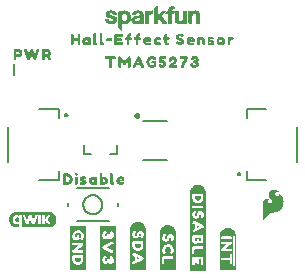
<source format=gto>
G04 EAGLE Gerber RS-274X export*
G75*
%MOMM*%
%FSLAX34Y34*%
%LPD*%
%INSilkscreen Top*%
%IPPOS*%
%AMOC8*
5,1,8,0,0,1.08239X$1,22.5*%
G01*
%ADD10C,0.203200*%
%ADD11C,0.152400*%
%ADD12C,0.254000*%
%ADD13C,0.127000*%

G36*
X171947Y19697D02*
X171947Y19697D01*
X171942Y19704D01*
X171949Y19710D01*
X171949Y86410D01*
X171946Y86414D01*
X171949Y86417D01*
X171849Y87117D01*
X171848Y87118D01*
X171849Y87118D01*
X171749Y87718D01*
X171745Y87721D01*
X171747Y87724D01*
X171547Y88424D01*
X171542Y88428D01*
X171544Y88432D01*
X170944Y89632D01*
X170940Y89634D01*
X170941Y89637D01*
X170541Y90237D01*
X170538Y90238D01*
X170538Y90241D01*
X170138Y90741D01*
X170134Y90742D01*
X170135Y90745D01*
X169635Y91245D01*
X169631Y91245D01*
X169631Y91248D01*
X169131Y91648D01*
X169127Y91649D01*
X169127Y91651D01*
X168527Y92051D01*
X168523Y92051D01*
X168522Y92054D01*
X167922Y92354D01*
X167917Y92353D01*
X167916Y92357D01*
X167316Y92557D01*
X167314Y92556D01*
X167314Y92557D01*
X166614Y92757D01*
X166609Y92756D01*
X166607Y92759D01*
X165908Y92859D01*
X165308Y92959D01*
X165303Y92956D01*
X165300Y92959D01*
X164600Y92959D01*
X164596Y92956D01*
X164593Y92959D01*
X163893Y92859D01*
X163888Y92854D01*
X163884Y92857D01*
X163285Y92657D01*
X162586Y92457D01*
X162582Y92452D01*
X162578Y92454D01*
X161378Y91854D01*
X161375Y91847D01*
X161369Y91848D01*
X160869Y91448D01*
X160868Y91444D01*
X160865Y91445D01*
X159865Y90445D01*
X159865Y90441D01*
X159862Y90441D01*
X159462Y89941D01*
X159461Y89937D01*
X159459Y89937D01*
X159059Y89337D01*
X159060Y89328D01*
X159053Y89326D01*
X158854Y88729D01*
X158556Y88132D01*
X158558Y88121D01*
X158551Y88117D01*
X158451Y87417D01*
X158351Y86718D01*
X158251Y86118D01*
X158254Y86113D01*
X158253Y86112D01*
X158251Y86110D01*
X158251Y19710D01*
X158287Y19663D01*
X158294Y19668D01*
X158300Y19661D01*
X171900Y19661D01*
X171947Y19697D01*
G37*
G36*
X120826Y20540D02*
X120826Y20540D01*
X120839Y20540D01*
X121139Y20940D01*
X121139Y20948D01*
X121143Y20951D01*
X121139Y20955D01*
X121139Y20962D01*
X121149Y20970D01*
X121149Y55170D01*
X121146Y55174D01*
X121149Y55177D01*
X121049Y55877D01*
X121044Y55882D01*
X121047Y55886D01*
X120847Y56485D01*
X120647Y57184D01*
X120646Y57185D01*
X120647Y57186D01*
X120447Y57786D01*
X120439Y57791D01*
X120441Y57797D01*
X120043Y58395D01*
X119744Y58992D01*
X119734Y58997D01*
X119735Y59005D01*
X119235Y59505D01*
X119231Y59505D01*
X119231Y59508D01*
X118231Y60308D01*
X118227Y60309D01*
X118227Y60311D01*
X117627Y60711D01*
X117623Y60711D01*
X117622Y60714D01*
X116422Y61314D01*
X116411Y61312D01*
X116407Y61319D01*
X115708Y61419D01*
X115108Y61519D01*
X115107Y61518D01*
X115107Y61519D01*
X114407Y61619D01*
X114402Y61616D01*
X114400Y61619D01*
X113700Y61619D01*
X113696Y61616D01*
X113693Y61619D01*
X112993Y61519D01*
X112988Y61514D01*
X112984Y61517D01*
X111784Y61117D01*
X111783Y61114D01*
X111781Y61115D01*
X111081Y60815D01*
X111078Y60811D01*
X111075Y60812D01*
X110575Y60512D01*
X110574Y60511D01*
X110573Y60511D01*
X109973Y60111D01*
X109970Y60104D01*
X109965Y60105D01*
X109465Y59605D01*
X109465Y59601D01*
X109462Y59601D01*
X108662Y58601D01*
X108661Y58597D01*
X108659Y58597D01*
X108259Y57997D01*
X108259Y57993D01*
X108256Y57992D01*
X107956Y57392D01*
X107957Y57385D01*
X107953Y57384D01*
X107753Y56685D01*
X107553Y56086D01*
X107557Y56075D01*
X107551Y56070D01*
X107551Y55373D01*
X107451Y54677D01*
X107454Y54672D01*
X107451Y54670D01*
X107451Y20870D01*
X107470Y20844D01*
X107470Y20831D01*
X107870Y20531D01*
X107892Y20531D01*
X107900Y20521D01*
X120800Y20521D01*
X120826Y20540D01*
G37*
G36*
X70247Y20457D02*
X70247Y20457D01*
X70245Y20460D01*
X70249Y20462D01*
X70349Y21062D01*
X70346Y21067D01*
X70349Y21070D01*
X70349Y54870D01*
X70344Y54877D01*
X70347Y54886D01*
X70334Y54890D01*
X70313Y54917D01*
X70294Y54903D01*
X70293Y54904D01*
X70329Y54930D01*
X70339Y54962D01*
X70349Y54970D01*
X70349Y58270D01*
X70313Y58317D01*
X70306Y58312D01*
X70300Y58319D01*
X56800Y58319D01*
X56753Y58283D01*
X56755Y58280D01*
X56751Y58278D01*
X56651Y57678D01*
X56654Y57673D01*
X56651Y57670D01*
X56651Y20470D01*
X56687Y20423D01*
X56694Y20428D01*
X56700Y20421D01*
X70200Y20421D01*
X70247Y20457D01*
G37*
G36*
X95647Y20757D02*
X95647Y20757D01*
X95645Y20760D01*
X95649Y20762D01*
X95749Y21362D01*
X95746Y21367D01*
X95749Y21370D01*
X95749Y57770D01*
X95720Y57808D01*
X95718Y57816D01*
X95218Y58016D01*
X95205Y58012D01*
X95200Y58019D01*
X82300Y58019D01*
X82262Y57990D01*
X82254Y57988D01*
X82054Y57488D01*
X82057Y57478D01*
X82053Y57475D01*
X82054Y57473D01*
X82051Y57470D01*
X82051Y20870D01*
X82087Y20823D01*
X82090Y20825D01*
X82092Y20821D01*
X82692Y20721D01*
X82697Y20724D01*
X82700Y20721D01*
X95600Y20721D01*
X95647Y20757D01*
G37*
G36*
X146011Y20659D02*
X146011Y20659D01*
X146018Y20654D01*
X146518Y20854D01*
X146533Y20878D01*
X146540Y20884D01*
X146538Y20887D01*
X146543Y20895D01*
X146549Y20900D01*
X146549Y52100D01*
X146546Y52105D01*
X146549Y52108D01*
X146449Y52704D01*
X146449Y53400D01*
X146442Y53409D01*
X146447Y53416D01*
X146247Y54015D01*
X146047Y54714D01*
X146042Y54718D01*
X146044Y54722D01*
X145744Y55322D01*
X145740Y55324D01*
X145741Y55327D01*
X145341Y55927D01*
X145338Y55928D01*
X145338Y55931D01*
X144538Y56931D01*
X144534Y56932D01*
X144535Y56935D01*
X144035Y57435D01*
X144028Y57436D01*
X144027Y57441D01*
X143427Y57841D01*
X143423Y57841D01*
X143422Y57844D01*
X142222Y58444D01*
X142217Y58443D01*
X142216Y58447D01*
X141616Y58647D01*
X141614Y58646D01*
X141614Y58647D01*
X140914Y58847D01*
X140904Y58844D01*
X140900Y58849D01*
X140204Y58849D01*
X139608Y58949D01*
X139598Y58943D01*
X139593Y58949D01*
X138193Y58749D01*
X138188Y58744D01*
X138184Y58747D01*
X137585Y58547D01*
X136886Y58347D01*
X136882Y58342D01*
X136878Y58344D01*
X136278Y58044D01*
X136275Y58037D01*
X136269Y58038D01*
X135771Y57640D01*
X135173Y57241D01*
X135170Y57234D01*
X135165Y57235D01*
X134665Y56735D01*
X134665Y56731D01*
X134662Y56731D01*
X134262Y56231D01*
X134261Y56227D01*
X134259Y56227D01*
X133859Y55627D01*
X133859Y55623D01*
X133856Y55622D01*
X133256Y54422D01*
X133257Y54417D01*
X133253Y54416D01*
X133053Y53816D01*
X133055Y53811D01*
X133052Y53809D01*
X133053Y53808D01*
X133051Y53807D01*
X132851Y52407D01*
X132854Y52402D01*
X132851Y52400D01*
X132851Y21200D01*
X132859Y21189D01*
X132854Y21182D01*
X133054Y20682D01*
X133095Y20657D01*
X133100Y20651D01*
X146000Y20651D01*
X146011Y20659D01*
G37*
G36*
X196705Y20484D02*
X196705Y20484D01*
X196708Y20481D01*
X197308Y20581D01*
X197349Y20625D01*
X197346Y20628D01*
X197349Y20630D01*
X197349Y50230D01*
X197346Y50234D01*
X197349Y50237D01*
X197249Y50937D01*
X197244Y50942D01*
X197247Y50946D01*
X197047Y51545D01*
X196847Y52244D01*
X196842Y52248D01*
X196844Y52252D01*
X196244Y53452D01*
X196237Y53455D01*
X196238Y53461D01*
X195438Y54461D01*
X195434Y54462D01*
X195435Y54465D01*
X194935Y54965D01*
X194928Y54966D01*
X194927Y54971D01*
X194327Y55371D01*
X194323Y55371D01*
X194322Y55374D01*
X192522Y56274D01*
X192511Y56272D01*
X192507Y56279D01*
X191808Y56379D01*
X191208Y56479D01*
X191207Y56478D01*
X191207Y56479D01*
X190507Y56579D01*
X190498Y56574D01*
X190493Y56579D01*
X189793Y56479D01*
X189792Y56478D01*
X189792Y56479D01*
X189192Y56379D01*
X188493Y56279D01*
X188485Y56271D01*
X188478Y56274D01*
X187881Y55976D01*
X187284Y55777D01*
X187279Y55769D01*
X187273Y55771D01*
X186073Y54971D01*
X186070Y54964D01*
X186065Y54965D01*
X185565Y54465D01*
X185565Y54461D01*
X185562Y54461D01*
X184762Y53461D01*
X184761Y53453D01*
X184756Y53452D01*
X184156Y52252D01*
X184157Y52245D01*
X184153Y52244D01*
X183953Y51545D01*
X183753Y50946D01*
X183755Y50939D01*
X183751Y50937D01*
X183651Y50237D01*
X183654Y50232D01*
X183651Y50230D01*
X183651Y21130D01*
X183654Y21125D01*
X183651Y21122D01*
X183751Y20522D01*
X183795Y20481D01*
X183798Y20484D01*
X183800Y20481D01*
X196700Y20481D01*
X196705Y20484D01*
G37*
G36*
X13840Y57088D02*
X13840Y57088D01*
X13862Y57091D01*
X13870Y57108D01*
X13879Y57113D01*
X13877Y57123D01*
X13884Y57138D01*
X13896Y57554D01*
X13896Y57555D01*
X13896Y60734D01*
X13890Y60743D01*
X13893Y60754D01*
X13873Y60770D01*
X13860Y60791D01*
X13849Y60789D01*
X13840Y60796D01*
X13797Y60782D01*
X13792Y60781D01*
X13792Y60780D01*
X13791Y60780D01*
X13474Y60482D01*
X13063Y60167D01*
X12598Y59945D01*
X12095Y59825D01*
X11578Y59791D01*
X11060Y59839D01*
X10555Y59957D01*
X10071Y60142D01*
X9622Y60399D01*
X9236Y60744D01*
X8911Y61148D01*
X8646Y61594D01*
X8439Y62070D01*
X8314Y62576D01*
X8241Y63094D01*
X8205Y63615D01*
X8245Y64136D01*
X8328Y64652D01*
X8460Y65156D01*
X8676Y65628D01*
X8958Y66063D01*
X9300Y66451D01*
X9700Y66778D01*
X10153Y67030D01*
X10646Y67189D01*
X11158Y67277D01*
X11677Y67310D01*
X12192Y67254D01*
X12687Y67105D01*
X13145Y66868D01*
X13550Y66539D01*
X13551Y66538D01*
X13552Y66537D01*
X13796Y66352D01*
X13804Y66352D01*
X13808Y66345D01*
X13836Y66349D01*
X13864Y66347D01*
X13867Y66354D01*
X13875Y66355D01*
X13896Y66402D01*
X13896Y67007D01*
X13907Y67233D01*
X16207Y67233D01*
X16203Y66987D01*
X16211Y66975D01*
X16231Y57329D01*
X16231Y57328D01*
X16231Y57326D01*
X16240Y57136D01*
X16252Y57119D01*
X16255Y57098D01*
X16273Y57090D01*
X16280Y57081D01*
X16289Y57083D01*
X16303Y57077D01*
X38881Y57079D01*
X38883Y57080D01*
X38887Y57079D01*
X39941Y57185D01*
X39944Y57187D01*
X39948Y57186D01*
X40463Y57298D01*
X40466Y57300D01*
X40470Y57299D01*
X41475Y57628D01*
X41479Y57632D01*
X41486Y57633D01*
X42417Y58138D01*
X42419Y58142D01*
X42426Y58144D01*
X43255Y58800D01*
X43256Y58803D01*
X43260Y58805D01*
X43637Y59173D01*
X43638Y59176D01*
X43642Y59178D01*
X44309Y60001D01*
X44309Y60006D01*
X44315Y60010D01*
X44821Y60941D01*
X44820Y60946D01*
X44824Y60950D01*
X45008Y61444D01*
X45007Y61446D01*
X45009Y61448D01*
X45166Y61953D01*
X45165Y61955D01*
X45167Y61957D01*
X45291Y62470D01*
X45289Y62474D01*
X45292Y62478D01*
X45399Y63532D01*
X45396Y63537D01*
X45399Y63544D01*
X45309Y64598D01*
X45308Y64600D01*
X45309Y64604D01*
X45218Y65123D01*
X45216Y65126D01*
X45216Y65131D01*
X44902Y66143D01*
X44898Y66146D01*
X44898Y66154D01*
X44397Y67087D01*
X44394Y67088D01*
X44393Y67093D01*
X44090Y67525D01*
X44088Y67526D01*
X44087Y67529D01*
X43750Y67938D01*
X43749Y67938D01*
X43748Y67940D01*
X43718Y67974D01*
X43661Y68036D01*
X43661Y68037D01*
X43604Y68099D01*
X43547Y68162D01*
X43434Y68287D01*
X43434Y68288D01*
X43394Y68331D01*
X43390Y68332D01*
X43387Y68338D01*
X42570Y69012D01*
X42565Y69012D01*
X42561Y69018D01*
X41636Y69533D01*
X41633Y69533D01*
X41629Y69536D01*
X41143Y69738D01*
X41140Y69738D01*
X41136Y69741D01*
X40122Y70042D01*
X40117Y70041D01*
X40111Y70044D01*
X39056Y70151D01*
X38867Y70170D01*
X38864Y70168D01*
X38861Y70170D01*
X11845Y70170D01*
X11843Y70168D01*
X11839Y70170D01*
X10785Y70065D01*
X10782Y70063D01*
X10779Y70064D01*
X10262Y69960D01*
X10260Y69958D01*
X10255Y69959D01*
X9247Y69636D01*
X9243Y69632D01*
X9236Y69632D01*
X8305Y69126D01*
X8303Y69123D01*
X8297Y69122D01*
X7873Y68808D01*
X7872Y68807D01*
X7870Y68806D01*
X7461Y68469D01*
X7461Y68467D01*
X7458Y68466D01*
X7076Y68103D01*
X7075Y68099D01*
X7071Y68097D01*
X6398Y67279D01*
X6398Y67274D01*
X6392Y67269D01*
X5886Y66338D01*
X5886Y66334D01*
X5883Y66330D01*
X5693Y65839D01*
X5693Y65837D01*
X5691Y65834D01*
X5534Y65329D01*
X5535Y65327D01*
X5533Y65326D01*
X5402Y64814D01*
X5404Y64810D01*
X5401Y64805D01*
X5294Y63751D01*
X5296Y63747D01*
X5294Y63741D01*
X5323Y63214D01*
X5324Y63213D01*
X5323Y63211D01*
X5376Y62684D01*
X5377Y62683D01*
X5377Y62681D01*
X5460Y62160D01*
X5463Y62157D01*
X5462Y62151D01*
X5776Y61139D01*
X5780Y61136D01*
X5781Y61129D01*
X6275Y60193D01*
X6278Y60191D01*
X6278Y60187D01*
X6575Y59751D01*
X6578Y59750D01*
X6579Y59745D01*
X6696Y59608D01*
X6750Y59545D01*
X6803Y59483D01*
X6964Y59294D01*
X7017Y59232D01*
X7071Y59169D01*
X7124Y59106D01*
X7266Y58940D01*
X7270Y58939D01*
X7273Y58933D01*
X8091Y58258D01*
X8095Y58258D01*
X8100Y58252D01*
X9021Y57732D01*
X9024Y57732D01*
X9027Y57729D01*
X9511Y57520D01*
X9514Y57520D01*
X9517Y57517D01*
X10530Y57208D01*
X10535Y57210D01*
X10542Y57206D01*
X11596Y57100D01*
X11598Y57101D01*
X11600Y57100D01*
X12128Y57077D01*
X12129Y57077D01*
X12131Y57077D01*
X13822Y57077D01*
X13840Y57088D01*
G37*
G36*
X220409Y62921D02*
X220409Y62921D01*
X220471Y62923D01*
X220493Y62936D01*
X220519Y62940D01*
X220590Y62988D01*
X220623Y63006D01*
X220629Y63014D01*
X220639Y63021D01*
X221139Y63521D01*
X221158Y63552D01*
X221196Y63594D01*
X221472Y64054D01*
X221939Y64521D01*
X221947Y64534D01*
X221962Y64547D01*
X222451Y65133D01*
X223639Y66321D01*
X223646Y66332D01*
X223659Y66343D01*
X224849Y67732D01*
X225806Y68688D01*
X226704Y69227D01*
X227201Y69310D01*
X229070Y69310D01*
X229096Y69316D01*
X229133Y69315D01*
X230333Y69515D01*
X230348Y69522D01*
X230370Y69523D01*
X231470Y69823D01*
X231487Y69832D01*
X231511Y69837D01*
X232511Y70237D01*
X232533Y70252D01*
X232566Y70264D01*
X233566Y70864D01*
X233586Y70884D01*
X233620Y70904D01*
X234420Y71604D01*
X234427Y71613D01*
X234439Y71621D01*
X235239Y72421D01*
X235250Y72439D01*
X235270Y72457D01*
X235970Y73357D01*
X235981Y73380D01*
X236002Y73405D01*
X237002Y75205D01*
X237013Y75241D01*
X237038Y75293D01*
X237538Y77193D01*
X237539Y77225D01*
X237550Y77268D01*
X237650Y78968D01*
X237643Y79004D01*
X237644Y79060D01*
X237344Y80660D01*
X237335Y80681D01*
X237331Y80710D01*
X236831Y82210D01*
X236812Y82241D01*
X236791Y82294D01*
X236091Y83394D01*
X236072Y83413D01*
X236054Y83443D01*
X235829Y83696D01*
X235491Y84076D01*
X235254Y84343D01*
X235222Y84365D01*
X235172Y84412D01*
X234372Y84912D01*
X234342Y84923D01*
X234322Y84937D01*
X234287Y84943D01*
X234242Y84963D01*
X234225Y84963D01*
X234208Y84968D01*
X234176Y84964D01*
X234170Y84964D01*
X234162Y84962D01*
X234139Y84959D01*
X234069Y84957D01*
X234054Y84948D01*
X234036Y84946D01*
X234006Y84926D01*
X234001Y84925D01*
X233987Y84913D01*
X233978Y84907D01*
X233917Y84874D01*
X233907Y84859D01*
X233892Y84849D01*
X233876Y84821D01*
X233868Y84815D01*
X233854Y84784D01*
X233817Y84732D01*
X233814Y84713D01*
X233806Y84699D01*
X233804Y84673D01*
X233797Y84656D01*
X233798Y84631D01*
X233790Y84590D01*
X233790Y83752D01*
X233718Y83536D01*
X233658Y83415D01*
X233465Y83222D01*
X233308Y83170D01*
X233117Y83170D01*
X232403Y83349D01*
X232061Y83520D01*
X231790Y83701D01*
X231420Y83978D01*
X230866Y84532D01*
X230523Y85046D01*
X230450Y85337D01*
X230450Y85828D01*
X230522Y86044D01*
X230600Y86199D01*
X230750Y86425D01*
X231071Y86665D01*
X231394Y86827D01*
X231845Y86917D01*
X231852Y86921D01*
X231862Y86921D01*
X232217Y87010D01*
X232680Y87010D01*
X232800Y86950D01*
X232815Y86946D01*
X232828Y86937D01*
X232962Y86911D01*
X232969Y86910D01*
X232970Y86910D01*
X233070Y86910D01*
X233095Y86916D01*
X233121Y86913D01*
X233179Y86935D01*
X233239Y86949D01*
X233259Y86966D01*
X233283Y86975D01*
X233325Y87020D01*
X233372Y87059D01*
X233383Y87083D01*
X233400Y87102D01*
X233418Y87161D01*
X233443Y87218D01*
X233442Y87243D01*
X233450Y87268D01*
X233439Y87329D01*
X233437Y87391D01*
X233424Y87413D01*
X233420Y87439D01*
X233372Y87510D01*
X233354Y87543D01*
X233346Y87549D01*
X233339Y87559D01*
X233239Y87659D01*
X233219Y87671D01*
X233198Y87694D01*
X232798Y87994D01*
X232772Y88006D01*
X232740Y88030D01*
X231340Y88730D01*
X231328Y88733D01*
X231319Y88739D01*
X231290Y88745D01*
X231253Y88761D01*
X230353Y88961D01*
X230319Y88961D01*
X230270Y88970D01*
X229270Y88970D01*
X229242Y88964D01*
X229202Y88964D01*
X228102Y88764D01*
X228067Y88749D01*
X228010Y88731D01*
X227995Y88727D01*
X227992Y88725D01*
X227988Y88724D01*
X226888Y88124D01*
X226868Y88106D01*
X226837Y88090D01*
X225937Y87390D01*
X225917Y87366D01*
X225848Y87292D01*
X225348Y86492D01*
X225336Y86458D01*
X225309Y86410D01*
X225009Y85510D01*
X225006Y85473D01*
X224990Y85390D01*
X224990Y84590D01*
X224997Y84557D01*
X224999Y84508D01*
X225199Y83608D01*
X225216Y83572D01*
X225238Y83505D01*
X225738Y82605D01*
X225760Y82581D01*
X225784Y82540D01*
X226484Y81740D01*
X226485Y81739D01*
X226486Y81737D01*
X227286Y80837D01*
X227294Y80832D01*
X227301Y80821D01*
X227943Y80179D01*
X228190Y79521D01*
X228190Y78952D01*
X228031Y78475D01*
X227710Y78074D01*
X227214Y77743D01*
X226523Y77570D01*
X225808Y77570D01*
X225379Y77656D01*
X224984Y77814D01*
X224466Y78332D01*
X224315Y78559D01*
X224250Y78752D01*
X224250Y79028D01*
X224302Y79185D01*
X224775Y79658D01*
X224990Y79729D01*
X225010Y79742D01*
X225040Y79750D01*
X225440Y79950D01*
X225469Y79974D01*
X225539Y80021D01*
X225639Y80121D01*
X225652Y80142D01*
X225671Y80158D01*
X225697Y80215D01*
X225730Y80268D01*
X225733Y80293D01*
X225743Y80316D01*
X225741Y80379D01*
X225747Y80441D01*
X225738Y80464D01*
X225737Y80489D01*
X225707Y80544D01*
X225685Y80603D01*
X225667Y80620D01*
X225655Y80642D01*
X225585Y80696D01*
X225558Y80720D01*
X225549Y80723D01*
X225540Y80730D01*
X225140Y80930D01*
X225125Y80934D01*
X225112Y80943D01*
X224978Y80969D01*
X224972Y80970D01*
X224971Y80970D01*
X224970Y80970D01*
X223770Y80970D01*
X223744Y80964D01*
X223708Y80965D01*
X223108Y80865D01*
X223102Y80863D01*
X223095Y80863D01*
X222595Y80763D01*
X222569Y80751D01*
X222529Y80743D01*
X222029Y80543D01*
X221998Y80521D01*
X221942Y80494D01*
X221542Y80194D01*
X221538Y80190D01*
X221532Y80187D01*
X221032Y79787D01*
X221015Y79764D01*
X220944Y79686D01*
X220344Y78686D01*
X220332Y78650D01*
X220304Y78594D01*
X220104Y77894D01*
X220103Y77869D01*
X220093Y77837D01*
X219993Y77037D01*
X219995Y77016D01*
X219990Y76990D01*
X219990Y63290D01*
X219996Y63265D01*
X219993Y63239D01*
X220015Y63182D01*
X220029Y63121D01*
X220046Y63101D01*
X220055Y63077D01*
X220100Y63035D01*
X220139Y62988D01*
X220163Y62977D01*
X220182Y62960D01*
X220241Y62942D01*
X220298Y62917D01*
X220323Y62918D01*
X220348Y62910D01*
X220409Y62921D01*
G37*
G36*
X100616Y223249D02*
X100616Y223249D01*
X100646Y223244D01*
X100683Y223260D01*
X100723Y223267D01*
X100746Y223288D01*
X100774Y223301D01*
X100796Y223334D01*
X100826Y223361D01*
X100834Y223391D01*
X100851Y223417D01*
X100862Y223491D01*
X100862Y230298D01*
X101294Y229909D01*
X101304Y229904D01*
X101332Y229881D01*
X101901Y229537D01*
X101911Y229534D01*
X101942Y229517D01*
X102563Y229282D01*
X102574Y229282D01*
X102604Y229271D01*
X103257Y229146D01*
X103267Y229147D01*
X103296Y229141D01*
X103961Y229121D01*
X103970Y229124D01*
X103994Y229122D01*
X104656Y229192D01*
X104665Y229196D01*
X104692Y229199D01*
X105335Y229365D01*
X105344Y229370D01*
X105373Y229378D01*
X105982Y229645D01*
X105990Y229652D01*
X106018Y229665D01*
X106574Y230030D01*
X106581Y230038D01*
X106606Y230055D01*
X107094Y230506D01*
X107099Y230515D01*
X107121Y230534D01*
X107533Y231056D01*
X107537Y231064D01*
X107553Y231084D01*
X107889Y231658D01*
X107891Y231666D01*
X107903Y231685D01*
X108165Y232296D01*
X108166Y232305D01*
X108175Y232323D01*
X108367Y232960D01*
X108367Y232967D01*
X108373Y232984D01*
X108499Y233637D01*
X108498Y233645D01*
X108502Y233661D01*
X108566Y234323D01*
X108559Y234357D01*
X108563Y234392D01*
X108540Y234457D01*
X108540Y234460D01*
X108539Y234461D01*
X108538Y234462D01*
X108405Y234717D01*
X108447Y234748D01*
X108494Y234772D01*
X108503Y234788D01*
X108518Y234799D01*
X108537Y234848D01*
X108563Y234893D01*
X108566Y234920D01*
X108569Y234929D01*
X108568Y234939D01*
X108570Y234967D01*
X108530Y235629D01*
X108527Y235636D01*
X108527Y235650D01*
X108431Y236307D01*
X108428Y236312D01*
X108428Y236313D01*
X108426Y236329D01*
X108270Y236973D01*
X108266Y236980D01*
X108263Y236998D01*
X108040Y237623D01*
X108035Y237630D01*
X108029Y237649D01*
X107736Y238244D01*
X107730Y238251D01*
X107720Y238273D01*
X107351Y238823D01*
X107344Y238830D01*
X107328Y238853D01*
X106882Y239343D01*
X106874Y239348D01*
X106853Y239370D01*
X106336Y239783D01*
X106326Y239787D01*
X106301Y239806D01*
X105722Y240129D01*
X105712Y240131D01*
X105686Y240145D01*
X105063Y240371D01*
X105053Y240371D01*
X105027Y240381D01*
X104377Y240512D01*
X104368Y240511D01*
X104345Y240516D01*
X103684Y240561D01*
X103675Y240559D01*
X103653Y240562D01*
X102991Y240525D01*
X102982Y240521D01*
X102953Y240520D01*
X102305Y240380D01*
X102296Y240375D01*
X102261Y240367D01*
X101650Y240112D01*
X101642Y240106D01*
X101605Y240088D01*
X101059Y239715D01*
X101052Y239706D01*
X101019Y239681D01*
X100722Y239372D01*
X100722Y239598D01*
X100714Y239624D01*
X100716Y239652D01*
X100689Y239721D01*
X100464Y240116D01*
X100432Y240147D01*
X100407Y240184D01*
X100383Y240195D01*
X100364Y240213D01*
X100320Y240222D01*
X100278Y240240D01*
X100237Y240239D01*
X100227Y240241D01*
X100220Y240238D01*
X100204Y240238D01*
X98245Y239889D01*
X98236Y239884D01*
X98192Y239873D01*
X97664Y239652D01*
X97634Y239628D01*
X97599Y239613D01*
X97581Y239585D01*
X97555Y239564D01*
X97543Y239528D01*
X97522Y239496D01*
X97513Y239439D01*
X97511Y239432D01*
X97512Y239429D01*
X97511Y239422D01*
X97511Y234779D01*
X97511Y226129D01*
X97524Y226083D01*
X97529Y226036D01*
X97547Y226005D01*
X97550Y225995D01*
X97557Y225989D01*
X97567Y225972D01*
X97961Y225484D01*
X97970Y225478D01*
X97989Y225454D01*
X99978Y223685D01*
X99981Y223684D01*
X99986Y223678D01*
X100456Y223297D01*
X100485Y223285D01*
X100508Y223265D01*
X100548Y223259D01*
X100585Y223243D01*
X100616Y223249D01*
G37*
G36*
X112848Y229122D02*
X112848Y229122D01*
X112866Y229120D01*
X113520Y229167D01*
X113528Y229170D01*
X113546Y229170D01*
X114192Y229286D01*
X114200Y229290D01*
X114222Y229294D01*
X114847Y229489D01*
X114856Y229495D01*
X114881Y229502D01*
X115472Y229786D01*
X115480Y229793D01*
X115507Y229807D01*
X115975Y230137D01*
X116007Y230136D01*
X116111Y229685D01*
X116130Y229651D01*
X116140Y229613D01*
X116164Y229591D01*
X116179Y229564D01*
X116214Y229545D01*
X116243Y229518D01*
X116295Y229502D01*
X116303Y229498D01*
X116307Y229498D01*
X116314Y229495D01*
X116901Y229401D01*
X116911Y229403D01*
X116940Y229398D01*
X118908Y229398D01*
X118970Y229416D01*
X119033Y229432D01*
X119039Y229436D01*
X119042Y229437D01*
X119047Y229443D01*
X119091Y229478D01*
X119335Y229743D01*
X119341Y229755D01*
X119351Y229763D01*
X119371Y229817D01*
X119397Y229868D01*
X119395Y229881D01*
X119400Y229894D01*
X119394Y229968D01*
X119250Y230591D01*
X119184Y231219D01*
X119162Y231861D01*
X119161Y233169D01*
X119156Y233186D01*
X119159Y233203D01*
X119137Y233252D01*
X119122Y233304D01*
X119109Y233315D01*
X119102Y233330D01*
X119065Y233354D01*
X119125Y233453D01*
X119133Y233483D01*
X119150Y233508D01*
X119161Y233582D01*
X119156Y237553D01*
X119153Y237563D01*
X119152Y237592D01*
X119046Y238244D01*
X119043Y238251D01*
X119028Y238305D01*
X118761Y238908D01*
X118759Y238911D01*
X118723Y238968D01*
X118643Y239063D01*
X118432Y239312D01*
X118297Y239472D01*
X118291Y239476D01*
X118250Y239515D01*
X117709Y239893D01*
X117699Y239897D01*
X117666Y239918D01*
X117060Y240183D01*
X117051Y240184D01*
X117027Y240195D01*
X116389Y240371D01*
X116381Y240370D01*
X116364Y240376D01*
X115711Y240485D01*
X115705Y240484D01*
X115692Y240487D01*
X115032Y240544D01*
X115028Y240543D01*
X115017Y240545D01*
X114357Y240562D01*
X114352Y240561D01*
X114341Y240562D01*
X113680Y240540D01*
X113674Y240538D01*
X113661Y240538D01*
X113003Y240465D01*
X112997Y240462D01*
X112982Y240461D01*
X112333Y240330D01*
X112326Y240326D01*
X112307Y240323D01*
X111677Y240123D01*
X111669Y240118D01*
X111646Y240111D01*
X111048Y239829D01*
X111040Y239822D01*
X111013Y239808D01*
X110469Y239433D01*
X110462Y239425D01*
X110432Y239402D01*
X109972Y238927D01*
X109967Y238918D01*
X109939Y238885D01*
X109591Y238324D01*
X109588Y238314D01*
X109568Y238277D01*
X109345Y237655D01*
X109344Y237644D01*
X109333Y237610D01*
X109228Y236958D01*
X109230Y236938D01*
X109225Y236919D01*
X109239Y236870D01*
X109245Y236819D01*
X109258Y236804D01*
X109263Y236785D01*
X109302Y236751D01*
X109334Y236712D01*
X109353Y236706D01*
X109368Y236692D01*
X109439Y236671D01*
X110015Y236591D01*
X110024Y236592D01*
X110049Y236588D01*
X112035Y236588D01*
X112096Y236606D01*
X112158Y236621D01*
X112165Y236626D01*
X112169Y236628D01*
X112175Y236634D01*
X112217Y236667D01*
X112564Y237037D01*
X112565Y237040D01*
X112568Y237042D01*
X112609Y237104D01*
X112856Y237647D01*
X113282Y237985D01*
X113840Y238136D01*
X114451Y238152D01*
X115043Y238073D01*
X115518Y237826D01*
X115767Y237370D01*
X115794Y236851D01*
X115525Y236446D01*
X115012Y236227D01*
X114397Y236104D01*
X112436Y235854D01*
X112432Y235852D01*
X112421Y235852D01*
X111771Y235729D01*
X111765Y235726D01*
X111750Y235724D01*
X111114Y235545D01*
X111106Y235540D01*
X111082Y235534D01*
X110475Y235271D01*
X110467Y235265D01*
X110433Y235248D01*
X109889Y234874D01*
X109884Y234868D01*
X109842Y234832D01*
X109409Y234334D01*
X109407Y234329D01*
X109372Y234278D01*
X109088Y233682D01*
X109079Y233622D01*
X109065Y233563D01*
X109067Y233550D01*
X109066Y233544D01*
X109070Y233535D01*
X109079Y233490D01*
X109186Y233196D01*
X109031Y233088D01*
X109026Y233081D01*
X109018Y233078D01*
X108982Y233027D01*
X108944Y232979D01*
X108943Y232970D01*
X108938Y232963D01*
X108925Y232890D01*
X108908Y232235D01*
X108911Y232225D01*
X108911Y232191D01*
X109008Y231544D01*
X109013Y231534D01*
X109021Y231494D01*
X109250Y230881D01*
X109255Y230873D01*
X109278Y230827D01*
X109647Y230287D01*
X109653Y230282D01*
X109688Y230240D01*
X110180Y229809D01*
X110189Y229804D01*
X110226Y229776D01*
X110802Y229466D01*
X110813Y229464D01*
X110845Y229448D01*
X111060Y229380D01*
X111470Y229250D01*
X111480Y229250D01*
X111507Y229241D01*
X112155Y229142D01*
X112164Y229143D01*
X112186Y229139D01*
X112841Y229120D01*
X112848Y229122D01*
G37*
G36*
X130891Y229414D02*
X130891Y229414D01*
X130948Y229425D01*
X130962Y229435D01*
X130969Y229437D01*
X130976Y229445D01*
X131008Y229469D01*
X131345Y229797D01*
X131375Y229851D01*
X131409Y229902D01*
X131411Y229914D01*
X131414Y229919D01*
X131413Y229929D01*
X131420Y229976D01*
X131420Y232624D01*
X131467Y233162D01*
X132182Y233851D01*
X132361Y233674D01*
X134781Y229734D01*
X134813Y229705D01*
X134837Y229670D01*
X134878Y229646D01*
X134885Y229640D01*
X134891Y229639D01*
X134902Y229633D01*
X135445Y229416D01*
X135456Y229415D01*
X135464Y229409D01*
X135538Y229398D01*
X138197Y229398D01*
X138256Y229415D01*
X138316Y229428D01*
X138326Y229436D01*
X138332Y229437D01*
X138338Y229445D01*
X138375Y229473D01*
X138604Y229707D01*
X138633Y229761D01*
X138666Y229812D01*
X138666Y229822D01*
X138670Y229830D01*
X138666Y229891D01*
X138666Y229952D01*
X138660Y229964D01*
X138660Y229969D01*
X138653Y229978D01*
X138634Y230019D01*
X134648Y236025D01*
X134722Y236351D01*
X138002Y239549D01*
X138015Y239573D01*
X138036Y239591D01*
X138067Y239658D01*
X138155Y239965D01*
X138155Y240016D01*
X138163Y240067D01*
X138155Y240085D01*
X138155Y240104D01*
X138127Y240147D01*
X138106Y240194D01*
X138089Y240205D01*
X138079Y240222D01*
X138032Y240243D01*
X137989Y240271D01*
X137961Y240276D01*
X137952Y240280D01*
X137942Y240279D01*
X137916Y240282D01*
X135256Y240282D01*
X135246Y240279D01*
X135205Y240277D01*
X134594Y240150D01*
X134561Y240133D01*
X134524Y240124D01*
X134476Y240088D01*
X134471Y240085D01*
X134470Y240082D01*
X134465Y240079D01*
X131420Y236914D01*
X131420Y243918D01*
X131402Y243981D01*
X131387Y244043D01*
X131383Y244047D01*
X131381Y244053D01*
X131333Y244095D01*
X131286Y244140D01*
X131280Y244141D01*
X131276Y244145D01*
X131212Y244154D01*
X131149Y244167D01*
X131141Y244165D01*
X131138Y244165D01*
X131131Y244162D01*
X131076Y244149D01*
X130556Y243935D01*
X130550Y243930D01*
X130531Y243923D01*
X128199Y242644D01*
X128180Y242625D01*
X128157Y242615D01*
X128140Y242589D01*
X128114Y242568D01*
X128106Y242551D01*
X128100Y242545D01*
X128098Y242535D01*
X128081Y242501D01*
X128081Y242500D01*
X128081Y242499D01*
X128080Y242499D01*
X128069Y242425D01*
X128069Y229791D01*
X128084Y229740D01*
X128092Y229687D01*
X128104Y229674D01*
X128109Y229657D01*
X128149Y229622D01*
X128184Y229581D01*
X128207Y229571D01*
X128214Y229565D01*
X128224Y229564D01*
X128252Y229551D01*
X128773Y229407D01*
X128779Y229407D01*
X128840Y229398D01*
X130834Y229398D01*
X130891Y229414D01*
G37*
G36*
X149787Y229121D02*
X149787Y229121D01*
X149811Y229119D01*
X150470Y229182D01*
X150479Y229186D01*
X150511Y229190D01*
X151150Y229362D01*
X151159Y229368D01*
X151191Y229377D01*
X151789Y229659D01*
X151797Y229666D01*
X151829Y229683D01*
X152365Y230070D01*
X152372Y230078D01*
X152400Y230101D01*
X152720Y230439D01*
X152720Y230246D01*
X152722Y230238D01*
X152722Y230220D01*
X152785Y229621D01*
X152787Y229618D01*
X152786Y229614D01*
X152813Y229553D01*
X152838Y229492D01*
X152841Y229490D01*
X152843Y229486D01*
X152898Y229450D01*
X152953Y229411D01*
X152956Y229411D01*
X152959Y229409D01*
X153033Y229398D01*
X155682Y229398D01*
X155686Y229399D01*
X155690Y229398D01*
X155703Y229402D01*
X155716Y229400D01*
X155766Y229423D01*
X155817Y229437D01*
X155819Y229440D01*
X155823Y229441D01*
X155831Y229451D01*
X155844Y229457D01*
X155874Y229503D01*
X155909Y229543D01*
X155909Y229546D01*
X155912Y229549D01*
X155913Y229562D01*
X155921Y229574D01*
X155932Y229647D01*
X155932Y239582D01*
X155927Y239599D01*
X155929Y239617D01*
X155908Y239688D01*
X155696Y240139D01*
X155674Y240164D01*
X155661Y240195D01*
X155629Y240215D01*
X155604Y240244D01*
X155572Y240253D01*
X155544Y240271D01*
X155470Y240282D01*
X152828Y240275D01*
X152812Y240270D01*
X152796Y240272D01*
X152746Y240250D01*
X152694Y240235D01*
X152683Y240222D01*
X152668Y240216D01*
X152638Y240170D01*
X152603Y240130D01*
X152600Y240113D01*
X152591Y240099D01*
X152580Y240025D01*
X152580Y234730D01*
X152565Y234082D01*
X152491Y233456D01*
X152327Y232871D01*
X152029Y232377D01*
X151578Y232044D01*
X151015Y231891D01*
X150418Y231876D01*
X149864Y232011D01*
X149442Y232354D01*
X149193Y232868D01*
X149077Y233468D01*
X149043Y234106D01*
X149042Y239398D01*
X149041Y239401D01*
X149042Y239408D01*
X149015Y240044D01*
X149011Y240055D01*
X149013Y240067D01*
X148989Y240121D01*
X148970Y240176D01*
X148961Y240184D01*
X148956Y240194D01*
X148907Y240227D01*
X148861Y240264D01*
X148849Y240265D01*
X148839Y240271D01*
X148766Y240282D01*
X146116Y240282D01*
X146074Y240270D01*
X146030Y240267D01*
X146008Y240251D01*
X145982Y240243D01*
X145953Y240210D01*
X145918Y240184D01*
X145897Y240146D01*
X145890Y240138D01*
X145889Y240132D01*
X145882Y240119D01*
X145705Y239634D01*
X145705Y239627D01*
X145701Y239622D01*
X145690Y239548D01*
X145690Y233587D01*
X145691Y233584D01*
X145690Y233579D01*
X145713Y232917D01*
X145715Y232911D01*
X145714Y232898D01*
X145786Y232240D01*
X145789Y232232D01*
X145791Y232213D01*
X145933Y231567D01*
X145938Y231558D01*
X145944Y231531D01*
X146182Y230914D01*
X146188Y230905D01*
X146205Y230868D01*
X146565Y230313D01*
X146571Y230308D01*
X146605Y230266D01*
X147090Y229818D01*
X147097Y229814D01*
X147139Y229782D01*
X147719Y229465D01*
X147730Y229463D01*
X147766Y229446D01*
X148398Y229251D01*
X148408Y229251D01*
X148434Y229243D01*
X149089Y229146D01*
X149097Y229147D01*
X149116Y229143D01*
X149778Y229118D01*
X149787Y229121D01*
G37*
G36*
X160113Y229405D02*
X160113Y229405D01*
X160129Y229409D01*
X160146Y229407D01*
X160195Y229429D01*
X160247Y229444D01*
X160258Y229457D01*
X160274Y229464D01*
X160303Y229509D01*
X160339Y229550D01*
X160341Y229566D01*
X160351Y229580D01*
X160362Y229654D01*
X160362Y234949D01*
X160377Y235597D01*
X160450Y236224D01*
X160613Y236809D01*
X160910Y237303D01*
X161361Y237637D01*
X161923Y237791D01*
X162520Y237806D01*
X163073Y237670D01*
X163496Y237328D01*
X163746Y236815D01*
X163863Y236214D01*
X163898Y235577D01*
X163899Y230286D01*
X163900Y230283D01*
X163899Y230276D01*
X163923Y229638D01*
X163927Y229627D01*
X163925Y229614D01*
X163949Y229561D01*
X163967Y229506D01*
X163977Y229498D01*
X163982Y229487D01*
X164031Y229454D01*
X164076Y229418D01*
X164088Y229416D01*
X164099Y229410D01*
X164172Y229398D01*
X166821Y229398D01*
X166863Y229411D01*
X166906Y229413D01*
X166929Y229430D01*
X166955Y229438D01*
X166984Y229470D01*
X167019Y229496D01*
X167041Y229535D01*
X167047Y229543D01*
X167048Y229549D01*
X167055Y229561D01*
X167234Y230045D01*
X167235Y230052D01*
X167238Y230058D01*
X167250Y230131D01*
X167249Y236092D01*
X167248Y236095D01*
X167249Y236100D01*
X167227Y236762D01*
X167225Y236768D01*
X167226Y236781D01*
X167154Y237439D01*
X167151Y237446D01*
X167149Y237465D01*
X167007Y238112D01*
X167002Y238121D01*
X166996Y238148D01*
X166759Y238765D01*
X166752Y238773D01*
X166735Y238811D01*
X166376Y239365D01*
X166370Y239371D01*
X166336Y239413D01*
X165851Y239861D01*
X165844Y239865D01*
X165802Y239897D01*
X165222Y240215D01*
X165212Y240217D01*
X165176Y240234D01*
X164544Y240429D01*
X164534Y240429D01*
X164507Y240437D01*
X163853Y240535D01*
X163845Y240534D01*
X163825Y240537D01*
X163164Y240562D01*
X163155Y240560D01*
X163131Y240561D01*
X162472Y240499D01*
X162463Y240495D01*
X162431Y240491D01*
X161792Y240319D01*
X161783Y240314D01*
X161751Y240304D01*
X161153Y240023D01*
X161145Y240016D01*
X161113Y239999D01*
X160576Y239613D01*
X160570Y239604D01*
X160541Y239582D01*
X160218Y239240D01*
X160218Y239433D01*
X160216Y239440D01*
X160217Y239459D01*
X160155Y240059D01*
X160153Y240063D01*
X160154Y240067D01*
X160127Y240127D01*
X160102Y240188D01*
X160099Y240191D01*
X160097Y240194D01*
X160042Y240231D01*
X159988Y240269D01*
X159984Y240269D01*
X159980Y240271D01*
X159907Y240282D01*
X157258Y240282D01*
X157241Y240278D01*
X157225Y240280D01*
X157216Y240276D01*
X157206Y240277D01*
X157166Y240256D01*
X157123Y240243D01*
X157112Y240230D01*
X157097Y240223D01*
X157092Y240216D01*
X157083Y240211D01*
X157061Y240172D01*
X157031Y240138D01*
X157029Y240120D01*
X157020Y240107D01*
X157018Y240095D01*
X157015Y240089D01*
X157015Y240076D01*
X157009Y240033D01*
X157009Y230098D01*
X157014Y230081D01*
X157011Y230064D01*
X157032Y229993D01*
X157244Y229542D01*
X157266Y229516D01*
X157280Y229486D01*
X157311Y229465D01*
X157336Y229437D01*
X157368Y229428D01*
X157397Y229409D01*
X157470Y229398D01*
X157471Y229398D01*
X160113Y229405D01*
G37*
G36*
X92227Y229124D02*
X92227Y229124D01*
X92233Y229126D01*
X92245Y229125D01*
X92904Y229176D01*
X92910Y229178D01*
X92925Y229178D01*
X93577Y229285D01*
X93584Y229289D01*
X93602Y229291D01*
X94239Y229463D01*
X94247Y229468D01*
X94269Y229473D01*
X94879Y229724D01*
X94887Y229731D01*
X94914Y229742D01*
X95478Y230084D01*
X95485Y230092D01*
X95516Y230113D01*
X96004Y230556D01*
X96010Y230565D01*
X96040Y230596D01*
X96422Y231134D01*
X96425Y231143D01*
X96449Y231182D01*
X96702Y231791D01*
X96703Y231801D01*
X96717Y231839D01*
X96843Y232486D01*
X96842Y232497D01*
X96848Y232528D01*
X96864Y233188D01*
X96861Y233198D01*
X96859Y233240D01*
X96738Y233887D01*
X96736Y233891D01*
X96716Y233953D01*
X96420Y234541D01*
X96419Y234543D01*
X96378Y234601D01*
X95926Y235079D01*
X95918Y235084D01*
X95881Y235117D01*
X95328Y235477D01*
X95318Y235480D01*
X95293Y235496D01*
X94688Y235762D01*
X94681Y235763D01*
X94664Y235771D01*
X94036Y235974D01*
X94031Y235974D01*
X94020Y235978D01*
X93380Y236140D01*
X93377Y236140D01*
X93372Y236142D01*
X92086Y236423D01*
X91460Y236579D01*
X90888Y236787D01*
X90468Y237105D01*
X90367Y237544D01*
X90603Y237930D01*
X91103Y238115D01*
X91706Y238157D01*
X92313Y238105D01*
X92848Y237915D01*
X93223Y237537D01*
X93387Y236968D01*
X93411Y236930D01*
X93427Y236888D01*
X93448Y236872D01*
X93462Y236850D01*
X93503Y236831D01*
X93539Y236804D01*
X93579Y236795D01*
X93589Y236791D01*
X93596Y236792D01*
X93611Y236788D01*
X94238Y236750D01*
X94242Y236752D01*
X94253Y236750D01*
X96235Y236750D01*
X96246Y236753D01*
X96257Y236751D01*
X96312Y236773D01*
X96369Y236789D01*
X96377Y236798D01*
X96387Y236802D01*
X96422Y236850D01*
X96461Y236894D01*
X96463Y236906D01*
X96469Y236915D01*
X96484Y236988D01*
X96508Y237536D01*
X96506Y237542D01*
X96508Y237548D01*
X96497Y237622D01*
X96300Y238251D01*
X96294Y238260D01*
X96280Y238297D01*
X95961Y238874D01*
X95953Y238881D01*
X95929Y238919D01*
X95492Y239412D01*
X95483Y239418D01*
X95452Y239448D01*
X94920Y239838D01*
X94910Y239841D01*
X94881Y239861D01*
X94287Y240148D01*
X94277Y240149D01*
X94253Y240161D01*
X93622Y240357D01*
X93614Y240357D01*
X93594Y240364D01*
X92945Y240486D01*
X92938Y240485D01*
X92922Y240489D01*
X92265Y240550D01*
X92259Y240549D01*
X92245Y240551D01*
X91585Y240562D01*
X91580Y240560D01*
X91569Y240561D01*
X90909Y240528D01*
X90903Y240526D01*
X90890Y240526D01*
X90235Y240442D01*
X90228Y240439D01*
X90211Y240437D01*
X89567Y240290D01*
X89559Y240285D01*
X89536Y240281D01*
X88917Y240052D01*
X88909Y240046D01*
X88880Y240034D01*
X88307Y239707D01*
X88300Y239699D01*
X88265Y239676D01*
X87774Y239236D01*
X87770Y239228D01*
X87734Y239190D01*
X87365Y238644D01*
X87362Y238635D01*
X87338Y238591D01*
X87110Y237972D01*
X87109Y237962D01*
X87097Y237922D01*
X87001Y237270D01*
X87003Y237259D01*
X86999Y237225D01*
X87020Y236566D01*
X87022Y236559D01*
X87030Y236503D01*
X87219Y235872D01*
X87220Y235870D01*
X87220Y235868D01*
X87253Y235801D01*
X87628Y235261D01*
X87630Y235259D01*
X87676Y235209D01*
X88189Y234796D01*
X88199Y234792D01*
X88232Y234768D01*
X88819Y234467D01*
X88828Y234465D01*
X88848Y234454D01*
X89469Y234230D01*
X89475Y234229D01*
X89488Y234224D01*
X90125Y234048D01*
X90129Y234048D01*
X90137Y234045D01*
X91423Y233758D01*
X92052Y233600D01*
X92654Y233405D01*
X93176Y233141D01*
X93483Y232750D01*
X93453Y232272D01*
X93138Y231865D01*
X92629Y231624D01*
X92040Y231529D01*
X91435Y231561D01*
X90862Y231719D01*
X90379Y232024D01*
X90065Y232476D01*
X89957Y233056D01*
X89957Y233057D01*
X89957Y233058D01*
X89955Y233068D01*
X89936Y233107D01*
X89923Y233153D01*
X89909Y233166D01*
X89901Y233184D01*
X89895Y233188D01*
X89892Y233193D01*
X89855Y233215D01*
X89820Y233247D01*
X89801Y233250D01*
X89784Y233261D01*
X89775Y233263D01*
X89772Y233264D01*
X89765Y233264D01*
X89710Y233272D01*
X87068Y233272D01*
X87053Y233268D01*
X87037Y233271D01*
X86987Y233249D01*
X86934Y233233D01*
X86923Y233222D01*
X86909Y233215D01*
X86878Y233170D01*
X86842Y233128D01*
X86839Y233113D01*
X86830Y233100D01*
X86818Y233026D01*
X86811Y232437D01*
X86813Y232431D01*
X86819Y232369D01*
X86988Y231732D01*
X86994Y231723D01*
X87005Y231686D01*
X87295Y231094D01*
X87302Y231086D01*
X87322Y231049D01*
X87729Y230530D01*
X87738Y230524D01*
X87764Y230494D01*
X88268Y230068D01*
X88278Y230064D01*
X88305Y230042D01*
X88876Y229713D01*
X88886Y229710D01*
X88910Y229697D01*
X89524Y229455D01*
X89533Y229454D01*
X89553Y229446D01*
X90192Y229280D01*
X90199Y229280D01*
X90216Y229275D01*
X90868Y229173D01*
X90875Y229174D01*
X90889Y229171D01*
X91548Y229124D01*
X91554Y229125D01*
X91566Y229123D01*
X92227Y229124D01*
G37*
G36*
X22607Y198551D02*
X22607Y198551D01*
X22627Y198572D01*
X22641Y198573D01*
X23041Y199173D01*
X23040Y199182D01*
X23047Y199184D01*
X23846Y201483D01*
X24597Y203454D01*
X25853Y199684D01*
X26053Y199084D01*
X26067Y199075D01*
X26065Y199065D01*
X26565Y198565D01*
X26586Y198562D01*
X26592Y198551D01*
X27192Y198451D01*
X27209Y198461D01*
X27219Y198455D01*
X27919Y198755D01*
X27930Y198773D01*
X27942Y198775D01*
X28242Y199275D01*
X28241Y199282D01*
X28246Y199284D01*
X30746Y206384D01*
X30746Y206386D01*
X30747Y206386D01*
X30947Y207086D01*
X30938Y207110D01*
X30944Y207122D01*
X30744Y207522D01*
X30726Y207531D01*
X30724Y207543D01*
X30024Y207943D01*
X30016Y207942D01*
X30014Y207947D01*
X29314Y208147D01*
X29286Y208137D01*
X29273Y208141D01*
X28673Y207741D01*
X28665Y207720D01*
X28653Y207716D01*
X27157Y203327D01*
X27022Y203191D01*
X25747Y207016D01*
X25742Y207019D01*
X25744Y207022D01*
X25444Y207622D01*
X25431Y207629D01*
X25431Y207638D01*
X24931Y208038D01*
X24903Y208039D01*
X24893Y208049D01*
X24193Y207949D01*
X24185Y207941D01*
X24178Y207944D01*
X23578Y207644D01*
X23567Y207623D01*
X23555Y207619D01*
X23255Y206919D01*
X23255Y206917D01*
X23253Y206916D01*
X21979Y203191D01*
X21843Y203326D01*
X20647Y207214D01*
X20642Y207218D01*
X20644Y207222D01*
X20344Y207822D01*
X20324Y207832D01*
X20322Y207844D01*
X19722Y208144D01*
X19697Y208139D01*
X19686Y208147D01*
X18986Y207947D01*
X18980Y207939D01*
X18973Y207941D01*
X18373Y207541D01*
X18364Y207516D01*
X18352Y207510D01*
X18252Y207010D01*
X18257Y206999D01*
X18251Y206993D01*
X18351Y206293D01*
X18356Y206288D01*
X18354Y206284D01*
X20854Y199184D01*
X20864Y199177D01*
X20862Y199169D01*
X21262Y198669D01*
X21281Y198664D01*
X21284Y198653D01*
X21884Y198453D01*
X21900Y198458D01*
X21907Y198451D01*
X22607Y198551D01*
G37*
G36*
X54674Y93044D02*
X54674Y93044D01*
X54677Y93041D01*
X55377Y93141D01*
X55382Y93146D01*
X55386Y93143D01*
X55986Y93343D01*
X56017Y93389D01*
X56024Y93372D01*
X56075Y93341D01*
X56082Y93353D01*
X56095Y93348D01*
X56593Y93647D01*
X57192Y93946D01*
X57197Y93956D01*
X57205Y93955D01*
X58205Y94955D01*
X58206Y94967D01*
X58214Y94968D01*
X58814Y96168D01*
X58813Y96173D01*
X58817Y96174D01*
X59017Y96774D01*
X59015Y96781D01*
X59019Y96783D01*
X59119Y97483D01*
X59116Y97488D01*
X59119Y97490D01*
X59119Y98190D01*
X59116Y98194D01*
X59119Y98197D01*
X59019Y98897D01*
X59015Y98901D01*
X59017Y98904D01*
X58817Y99604D01*
X58810Y99609D01*
X58812Y99615D01*
X58513Y100113D01*
X58214Y100712D01*
X58204Y100717D01*
X58205Y100725D01*
X57205Y101725D01*
X57193Y101726D01*
X57192Y101734D01*
X55992Y102334D01*
X55985Y102333D01*
X55984Y102337D01*
X55284Y102537D01*
X55280Y102536D01*
X55278Y102539D01*
X54678Y102639D01*
X54673Y102636D01*
X54670Y102639D01*
X51470Y102639D01*
X51455Y102628D01*
X51445Y102632D01*
X50945Y102332D01*
X50936Y102310D01*
X50923Y102306D01*
X50723Y101706D01*
X50727Y101695D01*
X50721Y101690D01*
X50721Y94190D01*
X50724Y94186D01*
X50721Y94183D01*
X50821Y93483D01*
X50840Y93464D01*
X50840Y93451D01*
X51240Y93151D01*
X51258Y93151D01*
X51263Y93141D01*
X51963Y93041D01*
X51968Y93044D01*
X51970Y93041D01*
X54670Y93041D01*
X54674Y93044D01*
G37*
%LPC*%
G36*
X164507Y77359D02*
X164507Y77359D01*
X163815Y77557D01*
X163219Y77756D01*
X162627Y78052D01*
X162133Y78447D01*
X161141Y79439D01*
X160846Y80029D01*
X160647Y80625D01*
X160449Y81317D01*
X160449Y84801D01*
X160638Y85272D01*
X161112Y85462D01*
X161903Y85561D01*
X169286Y85461D01*
X169755Y85180D01*
X169851Y84507D01*
X169851Y81417D01*
X169653Y80725D01*
X169454Y80129D01*
X169157Y79535D01*
X168762Y78941D01*
X168269Y78448D01*
X167674Y78052D01*
X167175Y77752D01*
X167157Y77708D01*
X167143Y77733D01*
X167089Y77758D01*
X167088Y77755D01*
X167084Y77757D01*
X165892Y77359D01*
X164507Y77359D01*
G37*
%LPD*%
%LPC*%
G36*
X62607Y25419D02*
X62607Y25419D01*
X61918Y25616D01*
X61323Y25913D01*
X60829Y26210D01*
X60235Y26705D01*
X59840Y27199D01*
X59443Y27795D01*
X59146Y28389D01*
X58948Y28981D01*
X58849Y29673D01*
X58849Y32367D01*
X58947Y33051D01*
X59227Y33424D01*
X59903Y33521D01*
X67396Y33521D01*
X67970Y33425D01*
X68251Y32956D01*
X68251Y29674D01*
X68152Y29081D01*
X67954Y28388D01*
X67657Y27793D01*
X67360Y27299D01*
X66865Y26705D01*
X66369Y26308D01*
X65873Y25912D01*
X65282Y25616D01*
X64593Y25419D01*
X62607Y25419D01*
G37*
%LPD*%
%LPC*%
G36*
X113704Y37119D02*
X113704Y37119D01*
X113114Y37218D01*
X112421Y37515D01*
X111827Y37812D01*
X111331Y38208D01*
X110837Y38604D01*
X110441Y39197D01*
X110045Y39792D01*
X109847Y40386D01*
X109649Y40978D01*
X109649Y44462D01*
X109840Y45033D01*
X110309Y45221D01*
X118484Y45221D01*
X118857Y44941D01*
X119051Y44263D01*
X119051Y41078D01*
X118654Y39889D01*
X118357Y39295D01*
X117962Y38701D01*
X117467Y38207D01*
X116973Y37812D01*
X116378Y37514D01*
X115785Y37218D01*
X115097Y37119D01*
X113704Y37119D01*
G37*
%LPD*%
G36*
X99204Y192104D02*
X99204Y192104D01*
X99207Y192101D01*
X99907Y192201D01*
X99929Y192223D01*
X99942Y192225D01*
X100242Y192725D01*
X100242Y192728D01*
X100240Y192743D01*
X100249Y192750D01*
X100249Y197431D01*
X100263Y197418D01*
X102061Y195020D01*
X102069Y195018D01*
X102069Y195012D01*
X102569Y194612D01*
X102588Y194611D01*
X102593Y194601D01*
X103293Y194501D01*
X103315Y194513D01*
X103327Y194509D01*
X103927Y194909D01*
X103931Y194920D01*
X103939Y194920D01*
X104239Y195320D01*
X104239Y195321D01*
X104240Y195321D01*
X105851Y197501D01*
X105851Y192850D01*
X105862Y192835D01*
X105858Y192825D01*
X106158Y192325D01*
X106180Y192316D01*
X106184Y192303D01*
X106784Y192103D01*
X106795Y192107D01*
X106800Y192101D01*
X107500Y192101D01*
X107515Y192112D01*
X107525Y192108D01*
X108025Y192408D01*
X108033Y192427D01*
X108040Y192432D01*
X108039Y192433D01*
X108047Y192436D01*
X108247Y193136D01*
X108244Y193146D01*
X108249Y193150D01*
X108249Y200650D01*
X108242Y200659D01*
X108247Y200666D01*
X108047Y201266D01*
X108030Y201277D01*
X108030Y201289D01*
X107630Y201589D01*
X107612Y201589D01*
X107606Y201599D01*
X106806Y201699D01*
X106794Y201692D01*
X106786Y201697D01*
X106086Y201497D01*
X106073Y201480D01*
X106061Y201480D01*
X103369Y197891D01*
X102916Y197709D01*
X100439Y200880D01*
X100438Y200880D01*
X100438Y200881D01*
X100038Y201381D01*
X100024Y201384D01*
X100022Y201394D01*
X99422Y201694D01*
X99406Y201691D01*
X99400Y201699D01*
X98600Y201699D01*
X98585Y201688D01*
X98575Y201692D01*
X98075Y201392D01*
X98066Y201370D01*
X98053Y201366D01*
X97853Y200766D01*
X97857Y200755D01*
X97851Y200750D01*
X97851Y193250D01*
X97854Y193245D01*
X97851Y193242D01*
X97951Y192642D01*
X97964Y192630D01*
X97962Y192619D01*
X98362Y192119D01*
X98392Y192112D01*
X98400Y192101D01*
X99200Y192101D01*
X99204Y192104D01*
G37*
%LPC*%
G36*
X162808Y42959D02*
X162808Y42959D01*
X162219Y43156D01*
X161629Y43451D01*
X161138Y43941D01*
X160745Y44532D01*
X160548Y45122D01*
X160449Y45714D01*
X160449Y49107D01*
X160547Y49891D01*
X160827Y50264D01*
X161503Y50361D01*
X168996Y50361D01*
X169570Y50265D01*
X169851Y49796D01*
X169851Y45618D01*
X169654Y45029D01*
X169358Y44437D01*
X168966Y43947D01*
X168375Y43553D01*
X167788Y43259D01*
X166507Y43259D01*
X165818Y43456D01*
X165422Y43654D01*
X165384Y43647D01*
X165373Y43651D01*
X164778Y43255D01*
X164189Y43058D01*
X163497Y42959D01*
X162808Y42959D01*
G37*
%LPD*%
G36*
X143066Y229411D02*
X143066Y229411D01*
X143116Y229417D01*
X143132Y229430D01*
X143151Y229436D01*
X143185Y229474D01*
X143224Y229507D01*
X143237Y229534D01*
X143243Y229541D01*
X143245Y229551D01*
X143256Y229574D01*
X143409Y230078D01*
X143409Y230080D01*
X143419Y230151D01*
X143419Y237825D01*
X143762Y237875D01*
X145059Y237875D01*
X145060Y237875D01*
X145097Y237886D01*
X145194Y237914D01*
X145228Y237954D01*
X145286Y238019D01*
X145286Y238020D01*
X145306Y238091D01*
X145385Y238670D01*
X145383Y238679D01*
X145387Y238704D01*
X145387Y240019D01*
X145382Y240034D01*
X145385Y240050D01*
X145363Y240100D01*
X145348Y240153D01*
X145335Y240164D01*
X145329Y240179D01*
X145283Y240209D01*
X145242Y240245D01*
X145226Y240247D01*
X145213Y240256D01*
X145139Y240268D01*
X143425Y240280D01*
X143420Y240664D01*
X143504Y241206D01*
X143840Y241529D01*
X144386Y241590D01*
X145022Y241558D01*
X145038Y241561D01*
X145053Y241558D01*
X145105Y241577D01*
X145158Y241590D01*
X145169Y241602D01*
X145184Y241607D01*
X145237Y241660D01*
X145501Y242024D01*
X145515Y242063D01*
X145538Y242097D01*
X145545Y242147D01*
X145548Y242156D01*
X145547Y242160D01*
X145549Y242171D01*
X145549Y243485D01*
X145542Y243509D01*
X145544Y243533D01*
X145519Y243603D01*
X145286Y244039D01*
X145273Y244052D01*
X145267Y244069D01*
X145225Y244101D01*
X145188Y244139D01*
X145170Y244143D01*
X145156Y244154D01*
X145083Y244170D01*
X144427Y244215D01*
X144424Y244215D01*
X144419Y244216D01*
X143762Y244239D01*
X143754Y244237D01*
X143737Y244238D01*
X143081Y244196D01*
X143072Y244192D01*
X143048Y244191D01*
X142404Y244060D01*
X142395Y244055D01*
X142362Y244048D01*
X141752Y243807D01*
X141743Y243801D01*
X141704Y243783D01*
X141159Y243418D01*
X141153Y243411D01*
X141113Y243378D01*
X140672Y242893D01*
X140668Y242885D01*
X140637Y242843D01*
X140328Y242264D01*
X140326Y242254D01*
X140308Y242213D01*
X140133Y241580D01*
X140133Y241569D01*
X140125Y241535D01*
X140069Y240881D01*
X140071Y240874D01*
X140068Y240860D01*
X140068Y240381D01*
X139170Y240075D01*
X139155Y240064D01*
X139136Y240061D01*
X139076Y240017D01*
X137668Y238635D01*
X137664Y238629D01*
X137658Y238625D01*
X137617Y238563D01*
X137462Y238231D01*
X137462Y238230D01*
X137461Y238230D01*
X137450Y238153D01*
X137440Y238093D01*
X137440Y238092D01*
X137473Y238020D01*
X137497Y237965D01*
X137497Y237964D01*
X137555Y237926D01*
X137613Y237887D01*
X137614Y237887D01*
X137687Y237876D01*
X140068Y237876D01*
X140068Y230234D01*
X140071Y230226D01*
X140070Y230205D01*
X140140Y229617D01*
X140140Y229615D01*
X140140Y229613D01*
X140168Y229551D01*
X140194Y229488D01*
X140196Y229487D01*
X140197Y229485D01*
X140253Y229448D01*
X140310Y229409D01*
X140312Y229409D01*
X140314Y229408D01*
X140387Y229397D01*
X143017Y229397D01*
X143066Y229411D01*
G37*
G36*
X35006Y198551D02*
X35006Y198551D01*
X35022Y198567D01*
X35035Y198565D01*
X35435Y198965D01*
X35436Y198977D01*
X35440Y198979D01*
X35437Y198983D01*
X35438Y198986D01*
X35449Y198992D01*
X35549Y199592D01*
X35546Y199597D01*
X35549Y199600D01*
X35549Y200967D01*
X36009Y201151D01*
X37373Y201151D01*
X37856Y200377D01*
X38555Y198780D01*
X38573Y198770D01*
X38575Y198758D01*
X39075Y198458D01*
X39099Y198460D01*
X39108Y198451D01*
X39708Y198551D01*
X39717Y198561D01*
X39724Y198557D01*
X40424Y198957D01*
X40431Y198973D01*
X40442Y198975D01*
X40742Y199475D01*
X40739Y199503D01*
X40747Y199514D01*
X40547Y200214D01*
X40539Y200220D01*
X40541Y200227D01*
X40344Y200523D01*
X39847Y201814D01*
X39753Y202287D01*
X40138Y202769D01*
X40139Y202777D01*
X40144Y202778D01*
X40444Y203378D01*
X40443Y203385D01*
X40447Y203386D01*
X40647Y204086D01*
X40644Y204096D01*
X40649Y204100D01*
X40649Y204800D01*
X40646Y204804D01*
X40649Y204807D01*
X40549Y205507D01*
X40544Y205512D01*
X40547Y205516D01*
X40347Y206116D01*
X40339Y206121D01*
X40341Y206127D01*
X39941Y206727D01*
X39934Y206730D01*
X39935Y206735D01*
X39535Y207135D01*
X39476Y207143D01*
X39475Y207134D01*
X39465Y207135D01*
X38981Y206650D01*
X39437Y207167D01*
X39441Y207227D01*
X39431Y207228D01*
X39431Y207238D01*
X38931Y207638D01*
X38921Y207639D01*
X38919Y207645D01*
X38219Y207945D01*
X38211Y207943D01*
X38208Y207949D01*
X37008Y208149D01*
X37003Y208146D01*
X37000Y208149D01*
X34200Y208149D01*
X34192Y208143D01*
X34186Y208147D01*
X33486Y207947D01*
X33471Y207927D01*
X33458Y207925D01*
X33158Y207425D01*
X33160Y207407D01*
X33151Y207400D01*
X33151Y199900D01*
X33154Y199896D01*
X33151Y199893D01*
X33251Y199193D01*
X33257Y199187D01*
X33254Y199182D01*
X33454Y198682D01*
X33482Y198665D01*
X33486Y198653D01*
X34186Y198453D01*
X34200Y198458D01*
X34206Y198451D01*
X35006Y198551D01*
G37*
G36*
X101411Y211159D02*
X101411Y211159D01*
X101418Y211154D01*
X101918Y211354D01*
X101933Y211378D01*
X101940Y211383D01*
X101947Y211386D01*
X102147Y212086D01*
X102142Y212100D01*
X102149Y212106D01*
X102049Y212906D01*
X102039Y212917D01*
X102042Y212925D01*
X101742Y213425D01*
X101714Y213437D01*
X101707Y213449D01*
X101007Y213549D01*
X101002Y213546D01*
X101000Y213549D01*
X96949Y213549D01*
X96949Y214096D01*
X97042Y214651D01*
X99000Y214651D01*
X99004Y214654D01*
X99006Y214651D01*
X99806Y214751D01*
X99813Y214758D01*
X99818Y214754D01*
X100318Y214954D01*
X100330Y214973D01*
X100342Y214975D01*
X100642Y215475D01*
X100640Y215493D01*
X100649Y215500D01*
X100649Y216400D01*
X100638Y216415D01*
X100642Y216425D01*
X100342Y216925D01*
X100322Y216934D01*
X100318Y216946D01*
X99818Y217146D01*
X99805Y217142D01*
X99800Y217149D01*
X97040Y217149D01*
X96949Y217605D01*
X96949Y218258D01*
X97504Y218351D01*
X100900Y218351D01*
X100904Y218354D01*
X100907Y218351D01*
X101607Y218451D01*
X101619Y218464D01*
X101630Y218461D01*
X102030Y218761D01*
X102037Y218788D01*
X102049Y218795D01*
X102149Y219695D01*
X102142Y219706D01*
X102147Y219714D01*
X101947Y220414D01*
X101927Y220429D01*
X101925Y220442D01*
X101425Y220742D01*
X101407Y220740D01*
X101400Y220749D01*
X95300Y220749D01*
X95285Y220738D01*
X95275Y220742D01*
X94775Y220442D01*
X94765Y220418D01*
X94753Y220414D01*
X94553Y219714D01*
X94556Y219704D01*
X94551Y219700D01*
X94551Y212200D01*
X94554Y212195D01*
X94551Y212192D01*
X94651Y211592D01*
X94667Y211577D01*
X94665Y211565D01*
X95065Y211165D01*
X95092Y211162D01*
X95100Y211151D01*
X101400Y211151D01*
X101411Y211159D01*
G37*
G36*
X126904Y192104D02*
X126904Y192104D01*
X126907Y192101D01*
X128307Y192301D01*
X128315Y192309D01*
X128322Y192306D01*
X128922Y192606D01*
X128923Y192609D01*
X128925Y192608D01*
X129425Y192908D01*
X129430Y192919D01*
X129438Y192919D01*
X129838Y193419D01*
X129839Y193432D01*
X129847Y193434D01*
X130047Y194034D01*
X130043Y194045D01*
X130049Y194050D01*
X130049Y196850D01*
X130046Y196854D01*
X130049Y196857D01*
X129949Y197557D01*
X129930Y197576D01*
X129930Y197589D01*
X129530Y197889D01*
X129517Y197889D01*
X129514Y197897D01*
X128814Y198097D01*
X128804Y198094D01*
X128800Y198099D01*
X126700Y198099D01*
X126691Y198092D01*
X126684Y198097D01*
X126084Y197897D01*
X126066Y197870D01*
X126053Y197866D01*
X125853Y197266D01*
X125857Y197255D01*
X125851Y197250D01*
X125851Y196550D01*
X125867Y196529D01*
X125865Y196515D01*
X126265Y196115D01*
X126289Y196112D01*
X126297Y196101D01*
X127651Y196004D01*
X127651Y194780D01*
X127088Y194499D01*
X125812Y194499D01*
X125227Y194792D01*
X124635Y195285D01*
X124244Y195774D01*
X124048Y196361D01*
X123950Y197050D01*
X124048Y197740D01*
X124245Y198427D01*
X124635Y198915D01*
X125123Y199305D01*
X125810Y199502D01*
X126499Y199600D01*
X127085Y199503D01*
X128379Y198905D01*
X128400Y198910D01*
X128410Y198902D01*
X128910Y199002D01*
X128925Y199019D01*
X128938Y199018D01*
X129438Y199618D01*
X129438Y199627D01*
X129444Y199628D01*
X129744Y200228D01*
X129739Y200254D01*
X129747Y200266D01*
X129547Y200866D01*
X129528Y200878D01*
X129527Y200891D01*
X128927Y201291D01*
X128923Y201291D01*
X128922Y201294D01*
X128322Y201594D01*
X128315Y201593D01*
X128314Y201597D01*
X127615Y201797D01*
X127016Y201997D01*
X127005Y201993D01*
X127000Y201999D01*
X126300Y201999D01*
X126296Y201996D01*
X126293Y201999D01*
X125593Y201899D01*
X125592Y201898D01*
X125592Y201899D01*
X124992Y201799D01*
X124985Y201791D01*
X124978Y201794D01*
X123778Y201194D01*
X123776Y201190D01*
X123773Y201191D01*
X123173Y200791D01*
X123170Y200784D01*
X123165Y200785D01*
X122665Y200285D01*
X122664Y200278D01*
X122659Y200277D01*
X122259Y199677D01*
X122259Y199676D01*
X122258Y199675D01*
X121958Y199175D01*
X121959Y199166D01*
X121953Y199164D01*
X121753Y198465D01*
X121553Y197866D01*
X121557Y197855D01*
X121551Y197850D01*
X121551Y196450D01*
X121554Y196446D01*
X121551Y196443D01*
X121651Y195743D01*
X121659Y195735D01*
X121656Y195728D01*
X122556Y193928D01*
X122566Y193923D01*
X122565Y193915D01*
X123065Y193415D01*
X123069Y193415D01*
X123069Y193412D01*
X123569Y193012D01*
X123573Y193011D01*
X123573Y193009D01*
X124173Y192609D01*
X124177Y192609D01*
X124178Y192606D01*
X124778Y192306D01*
X124783Y192307D01*
X124784Y192303D01*
X125384Y192103D01*
X125395Y192107D01*
X125400Y192101D01*
X126900Y192101D01*
X126904Y192104D01*
G37*
%LPC*%
G36*
X185209Y36579D02*
X185209Y36579D01*
X184734Y36770D01*
X184449Y37244D01*
X184449Y38122D01*
X184642Y38700D01*
X189729Y42491D01*
X189746Y42548D01*
X189733Y42551D01*
X189735Y42565D01*
X189635Y42665D01*
X189608Y42669D01*
X189600Y42679D01*
X185504Y42679D01*
X184924Y42776D01*
X184547Y43153D01*
X184450Y43926D01*
X184641Y44593D01*
X185109Y44781D01*
X193286Y44781D01*
X193758Y44498D01*
X193950Y43827D01*
X193853Y43147D01*
X193563Y42664D01*
X192770Y42069D01*
X190172Y40170D01*
X188472Y38970D01*
X188469Y38961D01*
X188459Y38958D01*
X188464Y38945D01*
X188454Y38914D01*
X188477Y38906D01*
X188484Y38883D01*
X188784Y38783D01*
X188795Y38787D01*
X188800Y38781D01*
X192896Y38781D01*
X193472Y38685D01*
X193756Y38307D01*
X193950Y37725D01*
X193854Y37056D01*
X193380Y36677D01*
X192697Y36579D01*
X185209Y36579D01*
G37*
%LPD*%
%LPC*%
G36*
X59949Y35570D02*
X59949Y35570D01*
X59913Y35617D01*
X59910Y35615D01*
X59908Y35619D01*
X59324Y35716D01*
X58947Y36093D01*
X58849Y36873D01*
X58849Y37450D01*
X59432Y38033D01*
X64230Y41631D01*
X64234Y41647D01*
X64247Y41657D01*
X64240Y41667D01*
X64246Y41688D01*
X64218Y41696D01*
X64200Y41719D01*
X59514Y41719D01*
X59041Y42003D01*
X58849Y42578D01*
X58849Y43450D01*
X59224Y43824D01*
X59804Y43921D01*
X67296Y43921D01*
X67871Y43825D01*
X68251Y43255D01*
X68251Y42578D01*
X68058Y41999D01*
X67469Y41509D01*
X63770Y38709D01*
X62970Y38109D01*
X62969Y38104D01*
X62965Y38105D01*
X62765Y37905D01*
X62763Y37891D01*
X62753Y37883D01*
X62761Y37873D01*
X62757Y37846D01*
X62784Y37842D01*
X62800Y37821D01*
X67580Y37821D01*
X68251Y37150D01*
X68251Y36384D01*
X67966Y35910D01*
X67488Y35718D01*
X66697Y35619D01*
X60000Y35619D01*
X59953Y35583D01*
X59957Y35577D01*
X59951Y35572D01*
X59949Y35541D01*
X59949Y35570D01*
G37*
%LPD*%
%LPC*%
G36*
X19819Y59883D02*
X19819Y59883D01*
X19458Y59888D01*
X16870Y67006D01*
X16869Y67008D01*
X16871Y67042D01*
X16799Y67233D01*
X19135Y67233D01*
X19192Y67037D01*
X20541Y62464D01*
X20555Y62452D01*
X20561Y62434D01*
X20584Y62427D01*
X20593Y62420D01*
X20600Y62423D01*
X20610Y62420D01*
X20759Y62441D01*
X20767Y62448D01*
X20777Y62447D01*
X20809Y62485D01*
X20810Y62486D01*
X22150Y67224D01*
X22447Y67233D01*
X24035Y67233D01*
X24437Y67235D01*
X25787Y62628D01*
X25884Y62272D01*
X25898Y62260D01*
X25903Y62242D01*
X25921Y62239D01*
X25935Y62227D01*
X25952Y62234D01*
X25971Y62232D01*
X25986Y62249D01*
X25997Y62254D01*
X25999Y62263D01*
X26005Y62271D01*
X27405Y66894D01*
X27507Y67233D01*
X29581Y67233D01*
X29765Y67227D01*
X29675Y66965D01*
X27115Y59890D01*
X26786Y59883D01*
X25200Y59883D01*
X24734Y59906D01*
X23342Y64419D01*
X23329Y64430D01*
X23326Y64446D01*
X23306Y64450D01*
X23290Y64463D01*
X23275Y64456D01*
X23259Y64459D01*
X23239Y64439D01*
X23229Y64434D01*
X23228Y64427D01*
X23223Y64422D01*
X23066Y63985D01*
X23066Y63984D01*
X23065Y63983D01*
X21792Y59902D01*
X21406Y59883D01*
X19819Y59883D01*
G37*
%LPD*%
G36*
X11021Y198467D02*
X11021Y198467D01*
X11035Y198465D01*
X11435Y198865D01*
X11436Y198877D01*
X11441Y198881D01*
X11438Y198886D01*
X11449Y198892D01*
X11549Y199492D01*
X11546Y199497D01*
X11549Y199500D01*
X11549Y200870D01*
X11912Y201051D01*
X13300Y201051D01*
X13305Y201054D01*
X13308Y201051D01*
X13908Y201151D01*
X13912Y201156D01*
X13916Y201153D01*
X14516Y201353D01*
X14521Y201361D01*
X14527Y201359D01*
X15727Y202159D01*
X15731Y202169D01*
X15738Y202169D01*
X16138Y202669D01*
X16139Y202679D01*
X16145Y202681D01*
X16445Y203381D01*
X16443Y203389D01*
X16449Y203392D01*
X16549Y203992D01*
X16548Y203993D01*
X16549Y203993D01*
X16649Y204693D01*
X16646Y204698D01*
X16649Y204700D01*
X16649Y205400D01*
X16640Y205413D01*
X16644Y205422D01*
X16244Y206222D01*
X16237Y206225D01*
X16238Y206231D01*
X15838Y206731D01*
X15834Y206732D01*
X15835Y206735D01*
X15335Y207235D01*
X15328Y207236D01*
X15327Y207241D01*
X14727Y207641D01*
X14723Y207641D01*
X14722Y207644D01*
X14122Y207944D01*
X14111Y207942D01*
X14107Y207949D01*
X13407Y208049D01*
X13402Y208046D01*
X13400Y208049D01*
X10000Y208049D01*
X9991Y208042D01*
X9984Y208047D01*
X9384Y207847D01*
X9367Y207822D01*
X9354Y207818D01*
X9154Y207318D01*
X9158Y207305D01*
X9151Y207300D01*
X9151Y199100D01*
X9160Y199087D01*
X9156Y199078D01*
X9356Y198678D01*
X9382Y198665D01*
X9386Y198653D01*
X10086Y198453D01*
X10096Y198456D01*
X10100Y198451D01*
X11000Y198451D01*
X11021Y198467D01*
G37*
G36*
X58908Y211157D02*
X58908Y211157D01*
X58914Y211153D01*
X59614Y211353D01*
X59633Y211378D01*
X59646Y211382D01*
X59846Y211882D01*
X59842Y211895D01*
X59849Y211900D01*
X59849Y214580D01*
X60220Y214951D01*
X62880Y214951D01*
X63251Y214580D01*
X63251Y211900D01*
X63259Y211889D01*
X63254Y211882D01*
X63454Y211382D01*
X63482Y211365D01*
X63486Y211353D01*
X64186Y211153D01*
X64196Y211156D01*
X64200Y211151D01*
X65000Y211151D01*
X65021Y211167D01*
X65035Y211165D01*
X65435Y211565D01*
X65436Y211577D01*
X65441Y211581D01*
X65440Y211582D01*
X65447Y211584D01*
X65647Y212184D01*
X65643Y212195D01*
X65649Y212200D01*
X65649Y219800D01*
X65642Y219809D01*
X65647Y219816D01*
X65447Y220416D01*
X65425Y220431D01*
X65422Y220444D01*
X64822Y220744D01*
X64806Y220741D01*
X64800Y220749D01*
X64100Y220749D01*
X64091Y220742D01*
X64084Y220747D01*
X63484Y220547D01*
X63466Y220520D01*
X63453Y220516D01*
X63253Y219916D01*
X63257Y219905D01*
X63251Y219900D01*
X63251Y217125D01*
X62884Y216849D01*
X60220Y216849D01*
X59849Y217220D01*
X59849Y219900D01*
X59842Y219909D01*
X59847Y219916D01*
X59647Y220516D01*
X59620Y220534D01*
X59616Y220547D01*
X59016Y220747D01*
X59005Y220743D01*
X59000Y220749D01*
X58100Y220749D01*
X58085Y220738D01*
X58075Y220742D01*
X57575Y220442D01*
X57563Y220414D01*
X57551Y220407D01*
X57451Y219707D01*
X57454Y219702D01*
X57451Y219700D01*
X57451Y212200D01*
X57454Y212195D01*
X57451Y212192D01*
X57551Y211592D01*
X57567Y211577D01*
X57565Y211565D01*
X57965Y211165D01*
X57992Y211162D01*
X58000Y211151D01*
X58900Y211151D01*
X58908Y211157D01*
G37*
G36*
X147218Y192115D02*
X147218Y192115D01*
X147231Y192112D01*
X147731Y192512D01*
X147735Y192527D01*
X147740Y192531D01*
X147737Y192535D01*
X147737Y192536D01*
X147749Y192542D01*
X147849Y193142D01*
X147843Y193152D01*
X147849Y193157D01*
X147749Y193857D01*
X147736Y193870D01*
X147738Y193881D01*
X147338Y194381D01*
X147313Y194387D01*
X147307Y194399D01*
X146607Y194499D01*
X146602Y194496D01*
X146600Y194499D01*
X144620Y194499D01*
X144579Y194540D01*
X145023Y194807D01*
X145622Y195106D01*
X145626Y195114D01*
X145632Y195112D01*
X146232Y195612D01*
X146232Y195616D01*
X146235Y195615D01*
X146735Y196115D01*
X146736Y196124D01*
X146742Y196125D01*
X147042Y196625D01*
X147042Y196630D01*
X147045Y196631D01*
X147345Y197331D01*
X147343Y197339D01*
X147349Y197342D01*
X147449Y197942D01*
X147446Y197947D01*
X147447Y197948D01*
X147449Y197950D01*
X147449Y198650D01*
X147443Y198658D01*
X147447Y198664D01*
X147247Y199364D01*
X147246Y199365D01*
X147247Y199366D01*
X147047Y199966D01*
X147036Y199973D01*
X147038Y199981D01*
X146238Y200981D01*
X146228Y200983D01*
X146227Y200991D01*
X145627Y201391D01*
X145623Y201391D01*
X145622Y201394D01*
X145022Y201694D01*
X145012Y201692D01*
X145008Y201699D01*
X144408Y201799D01*
X144403Y201796D01*
X144400Y201799D01*
X143600Y201799D01*
X143596Y201796D01*
X143593Y201799D01*
X142893Y201699D01*
X142888Y201694D01*
X142884Y201697D01*
X142284Y201497D01*
X142280Y201490D01*
X142275Y201492D01*
X141775Y201192D01*
X141771Y201184D01*
X141765Y201185D01*
X141265Y200685D01*
X141264Y200678D01*
X141259Y200677D01*
X140859Y200077D01*
X140859Y200073D01*
X140856Y200072D01*
X140556Y199472D01*
X140558Y199462D01*
X140551Y199458D01*
X140451Y198858D01*
X140452Y198857D01*
X140451Y198857D01*
X140351Y198157D01*
X140357Y198147D01*
X140351Y198142D01*
X140451Y197542D01*
X140467Y197527D01*
X140465Y197515D01*
X140865Y197115D01*
X140892Y197112D01*
X140900Y197101D01*
X141800Y197101D01*
X141809Y197108D01*
X141816Y197103D01*
X142416Y197303D01*
X142429Y197323D01*
X142442Y197325D01*
X142742Y197825D01*
X142741Y197838D01*
X142749Y197842D01*
X142848Y198438D01*
X143041Y199018D01*
X143615Y199401D01*
X144283Y199401D01*
X144761Y199018D01*
X145049Y198442D01*
X144953Y197868D01*
X144563Y197284D01*
X144071Y196890D01*
X143473Y196491D01*
X141773Y195391D01*
X141772Y195388D01*
X141769Y195388D01*
X141269Y194988D01*
X141268Y194984D01*
X141265Y194985D01*
X140765Y194485D01*
X140764Y194473D01*
X140756Y194472D01*
X140456Y193872D01*
X140458Y193862D01*
X140451Y193858D01*
X140351Y193258D01*
X140359Y193243D01*
X140353Y193234D01*
X140553Y192634D01*
X140567Y192625D01*
X140565Y192615D01*
X141065Y192115D01*
X141092Y192112D01*
X141100Y192101D01*
X147200Y192101D01*
X147218Y192115D01*
G37*
%LPC*%
G36*
X168123Y24757D02*
X168123Y24757D01*
X167746Y25134D01*
X167649Y25714D01*
X167649Y29710D01*
X167613Y29757D01*
X167606Y29752D01*
X167600Y29759D01*
X166300Y29759D01*
X166253Y29723D01*
X166254Y29722D01*
X166253Y29721D01*
X166257Y29715D01*
X166251Y29710D01*
X166251Y27018D01*
X166059Y26443D01*
X165584Y26158D01*
X164809Y26061D01*
X164239Y26346D01*
X164048Y26822D01*
X163949Y27613D01*
X163949Y29610D01*
X163913Y29657D01*
X163911Y29656D01*
X163910Y29658D01*
X163410Y29758D01*
X163407Y29757D01*
X163402Y29757D01*
X163400Y29759D01*
X162700Y29759D01*
X162653Y29723D01*
X162654Y29722D01*
X162653Y29721D01*
X162657Y29715D01*
X162651Y29710D01*
X162651Y25713D01*
X162555Y25040D01*
X162084Y24758D01*
X161304Y24660D01*
X160637Y24851D01*
X160449Y25319D01*
X160449Y31493D01*
X160824Y31961D01*
X168897Y31961D01*
X169570Y31865D01*
X169851Y31396D01*
X169851Y25324D01*
X169568Y24852D01*
X168896Y24660D01*
X168123Y24757D01*
G37*
%LPD*%
%LPC*%
G36*
X60708Y46219D02*
X60708Y46219D01*
X60127Y46413D01*
X59639Y46901D01*
X59343Y47393D01*
X59047Y47985D01*
X58949Y48577D01*
X58849Y49373D01*
X58849Y50067D01*
X58949Y50762D01*
X59047Y51355D01*
X59343Y51945D01*
X59738Y52539D01*
X60733Y53533D01*
X61227Y53928D01*
X61818Y54224D01*
X62511Y54422D01*
X63104Y54521D01*
X63797Y54521D01*
X65189Y54322D01*
X65778Y54125D01*
X66371Y53730D01*
X66867Y53333D01*
X67363Y52837D01*
X67758Y52343D01*
X68056Y51748D01*
X68352Y51155D01*
X68451Y50463D01*
X68452Y50462D01*
X68451Y50462D01*
X68550Y49869D01*
X68451Y49177D01*
X68352Y48481D01*
X68154Y47889D01*
X67857Y47295D01*
X67468Y46711D01*
X66904Y46523D01*
X66327Y46812D01*
X65745Y47297D01*
X65651Y47764D01*
X66245Y49049D01*
X66243Y49059D01*
X66249Y49062D01*
X66349Y49662D01*
X66343Y49672D01*
X66349Y49677D01*
X66249Y50377D01*
X66245Y50381D01*
X66247Y50384D01*
X66047Y51084D01*
X66036Y51092D01*
X66038Y51101D01*
X65638Y51601D01*
X65631Y51603D01*
X65631Y51608D01*
X65131Y52008D01*
X65117Y52009D01*
X65114Y52017D01*
X64414Y52217D01*
X64409Y52216D01*
X64407Y52219D01*
X63707Y52319D01*
X63698Y52314D01*
X63693Y52319D01*
X62993Y52219D01*
X62988Y52214D01*
X62984Y52217D01*
X62384Y52017D01*
X62377Y52006D01*
X62369Y52008D01*
X61869Y51608D01*
X61867Y51601D01*
X61862Y51602D01*
X61362Y51002D01*
X61362Y50988D01*
X61353Y50986D01*
X61153Y50386D01*
X61155Y50381D01*
X61153Y50379D01*
X61151Y50378D01*
X61051Y49778D01*
X61054Y49773D01*
X61051Y49770D01*
X61051Y49070D01*
X61060Y49057D01*
X61056Y49048D01*
X61356Y48448D01*
X61393Y48430D01*
X61400Y48421D01*
X62700Y48421D01*
X62747Y48457D01*
X62743Y48463D01*
X62749Y48467D01*
X62848Y49848D01*
X63220Y50221D01*
X63892Y50221D01*
X64461Y50031D01*
X64651Y49462D01*
X64651Y47277D01*
X64457Y46600D01*
X64081Y46317D01*
X63397Y46219D01*
X60708Y46219D01*
G37*
%LPD*%
G36*
X83585Y93052D02*
X83585Y93052D01*
X83595Y93048D01*
X84091Y93345D01*
X84366Y93437D01*
X84948Y93146D01*
X84959Y93148D01*
X84963Y93141D01*
X85663Y93041D01*
X85668Y93044D01*
X85670Y93041D01*
X86270Y93041D01*
X86279Y93048D01*
X86286Y93043D01*
X86886Y93243D01*
X86891Y93251D01*
X86897Y93249D01*
X87497Y93649D01*
X87501Y93659D01*
X87508Y93658D01*
X88008Y94258D01*
X88008Y94263D01*
X88011Y94263D01*
X88411Y94863D01*
X88411Y94867D01*
X88414Y94868D01*
X88714Y95468D01*
X88713Y95473D01*
X88717Y95474D01*
X88917Y96074D01*
X88915Y96079D01*
X88917Y96081D01*
X88914Y96086D01*
X88919Y96090D01*
X88919Y96790D01*
X88913Y96798D01*
X88917Y96804D01*
X88717Y97504D01*
X88716Y97505D01*
X88717Y97506D01*
X88517Y98106D01*
X88506Y98113D01*
X88508Y98121D01*
X88108Y98621D01*
X88108Y98622D01*
X87608Y99222D01*
X87598Y99224D01*
X87597Y99231D01*
X86997Y99631D01*
X86988Y99630D01*
X86986Y99637D01*
X86386Y99837D01*
X86380Y99835D01*
X86378Y99839D01*
X85778Y99939D01*
X85773Y99936D01*
X85770Y99939D01*
X85270Y99939D01*
X85265Y99936D01*
X85263Y99936D01*
X85256Y99930D01*
X85248Y99934D01*
X84648Y99634D01*
X84319Y99470D01*
X84319Y102190D01*
X84312Y102199D01*
X84317Y102206D01*
X84117Y102806D01*
X84097Y102819D01*
X84095Y102832D01*
X83595Y103132D01*
X83579Y103130D01*
X83574Y103137D01*
X83566Y103137D01*
X83565Y103139D01*
X82665Y103039D01*
X82658Y103032D01*
X82652Y103036D01*
X82152Y102836D01*
X82138Y102813D01*
X82132Y102809D01*
X82123Y102806D01*
X81923Y102206D01*
X81927Y102195D01*
X81921Y102190D01*
X81921Y93990D01*
X81928Y93981D01*
X81923Y93974D01*
X82123Y93374D01*
X82143Y93361D01*
X82145Y93348D01*
X82645Y93048D01*
X82663Y93050D01*
X82670Y93041D01*
X83570Y93041D01*
X83585Y93052D01*
G37*
G36*
X118417Y192114D02*
X118417Y192114D01*
X118429Y192110D01*
X119129Y192610D01*
X119133Y192624D01*
X119142Y192625D01*
X119442Y193125D01*
X119440Y193150D01*
X119448Y193160D01*
X119348Y193660D01*
X119342Y193666D01*
X119344Y193671D01*
X115744Y201171D01*
X115734Y201177D01*
X115735Y201185D01*
X115435Y201485D01*
X115426Y201486D01*
X115425Y201492D01*
X114925Y201792D01*
X114902Y201790D01*
X114893Y201799D01*
X114193Y201699D01*
X114180Y201686D01*
X114169Y201688D01*
X113669Y201288D01*
X113666Y201274D01*
X113656Y201272D01*
X113356Y200672D01*
X110056Y193872D01*
X110057Y193867D01*
X110053Y193866D01*
X109853Y193266D01*
X109860Y193247D01*
X109859Y193247D01*
X109860Y193246D01*
X109861Y193243D01*
X109854Y193232D01*
X110054Y192732D01*
X110071Y192722D01*
X110071Y192710D01*
X110771Y192210D01*
X110787Y192210D01*
X110792Y192201D01*
X111392Y192101D01*
X111413Y192113D01*
X111425Y192108D01*
X111925Y192408D01*
X111931Y192422D01*
X111941Y192423D01*
X112341Y193023D01*
X112341Y193027D01*
X112344Y193028D01*
X112930Y194201D01*
X116280Y194201D01*
X116659Y193821D01*
X117255Y192529D01*
X117270Y192522D01*
X117269Y192512D01*
X117769Y192112D01*
X117792Y192111D01*
X117800Y192101D01*
X118400Y192101D01*
X118417Y192114D01*
G37*
G36*
X123211Y229409D02*
X123211Y229409D01*
X123246Y229410D01*
X123276Y229429D01*
X123310Y229439D01*
X123334Y229466D01*
X123364Y229485D01*
X123400Y229541D01*
X123402Y229544D01*
X123403Y229545D01*
X123404Y229548D01*
X123607Y230005D01*
X123609Y230020D01*
X123617Y230032D01*
X123628Y230106D01*
X123641Y234715D01*
X123715Y235338D01*
X123876Y235932D01*
X124147Y236468D01*
X124540Y236905D01*
X125043Y237207D01*
X125621Y237369D01*
X126237Y237413D01*
X126878Y237368D01*
X126937Y237381D01*
X126997Y237389D01*
X127008Y237397D01*
X127014Y237398D01*
X127022Y237405D01*
X127035Y237414D01*
X127038Y237415D01*
X127041Y237417D01*
X127059Y237429D01*
X127381Y237711D01*
X127417Y237768D01*
X127455Y237825D01*
X127455Y237828D01*
X127456Y237829D01*
X127456Y237832D01*
X127466Y237898D01*
X127466Y239880D01*
X127462Y239892D01*
X127464Y239901D01*
X127453Y239925D01*
X127450Y239968D01*
X127430Y240004D01*
X127427Y240014D01*
X127421Y240019D01*
X127414Y240033D01*
X127096Y240441D01*
X127093Y240444D01*
X127092Y240447D01*
X127037Y240485D01*
X126983Y240523D01*
X126979Y240524D01*
X126976Y240526D01*
X126902Y240538D01*
X126244Y240546D01*
X126234Y240543D01*
X126192Y240541D01*
X125545Y240411D01*
X125536Y240406D01*
X125501Y240398D01*
X124889Y240152D01*
X124881Y240146D01*
X124850Y240132D01*
X124764Y240078D01*
X124366Y239829D01*
X124291Y239782D01*
X124284Y239774D01*
X124256Y239755D01*
X123768Y239311D01*
X123762Y239302D01*
X123737Y239278D01*
X123488Y238952D01*
X123488Y239486D01*
X123485Y239496D01*
X123483Y239537D01*
X123372Y240065D01*
X123366Y240077D01*
X123365Y240090D01*
X123333Y240138D01*
X123306Y240188D01*
X123294Y240195D01*
X123287Y240206D01*
X123234Y240229D01*
X123184Y240257D01*
X123171Y240256D01*
X123159Y240261D01*
X123084Y240259D01*
X120494Y239797D01*
X120493Y239797D01*
X120491Y239796D01*
X120483Y239795D01*
X120444Y239775D01*
X120395Y239761D01*
X120382Y239747D01*
X120365Y239740D01*
X120362Y239734D01*
X120358Y239732D01*
X120335Y239695D01*
X120302Y239657D01*
X120299Y239639D01*
X120288Y239623D01*
X120287Y239615D01*
X120286Y239613D01*
X120286Y239607D01*
X120277Y239550D01*
X120285Y229649D01*
X120289Y229632D01*
X120287Y229615D01*
X120309Y229566D01*
X120324Y229514D01*
X120337Y229503D01*
X120344Y229488D01*
X120389Y229458D01*
X120429Y229422D01*
X120446Y229420D01*
X120460Y229411D01*
X120534Y229399D01*
X123176Y229399D01*
X123211Y229409D01*
G37*
G36*
X163209Y192108D02*
X163209Y192108D01*
X163216Y192103D01*
X163816Y192303D01*
X163819Y192308D01*
X163822Y192306D01*
X164422Y192606D01*
X164423Y192609D01*
X164425Y192608D01*
X164925Y192908D01*
X164929Y192916D01*
X164935Y192915D01*
X165435Y193415D01*
X165436Y193422D01*
X165441Y193423D01*
X165841Y194023D01*
X165840Y194032D01*
X165847Y194034D01*
X166047Y194634D01*
X166043Y194645D01*
X166047Y194648D01*
X166047Y194649D01*
X166049Y194650D01*
X166049Y195350D01*
X166046Y195355D01*
X166049Y195358D01*
X165949Y195958D01*
X165941Y195965D01*
X165944Y195972D01*
X165644Y196572D01*
X165631Y196578D01*
X165632Y196588D01*
X165049Y197073D01*
X165049Y197426D01*
X165531Y197812D01*
X165534Y197826D01*
X165544Y197828D01*
X165844Y198428D01*
X165842Y198437D01*
X165847Y198441D01*
X165844Y198446D01*
X165849Y198450D01*
X165849Y199150D01*
X165846Y199154D01*
X165849Y199157D01*
X165749Y199857D01*
X165741Y199865D01*
X165744Y199872D01*
X165444Y200472D01*
X165434Y200477D01*
X165435Y200485D01*
X164936Y200984D01*
X164037Y201983D01*
X164008Y201988D01*
X164000Y201999D01*
X161900Y201999D01*
X161891Y201992D01*
X161884Y201997D01*
X161285Y201797D01*
X160586Y201597D01*
X160578Y201586D01*
X160569Y201588D01*
X160069Y201188D01*
X160068Y201184D01*
X160065Y201185D01*
X159565Y200685D01*
X159563Y200672D01*
X159555Y200669D01*
X159255Y199969D01*
X159257Y199962D01*
X159252Y199960D01*
X159152Y199460D01*
X159163Y199437D01*
X159158Y199425D01*
X159458Y198925D01*
X159472Y198919D01*
X159473Y198909D01*
X160073Y198509D01*
X160087Y198510D01*
X160092Y198501D01*
X160692Y198401D01*
X160698Y198405D01*
X160705Y198405D01*
X160718Y198415D01*
X160731Y198412D01*
X161231Y198812D01*
X161233Y198819D01*
X161238Y198819D01*
X161632Y199311D01*
X162212Y199601D01*
X162883Y199601D01*
X163351Y199226D01*
X163351Y198686D01*
X162789Y198498D01*
X161994Y198399D01*
X161985Y198390D01*
X161978Y198394D01*
X161578Y198194D01*
X161566Y198170D01*
X161553Y198166D01*
X161353Y197566D01*
X161357Y197555D01*
X161351Y197550D01*
X161351Y196650D01*
X161367Y196629D01*
X161365Y196615D01*
X161765Y196215D01*
X161786Y196212D01*
X161792Y196201D01*
X162392Y196101D01*
X162393Y196102D01*
X162393Y196101D01*
X163077Y196004D01*
X163554Y195526D01*
X163647Y194970D01*
X163176Y194594D01*
X162595Y194400D01*
X161914Y194498D01*
X161241Y194786D01*
X161047Y195464D01*
X161030Y195477D01*
X161030Y195489D01*
X160630Y195789D01*
X160612Y195789D01*
X160606Y195799D01*
X159806Y195899D01*
X159796Y195893D01*
X159792Y195893D01*
X159786Y195897D01*
X159086Y195697D01*
X159073Y195680D01*
X159061Y195680D01*
X158761Y195280D01*
X158761Y195271D01*
X158755Y195266D01*
X158761Y195258D01*
X158751Y195250D01*
X158751Y194550D01*
X158760Y194537D01*
X158756Y194528D01*
X159056Y193928D01*
X159060Y193926D01*
X159059Y193923D01*
X159459Y193323D01*
X159462Y193322D01*
X159462Y193319D01*
X159862Y192819D01*
X159874Y192816D01*
X159875Y192808D01*
X160375Y192508D01*
X160378Y192508D01*
X160378Y192506D01*
X160978Y192206D01*
X160989Y192208D01*
X160993Y192201D01*
X161693Y192101D01*
X161698Y192104D01*
X161700Y192101D01*
X163200Y192101D01*
X163209Y192108D01*
G37*
%LPC*%
G36*
X110136Y26106D02*
X110136Y26106D01*
X109747Y26787D01*
X109652Y27360D01*
X109935Y27832D01*
X110522Y28126D01*
X111722Y28726D01*
X111741Y28763D01*
X111749Y28770D01*
X111749Y32170D01*
X111733Y32191D01*
X111735Y32205D01*
X111335Y32605D01*
X111322Y32607D01*
X111321Y32615D01*
X110031Y33210D01*
X109649Y33687D01*
X109649Y34257D01*
X110038Y34937D01*
X110514Y35318D01*
X111074Y35224D01*
X111057Y35194D01*
X111065Y35135D01*
X111078Y35137D01*
X111081Y35125D01*
X111780Y34825D01*
X118474Y31628D01*
X118958Y31241D01*
X119150Y30665D01*
X119054Y29996D01*
X118569Y29608D01*
X118562Y29578D01*
X118551Y29570D01*
X118551Y29501D01*
X111181Y26016D01*
X110606Y25824D01*
X110136Y26106D01*
G37*
%LPD*%
G36*
X135405Y192104D02*
X135405Y192104D01*
X135408Y192101D01*
X136008Y192201D01*
X136015Y192209D01*
X136022Y192206D01*
X136622Y192506D01*
X136624Y192510D01*
X136627Y192509D01*
X137227Y192909D01*
X137231Y192919D01*
X137238Y192919D01*
X137638Y193419D01*
X137639Y193423D01*
X137641Y193423D01*
X138041Y194023D01*
X138040Y194034D01*
X138047Y194036D01*
X138247Y194736D01*
X138244Y194745D01*
X138247Y194747D01*
X138247Y194748D01*
X138249Y194750D01*
X138249Y196050D01*
X138243Y196058D01*
X138247Y196064D01*
X138047Y196764D01*
X138036Y196772D01*
X138038Y196781D01*
X137638Y197281D01*
X137638Y197282D01*
X137138Y197882D01*
X137131Y197883D01*
X137131Y197888D01*
X136631Y198288D01*
X136617Y198289D01*
X136614Y198297D01*
X135915Y198497D01*
X135316Y198697D01*
X135305Y198693D01*
X135300Y198699D01*
X134656Y198699D01*
X134745Y199410D01*
X135106Y199501D01*
X137200Y199501D01*
X137209Y199508D01*
X137216Y199503D01*
X137816Y199703D01*
X137833Y199728D01*
X137846Y199732D01*
X138046Y200232D01*
X138042Y200245D01*
X138049Y200250D01*
X138049Y201150D01*
X138038Y201165D01*
X138042Y201175D01*
X137742Y201675D01*
X137722Y201684D01*
X137718Y201696D01*
X137218Y201896D01*
X137205Y201892D01*
X137200Y201899D01*
X133700Y201899D01*
X133691Y201892D01*
X133684Y201897D01*
X133084Y201697D01*
X133073Y201680D01*
X133062Y201681D01*
X132662Y201181D01*
X132661Y201173D01*
X132656Y201172D01*
X132456Y200772D01*
X132458Y200760D01*
X132451Y200756D01*
X131951Y196856D01*
X131961Y196839D01*
X131956Y196828D01*
X132156Y196428D01*
X132169Y196421D01*
X132169Y196412D01*
X132669Y196012D01*
X132679Y196011D01*
X132681Y196005D01*
X133381Y195705D01*
X133400Y195709D01*
X133408Y195701D01*
X134008Y195801D01*
X134020Y195814D01*
X134031Y195812D01*
X134517Y196201D01*
X135188Y196201D01*
X135755Y195917D01*
X135849Y195258D01*
X135565Y194690D01*
X134995Y194500D01*
X134318Y194597D01*
X133727Y194991D01*
X133718Y194990D01*
X133716Y194997D01*
X133116Y195197D01*
X133093Y195189D01*
X133082Y195196D01*
X132582Y194996D01*
X132574Y194984D01*
X132565Y194985D01*
X131965Y194385D01*
X131962Y194364D01*
X131951Y194358D01*
X131851Y193758D01*
X131863Y193737D01*
X131858Y193725D01*
X132158Y193225D01*
X132166Y193221D01*
X132165Y193215D01*
X132665Y192715D01*
X132677Y192714D01*
X132678Y192706D01*
X133278Y192406D01*
X133285Y192407D01*
X133286Y192403D01*
X133986Y192203D01*
X133991Y192205D01*
X133993Y192201D01*
X134693Y192101D01*
X134698Y192104D01*
X134700Y192101D01*
X135400Y192101D01*
X135405Y192104D01*
G37*
%LPC*%
G36*
X161124Y52955D02*
X161124Y52955D01*
X160644Y53436D01*
X160452Y54109D01*
X160642Y54681D01*
X161127Y55068D01*
X162322Y55666D01*
X162332Y55686D01*
X162336Y55689D01*
X162346Y55692D01*
X162546Y56192D01*
X162542Y56205D01*
X162549Y56210D01*
X162549Y58910D01*
X162542Y58919D01*
X162547Y58926D01*
X162347Y59526D01*
X162321Y59543D01*
X162318Y59556D01*
X161025Y60053D01*
X160546Y60437D01*
X160451Y61004D01*
X160742Y61682D01*
X161224Y62165D01*
X161695Y62259D01*
X162380Y61965D01*
X169077Y58667D01*
X169565Y58373D01*
X169951Y57795D01*
X169951Y57225D01*
X169566Y56648D01*
X168978Y56354D01*
X162280Y53155D01*
X161595Y52861D01*
X161124Y52955D01*
G37*
%LPD*%
G36*
X150605Y211154D02*
X150605Y211154D01*
X150608Y211151D01*
X151208Y211251D01*
X151215Y211259D01*
X151222Y211256D01*
X152422Y211856D01*
X152425Y211863D01*
X152431Y211862D01*
X152931Y212262D01*
X152933Y212272D01*
X152941Y212273D01*
X153341Y212873D01*
X153340Y212882D01*
X153347Y212884D01*
X153547Y213484D01*
X153545Y213491D01*
X153549Y213493D01*
X153649Y214193D01*
X153644Y214201D01*
X153649Y214206D01*
X153549Y215006D01*
X153544Y215011D01*
X153547Y215016D01*
X153347Y215616D01*
X153336Y215623D01*
X153338Y215631D01*
X152938Y216131D01*
X152931Y216133D01*
X152931Y216138D01*
X152431Y216538D01*
X152423Y216539D01*
X152422Y216544D01*
X151822Y216844D01*
X151815Y216843D01*
X151814Y216847D01*
X151114Y217047D01*
X151112Y217047D01*
X151111Y217048D01*
X149822Y217345D01*
X149342Y217729D01*
X149155Y218290D01*
X149526Y218754D01*
X150195Y218850D01*
X150776Y218656D01*
X151368Y218162D01*
X151392Y218161D01*
X151400Y218151D01*
X152000Y218151D01*
X152015Y218162D01*
X152025Y218158D01*
X152525Y218458D01*
X152532Y218474D01*
X152543Y218476D01*
X152943Y219176D01*
X152941Y219187D01*
X152948Y219190D01*
X153048Y219690D01*
X153031Y219726D01*
X153032Y219738D01*
X152433Y220237D01*
X152035Y220635D01*
X152017Y220637D01*
X152014Y220647D01*
X151314Y220847D01*
X151309Y220846D01*
X151307Y220849D01*
X149907Y221049D01*
X149898Y221044D01*
X149893Y221049D01*
X149193Y220949D01*
X149189Y220945D01*
X149186Y220947D01*
X148486Y220747D01*
X148481Y220740D01*
X148475Y220742D01*
X147975Y220442D01*
X147973Y220438D01*
X147969Y220438D01*
X147469Y220038D01*
X147467Y220028D01*
X147459Y220027D01*
X147059Y219427D01*
X147060Y219418D01*
X147053Y219416D01*
X146853Y218816D01*
X146855Y218810D01*
X146851Y218808D01*
X146751Y218208D01*
X146754Y218203D01*
X146751Y218200D01*
X146751Y217500D01*
X146757Y217492D01*
X146753Y217486D01*
X146953Y216786D01*
X146964Y216778D01*
X146962Y216769D01*
X147362Y216269D01*
X147369Y216267D01*
X147369Y216262D01*
X147869Y215862D01*
X147877Y215861D01*
X147878Y215856D01*
X148478Y215556D01*
X148480Y215556D01*
X148481Y215555D01*
X149181Y215255D01*
X149184Y215256D01*
X149184Y215253D01*
X149784Y215053D01*
X149791Y215055D01*
X149793Y215051D01*
X150485Y214952D01*
X151056Y214667D01*
X151149Y214105D01*
X150962Y213637D01*
X150293Y213351D01*
X149618Y213447D01*
X149030Y213839D01*
X148432Y214338D01*
X148420Y214338D01*
X148418Y214346D01*
X147918Y214546D01*
X147906Y214542D01*
X147901Y214549D01*
X147899Y214549D01*
X147895Y214546D01*
X147892Y214549D01*
X147292Y214449D01*
X147275Y214431D01*
X147262Y214432D01*
X146762Y213832D01*
X146762Y213824D01*
X146761Y213824D01*
X146762Y213823D01*
X146761Y213814D01*
X146752Y213810D01*
X146652Y213310D01*
X146661Y213291D01*
X146655Y213281D01*
X146955Y212581D01*
X146966Y212574D01*
X146965Y212565D01*
X147365Y212165D01*
X147372Y212164D01*
X147373Y212159D01*
X147971Y211760D01*
X148469Y211362D01*
X148483Y211361D01*
X148486Y211353D01*
X149186Y211153D01*
X149196Y211156D01*
X149200Y211151D01*
X150600Y211151D01*
X150605Y211154D01*
G37*
%LPC*%
G36*
X86710Y26018D02*
X86710Y26018D01*
X86020Y26216D01*
X85531Y26509D01*
X85038Y27001D01*
X84645Y27592D01*
X84447Y28186D01*
X84249Y28778D01*
X84249Y30262D01*
X84447Y30854D01*
X84645Y31448D01*
X85038Y32039D01*
X85431Y32432D01*
X86021Y32825D01*
X86711Y33022D01*
X87283Y33117D01*
X87656Y32744D01*
X87850Y32066D01*
X87753Y31293D01*
X87371Y30911D01*
X86778Y30614D01*
X86770Y30598D01*
X86759Y30597D01*
X86359Y29997D01*
X86359Y29993D01*
X86360Y29977D01*
X86351Y29970D01*
X86351Y29270D01*
X86358Y29261D01*
X86353Y29254D01*
X86553Y28654D01*
X86567Y28645D01*
X86565Y28635D01*
X87065Y28135D01*
X87107Y28130D01*
X87116Y28123D01*
X87716Y28323D01*
X87727Y28340D01*
X87738Y28339D01*
X88138Y28839D01*
X88139Y28858D01*
X88149Y28864D01*
X88249Y29662D01*
X88344Y30139D01*
X88816Y30422D01*
X89691Y30519D01*
X90256Y30237D01*
X90351Y29762D01*
X90451Y28964D01*
X90461Y28953D01*
X90458Y28945D01*
X90758Y28445D01*
X90802Y28427D01*
X90808Y28421D01*
X91408Y28521D01*
X91429Y28543D01*
X91442Y28545D01*
X91742Y29045D01*
X91740Y29063D01*
X91749Y29070D01*
X91749Y29770D01*
X91737Y29786D01*
X91741Y29797D01*
X91341Y30397D01*
X91331Y30401D01*
X91331Y30408D01*
X90838Y30803D01*
X90552Y31280D01*
X90647Y31853D01*
X91033Y32529D01*
X91600Y32718D01*
X92178Y32525D01*
X92769Y32132D01*
X93261Y31640D01*
X93556Y31148D01*
X93852Y30456D01*
X93951Y29866D01*
X93951Y27990D01*
X92967Y27007D01*
X92473Y26612D01*
X91882Y26316D01*
X91197Y26120D01*
X90511Y26218D01*
X89929Y26412D01*
X89538Y26901D01*
X89508Y26908D01*
X89500Y26919D01*
X89100Y26919D01*
X89079Y26903D01*
X89065Y26905D01*
X88569Y26408D01*
X87982Y26017D01*
X87399Y25920D01*
X86710Y26018D01*
G37*
%LPD*%
%LPC*%
G36*
X87003Y47019D02*
X87003Y47019D01*
X86315Y47118D01*
X85729Y47411D01*
X85237Y47903D01*
X84840Y48398D01*
X84546Y48890D01*
X84348Y49580D01*
X84249Y50273D01*
X84249Y50967D01*
X84348Y51659D01*
X84546Y52251D01*
X84842Y52843D01*
X85235Y53335D01*
X85726Y53727D01*
X86414Y54022D01*
X87000Y54120D01*
X87563Y54026D01*
X87752Y53459D01*
X87849Y52681D01*
X87563Y52205D01*
X86973Y51811D01*
X86970Y51804D01*
X86965Y51805D01*
X86565Y51405D01*
X86563Y51387D01*
X86553Y51384D01*
X86353Y50684D01*
X86354Y50679D01*
X86353Y50678D01*
X86356Y50674D01*
X86358Y50670D01*
X86351Y50663D01*
X86451Y49963D01*
X86461Y49953D01*
X86458Y49945D01*
X86758Y49445D01*
X86780Y49436D01*
X86784Y49423D01*
X87384Y49223D01*
X87415Y49233D01*
X87427Y49229D01*
X88027Y49629D01*
X88035Y49652D01*
X88047Y49656D01*
X88247Y50356D01*
X88244Y50366D01*
X88249Y50370D01*
X88249Y50956D01*
X88532Y51428D01*
X89202Y51619D01*
X90075Y51425D01*
X90354Y51147D01*
X90451Y50463D01*
X90551Y49664D01*
X90579Y49636D01*
X90582Y49624D01*
X91082Y49424D01*
X91115Y49434D01*
X91116Y49434D01*
X91119Y49435D01*
X91131Y49432D01*
X91631Y49832D01*
X91637Y49855D01*
X91645Y49861D01*
X91649Y49863D01*
X91749Y50563D01*
X91743Y50573D01*
X91749Y50578D01*
X91649Y51178D01*
X91633Y51193D01*
X91635Y51205D01*
X91135Y51705D01*
X91128Y51706D01*
X91127Y51711D01*
X90549Y52096D01*
X90549Y52660D01*
X90840Y53339D01*
X91317Y53721D01*
X91888Y53721D01*
X92473Y53429D01*
X93065Y52935D01*
X93458Y52443D01*
X93752Y51855D01*
X93851Y51163D01*
X93951Y50467D01*
X93951Y49186D01*
X93663Y48802D01*
X92669Y47808D01*
X92078Y47415D01*
X91492Y47219D01*
X90903Y47219D01*
X90220Y47317D01*
X89735Y47705D01*
X89338Y48201D01*
X89281Y48215D01*
X89277Y48201D01*
X89262Y48202D01*
X88765Y47605D01*
X88276Y47214D01*
X87692Y47019D01*
X87003Y47019D01*
G37*
%LPD*%
G36*
X76378Y93047D02*
X76378Y93047D01*
X76384Y93043D01*
X77084Y93243D01*
X77096Y93260D01*
X77108Y93259D01*
X77464Y93704D01*
X77728Y93265D01*
X77750Y93256D01*
X77754Y93243D01*
X78354Y93043D01*
X78365Y93047D01*
X78370Y93041D01*
X79170Y93041D01*
X79185Y93052D01*
X79195Y93048D01*
X79695Y93348D01*
X79703Y93367D01*
X79710Y93372D01*
X79707Y93376D01*
X79719Y93383D01*
X79819Y94083D01*
X79816Y94088D01*
X79819Y94090D01*
X79819Y98890D01*
X79816Y98895D01*
X79819Y98898D01*
X79719Y99498D01*
X79700Y99515D01*
X79701Y99528D01*
X79201Y99928D01*
X79179Y99929D01*
X79174Y99936D01*
X79173Y99936D01*
X79170Y99939D01*
X78370Y99939D01*
X78365Y99936D01*
X78360Y99936D01*
X78358Y99934D01*
X78354Y99937D01*
X77754Y99737D01*
X77741Y99717D01*
X77728Y99715D01*
X77460Y99269D01*
X77405Y99325D01*
X77401Y99325D01*
X77401Y99328D01*
X76901Y99728D01*
X76887Y99729D01*
X76884Y99737D01*
X76184Y99937D01*
X76179Y99936D01*
X76173Y99936D01*
X76170Y99939D01*
X75570Y99939D01*
X75565Y99936D01*
X75560Y99936D01*
X75558Y99934D01*
X75554Y99937D01*
X74954Y99737D01*
X74951Y99732D01*
X74948Y99734D01*
X74348Y99434D01*
X74344Y99427D01*
X74338Y99428D01*
X73738Y98928D01*
X73736Y98918D01*
X73729Y98917D01*
X73329Y98317D01*
X73329Y98313D01*
X73326Y98312D01*
X73026Y97712D01*
X73027Y97707D01*
X73023Y97706D01*
X72823Y97106D01*
X72827Y97096D01*
X72823Y97093D01*
X72823Y97092D01*
X72821Y97090D01*
X72821Y96390D01*
X72824Y96386D01*
X72821Y96383D01*
X72921Y95683D01*
X72926Y95678D01*
X72923Y95674D01*
X73123Y95074D01*
X73128Y95071D01*
X73126Y95068D01*
X73426Y94468D01*
X73436Y94463D01*
X73435Y94455D01*
X74435Y93455D01*
X74447Y93454D01*
X74448Y93446D01*
X75048Y93146D01*
X75059Y93148D01*
X75062Y93141D01*
X75662Y93041D01*
X75667Y93044D01*
X75670Y93041D01*
X76370Y93041D01*
X76378Y93047D01*
G37*
G36*
X70908Y211157D02*
X70908Y211157D01*
X70914Y211153D01*
X71614Y211353D01*
X71626Y211370D01*
X71638Y211369D01*
X71994Y211814D01*
X72258Y211375D01*
X72280Y211366D01*
X72284Y211353D01*
X72884Y211153D01*
X72895Y211157D01*
X72900Y211151D01*
X73700Y211151D01*
X73715Y211162D01*
X73725Y211158D01*
X74225Y211458D01*
X74233Y211477D01*
X74240Y211482D01*
X74237Y211486D01*
X74249Y211493D01*
X74349Y212193D01*
X74346Y212198D01*
X74349Y212200D01*
X74349Y217000D01*
X74346Y217005D01*
X74349Y217008D01*
X74249Y217608D01*
X74230Y217625D01*
X74231Y217638D01*
X73731Y218038D01*
X73709Y218039D01*
X73704Y218046D01*
X73703Y218046D01*
X73700Y218049D01*
X72900Y218049D01*
X72895Y218046D01*
X72890Y218046D01*
X72888Y218044D01*
X72884Y218047D01*
X72284Y217847D01*
X72271Y217827D01*
X72258Y217825D01*
X71990Y217379D01*
X71935Y217435D01*
X71931Y217435D01*
X71931Y217438D01*
X71431Y217838D01*
X71417Y217839D01*
X71414Y217847D01*
X70714Y218047D01*
X70709Y218046D01*
X70703Y218046D01*
X70700Y218049D01*
X70100Y218049D01*
X70095Y218046D01*
X70090Y218046D01*
X70088Y218044D01*
X70084Y218047D01*
X69484Y217847D01*
X69481Y217842D01*
X69478Y217844D01*
X68878Y217544D01*
X68874Y217537D01*
X68868Y217538D01*
X68268Y217038D01*
X68266Y217028D01*
X68259Y217027D01*
X67859Y216427D01*
X67859Y216423D01*
X67856Y216422D01*
X67556Y215822D01*
X67557Y215817D01*
X67553Y215816D01*
X67353Y215216D01*
X67357Y215206D01*
X67353Y215203D01*
X67353Y215202D01*
X67351Y215200D01*
X67351Y214500D01*
X67354Y214496D01*
X67351Y214493D01*
X67451Y213793D01*
X67456Y213788D01*
X67453Y213784D01*
X67653Y213184D01*
X67658Y213181D01*
X67656Y213178D01*
X67956Y212578D01*
X67966Y212573D01*
X67965Y212565D01*
X68965Y211565D01*
X68977Y211564D01*
X68978Y211556D01*
X69578Y211256D01*
X69589Y211258D01*
X69592Y211251D01*
X70192Y211151D01*
X70197Y211154D01*
X70200Y211151D01*
X70900Y211151D01*
X70908Y211157D01*
G37*
G36*
X185005Y211154D02*
X185005Y211154D01*
X185008Y211151D01*
X185608Y211251D01*
X185614Y211258D01*
X185619Y211255D01*
X186319Y211555D01*
X186324Y211563D01*
X186331Y211562D01*
X187331Y212362D01*
X187333Y212372D01*
X187341Y212373D01*
X187741Y212973D01*
X187740Y212982D01*
X187747Y212984D01*
X187947Y213584D01*
X187946Y213586D01*
X187947Y213586D01*
X188147Y214286D01*
X188146Y214289D01*
X188147Y214289D01*
X188145Y214293D01*
X188144Y214296D01*
X188149Y214300D01*
X188149Y215000D01*
X188146Y215004D01*
X188149Y215007D01*
X188049Y215707D01*
X188044Y215712D01*
X188047Y215716D01*
X187847Y216316D01*
X187839Y216321D01*
X187841Y216327D01*
X187441Y216927D01*
X187434Y216930D01*
X187435Y216935D01*
X186935Y217435D01*
X186931Y217435D01*
X186931Y217438D01*
X186431Y217838D01*
X186423Y217839D01*
X186422Y217844D01*
X185822Y218144D01*
X185812Y218142D01*
X185810Y218144D01*
X185809Y218144D01*
X185807Y218149D01*
X184407Y218349D01*
X184397Y218343D01*
X184392Y218349D01*
X183792Y218249D01*
X183789Y218245D01*
X183786Y218247D01*
X183086Y218047D01*
X183082Y218042D01*
X183078Y218044D01*
X182478Y217744D01*
X182473Y217734D01*
X182465Y217735D01*
X181966Y217236D01*
X180967Y216337D01*
X180962Y216308D01*
X180951Y216300D01*
X180951Y214200D01*
X180957Y214192D01*
X180953Y214186D01*
X181153Y213486D01*
X181158Y213482D01*
X181156Y213478D01*
X181456Y212878D01*
X181460Y212876D01*
X181459Y212873D01*
X181859Y212273D01*
X181869Y212269D01*
X181869Y212262D01*
X182369Y211862D01*
X182373Y211861D01*
X182373Y211859D01*
X182973Y211459D01*
X182982Y211460D01*
X182984Y211453D01*
X183584Y211253D01*
X183591Y211255D01*
X183593Y211251D01*
X184293Y211151D01*
X184298Y211154D01*
X184300Y211151D01*
X185000Y211151D01*
X185005Y211154D01*
G37*
%LPC*%
G36*
X137411Y44948D02*
X137411Y44948D01*
X136819Y45146D01*
X136229Y45441D01*
X135741Y45929D01*
X135147Y47115D01*
X135049Y47704D01*
X135049Y49093D01*
X135246Y49782D01*
X135542Y50373D01*
X136037Y50967D01*
X136432Y51363D01*
X136816Y51651D01*
X137383Y51651D01*
X137863Y51266D01*
X138251Y50685D01*
X138251Y50216D01*
X137361Y49030D01*
X137361Y49023D01*
X137356Y49022D01*
X137056Y48422D01*
X137060Y48398D01*
X137052Y48388D01*
X137252Y47588D01*
X137267Y47576D01*
X137265Y47565D01*
X137665Y47165D01*
X137692Y47162D01*
X137700Y47151D01*
X138300Y47151D01*
X138325Y47170D01*
X138338Y47169D01*
X138738Y47669D01*
X138739Y47682D01*
X138747Y47684D01*
X138947Y48284D01*
X138945Y48291D01*
X138949Y48293D01*
X139048Y48987D01*
X139345Y49681D01*
X139345Y49684D01*
X139347Y49684D01*
X139544Y50276D01*
X139935Y50765D01*
X140426Y51157D01*
X141114Y51452D01*
X141704Y51551D01*
X142393Y51551D01*
X143077Y51355D01*
X143569Y50962D01*
X144063Y50566D01*
X144455Y49978D01*
X144652Y49389D01*
X144751Y48697D01*
X144751Y48003D01*
X144652Y47314D01*
X144356Y46622D01*
X144060Y46129D01*
X143573Y45545D01*
X143110Y45452D01*
X142531Y45838D01*
X142049Y46320D01*
X142049Y46886D01*
X142742Y47974D01*
X142740Y47997D01*
X142749Y48006D01*
X142649Y48806D01*
X142633Y48822D01*
X142635Y48835D01*
X142235Y49235D01*
X142208Y49239D01*
X142200Y49249D01*
X141600Y49249D01*
X141575Y49230D01*
X141562Y49231D01*
X141162Y48731D01*
X141161Y48717D01*
X141153Y48714D01*
X140553Y46714D01*
X140356Y46124D01*
X139963Y45633D01*
X139473Y45143D01*
X138889Y44948D01*
X138200Y44850D01*
X137411Y44948D01*
G37*
%LPD*%
%LPC*%
G36*
X112204Y47619D02*
X112204Y47619D01*
X111615Y47717D01*
X111029Y48011D01*
X110537Y48503D01*
X110142Y48997D01*
X109846Y49588D01*
X109649Y50277D01*
X109649Y51567D01*
X109748Y52255D01*
X110043Y52845D01*
X110438Y53439D01*
X110932Y53933D01*
X111323Y54226D01*
X111894Y54416D01*
X112367Y54132D01*
X112851Y53552D01*
X112851Y52985D01*
X112460Y52399D01*
X112062Y51901D01*
X112061Y51895D01*
X112057Y51894D01*
X111657Y51194D01*
X111660Y51172D01*
X111658Y51170D01*
X111655Y51168D01*
X111655Y51167D01*
X111651Y51163D01*
X111751Y50463D01*
X111761Y50453D01*
X111758Y50445D01*
X112058Y49945D01*
X112086Y49933D01*
X112093Y49921D01*
X112793Y49821D01*
X112799Y49825D01*
X112805Y49825D01*
X112818Y49835D01*
X112831Y49832D01*
X113331Y50232D01*
X113335Y50247D01*
X113343Y50253D01*
X113347Y50254D01*
X113547Y50854D01*
X113545Y50860D01*
X113549Y50862D01*
X113648Y51459D01*
X113846Y52153D01*
X114144Y52848D01*
X114439Y53340D01*
X114929Y53829D01*
X115515Y54122D01*
X116203Y54221D01*
X116896Y54221D01*
X117485Y54123D01*
X118071Y53829D01*
X118563Y53337D01*
X118956Y52846D01*
X119153Y52255D01*
X119351Y51563D01*
X119351Y50873D01*
X119252Y50180D01*
X119054Y49488D01*
X118758Y48897D01*
X118367Y48408D01*
X117898Y48126D01*
X117327Y48412D01*
X116741Y48900D01*
X116553Y49369D01*
X116843Y50044D01*
X117238Y50539D01*
X117239Y50547D01*
X117242Y50550D01*
X117239Y50554D01*
X117239Y50558D01*
X117249Y50563D01*
X117349Y51263D01*
X117339Y51281D01*
X117344Y51292D01*
X117044Y51892D01*
X117013Y51907D01*
X117007Y51919D01*
X116307Y52019D01*
X116279Y52003D01*
X116265Y52005D01*
X115865Y51605D01*
X115863Y51592D01*
X115855Y51589D01*
X115555Y50889D01*
X115557Y50881D01*
X115551Y50878D01*
X115452Y50281D01*
X115253Y49585D01*
X115054Y48989D01*
X114762Y48404D01*
X114174Y48012D01*
X113683Y47717D01*
X112997Y47619D01*
X112204Y47619D01*
G37*
%LPD*%
%LPC*%
G36*
X163207Y64259D02*
X163207Y64259D01*
X162515Y64457D01*
X161924Y64654D01*
X161437Y65044D01*
X161041Y65637D01*
X160645Y66232D01*
X160449Y66818D01*
X160449Y68206D01*
X160548Y68799D01*
X160745Y69489D01*
X161138Y70079D01*
X161632Y70573D01*
X162024Y70867D01*
X162518Y71064D01*
X162545Y71109D01*
X162556Y71087D01*
X162578Y71077D01*
X162582Y71064D01*
X163072Y70868D01*
X163554Y70386D01*
X163649Y69818D01*
X163359Y69239D01*
X162865Y68745D01*
X162864Y68732D01*
X162862Y68731D01*
X162855Y68729D01*
X162555Y68029D01*
X162558Y68016D01*
X162551Y68010D01*
X162551Y67310D01*
X162558Y67301D01*
X162553Y67294D01*
X162753Y66694D01*
X162780Y66676D01*
X162784Y66663D01*
X163384Y66463D01*
X163410Y66472D01*
X163422Y66466D01*
X164022Y66766D01*
X164034Y66790D01*
X164047Y66794D01*
X164247Y67394D01*
X164246Y67396D01*
X164247Y67396D01*
X164447Y68095D01*
X164647Y68694D01*
X164646Y68696D01*
X164647Y68696D01*
X164846Y69392D01*
X165139Y69978D01*
X165629Y70370D01*
X166222Y70765D01*
X166808Y70961D01*
X167497Y70961D01*
X168185Y70862D01*
X168773Y70568D01*
X169265Y70175D01*
X169658Y69683D01*
X169952Y69095D01*
X170051Y68403D01*
X170150Y67710D01*
X170051Y67017D01*
X169952Y66323D01*
X169658Y65638D01*
X169269Y65248D01*
X168690Y64862D01*
X168222Y64956D01*
X167639Y65441D01*
X167355Y66010D01*
X167642Y66583D01*
X168038Y67079D01*
X168039Y67098D01*
X168049Y67103D01*
X168149Y67803D01*
X168141Y67817D01*
X168147Y67826D01*
X167947Y68426D01*
X167925Y68441D01*
X167922Y68454D01*
X167322Y68754D01*
X167284Y68747D01*
X167273Y68751D01*
X166673Y68351D01*
X166665Y68330D01*
X166653Y68326D01*
X166453Y67726D01*
X166454Y67725D01*
X166453Y67724D01*
X166053Y66424D01*
X165854Y65730D01*
X165561Y65241D01*
X165070Y64749D01*
X164580Y64456D01*
X163893Y64259D01*
X163207Y64259D01*
G37*
%LPD*%
%LPC*%
G36*
X142524Y34844D02*
X142524Y34844D01*
X141941Y35330D01*
X141752Y35802D01*
X141945Y36379D01*
X142242Y36875D01*
X142241Y36884D01*
X142247Y36886D01*
X142447Y37586D01*
X142444Y37596D01*
X142449Y37600D01*
X142449Y38300D01*
X142442Y38309D01*
X142447Y38316D01*
X142247Y38916D01*
X142244Y38917D01*
X142245Y38919D01*
X141945Y39619D01*
X141931Y39628D01*
X141931Y39638D01*
X141431Y40038D01*
X141427Y40039D01*
X141427Y40041D01*
X140827Y40441D01*
X140812Y40440D01*
X140807Y40449D01*
X140107Y40549D01*
X140105Y40548D01*
X140101Y40548D01*
X140100Y40549D01*
X139400Y40549D01*
X139398Y40548D01*
X139396Y40548D01*
X139390Y40543D01*
X139384Y40547D01*
X138784Y40347D01*
X138781Y40342D01*
X138778Y40344D01*
X138178Y40044D01*
X138171Y40031D01*
X138162Y40031D01*
X137762Y39531D01*
X137761Y39525D01*
X137757Y39524D01*
X137357Y38824D01*
X137359Y38812D01*
X137351Y38808D01*
X137251Y38208D01*
X137254Y38203D01*
X137251Y38200D01*
X137251Y37500D01*
X137258Y37491D01*
X137253Y37484D01*
X137453Y36884D01*
X137458Y36881D01*
X137456Y36878D01*
X137946Y35898D01*
X137759Y35430D01*
X137176Y34944D01*
X136584Y34747D01*
X136560Y34712D01*
X136551Y34706D01*
X136548Y34680D01*
X136549Y34696D01*
X136527Y34732D01*
X136525Y34742D01*
X136033Y35038D01*
X135640Y35528D01*
X135346Y36019D01*
X135148Y36810D01*
X135049Y37503D01*
X135049Y38097D01*
X135149Y38793D01*
X135248Y39485D01*
X135544Y40078D01*
X135842Y40673D01*
X136237Y41167D01*
X136731Y41662D01*
X137325Y42057D01*
X137919Y42354D01*
X139116Y42753D01*
X139149Y42802D01*
X139148Y42803D01*
X139149Y42805D01*
X139148Y42816D01*
X139151Y42793D01*
X139194Y42751D01*
X139197Y42755D01*
X139200Y42751D01*
X140592Y42751D01*
X141184Y42553D01*
X141782Y42354D01*
X142474Y42057D01*
X142967Y41663D01*
X143463Y41167D01*
X143858Y40673D01*
X144155Y40079D01*
X144452Y39386D01*
X144551Y38792D01*
X144651Y38097D01*
X144651Y37503D01*
X144552Y36810D01*
X144354Y36118D01*
X144058Y35527D01*
X143665Y35035D01*
X143189Y34654D01*
X142524Y34844D01*
G37*
%LPD*%
G36*
X160407Y211156D02*
X160407Y211156D01*
X160412Y211152D01*
X161212Y211352D01*
X161219Y211361D01*
X161225Y211358D01*
X161725Y211658D01*
X161729Y211666D01*
X161735Y211665D01*
X162035Y211965D01*
X162039Y211992D01*
X162049Y212000D01*
X162049Y212500D01*
X162038Y212514D01*
X162043Y212524D01*
X161643Y213224D01*
X161627Y213231D01*
X161625Y213242D01*
X161125Y213542D01*
X161096Y213539D01*
X161084Y213547D01*
X159892Y213149D01*
X159108Y213149D01*
X158527Y213343D01*
X158088Y213782D01*
X158509Y213951D01*
X161300Y213951D01*
X161310Y213958D01*
X161315Y213958D01*
X161316Y213959D01*
X161322Y213956D01*
X161922Y214256D01*
X161925Y214263D01*
X161931Y214262D01*
X162431Y214662D01*
X162435Y214677D01*
X162443Y214683D01*
X162438Y214690D01*
X162438Y214692D01*
X162449Y214700D01*
X162449Y215500D01*
X162446Y215504D01*
X162449Y215507D01*
X162349Y216207D01*
X162344Y216212D01*
X162347Y216216D01*
X162147Y216816D01*
X162136Y216823D01*
X162138Y216831D01*
X161738Y217331D01*
X161734Y217332D01*
X161735Y217335D01*
X161235Y217835D01*
X161223Y217836D01*
X161222Y217844D01*
X160622Y218144D01*
X160612Y218142D01*
X160610Y218144D01*
X160609Y218144D01*
X160607Y218149D01*
X159207Y218349D01*
X159198Y218344D01*
X159193Y218349D01*
X158493Y218249D01*
X158489Y218245D01*
X158486Y218247D01*
X157786Y218047D01*
X157782Y218042D01*
X157778Y218044D01*
X157178Y217744D01*
X157175Y217737D01*
X157169Y217738D01*
X156169Y216938D01*
X156166Y216924D01*
X156156Y216922D01*
X155856Y216322D01*
X155857Y216317D01*
X155853Y216316D01*
X155653Y215716D01*
X155655Y215709D01*
X155651Y215707D01*
X155551Y215007D01*
X155554Y215002D01*
X155551Y215000D01*
X155551Y214300D01*
X155554Y214296D01*
X155551Y214293D01*
X155651Y213593D01*
X155659Y213585D01*
X155656Y213578D01*
X156256Y212378D01*
X156266Y212373D01*
X156265Y212365D01*
X156765Y211865D01*
X156772Y211864D01*
X156773Y211859D01*
X157373Y211459D01*
X157382Y211460D01*
X157384Y211453D01*
X157984Y211253D01*
X157991Y211255D01*
X157993Y211251D01*
X158693Y211151D01*
X158698Y211154D01*
X158700Y211151D01*
X160400Y211151D01*
X160407Y211156D01*
G37*
G36*
X123808Y211157D02*
X123808Y211157D01*
X123814Y211153D01*
X124514Y211353D01*
X124519Y211360D01*
X124525Y211358D01*
X125025Y211658D01*
X125029Y211666D01*
X125035Y211665D01*
X125335Y211965D01*
X125338Y211985D01*
X125348Y211990D01*
X125448Y212490D01*
X125438Y212512D01*
X125443Y212524D01*
X125043Y213224D01*
X125027Y213231D01*
X125025Y213242D01*
X124525Y213542D01*
X124497Y213539D01*
X124486Y213547D01*
X123786Y213347D01*
X123785Y213346D01*
X123784Y213347D01*
X123192Y213149D01*
X122507Y213149D01*
X121829Y213343D01*
X121480Y213779D01*
X121909Y213951D01*
X124600Y213951D01*
X124610Y213958D01*
X124615Y213958D01*
X124616Y213959D01*
X124622Y213956D01*
X125222Y214256D01*
X125225Y214263D01*
X125231Y214262D01*
X125731Y214662D01*
X125735Y214677D01*
X125743Y214683D01*
X125738Y214690D01*
X125738Y214692D01*
X125749Y214700D01*
X125749Y215500D01*
X125746Y215504D01*
X125749Y215507D01*
X125649Y216207D01*
X125644Y216212D01*
X125647Y216216D01*
X125447Y216816D01*
X125436Y216823D01*
X125438Y216831D01*
X125038Y217331D01*
X125034Y217332D01*
X125035Y217335D01*
X124535Y217835D01*
X124523Y217836D01*
X124522Y217844D01*
X123922Y218144D01*
X123912Y218142D01*
X123911Y218143D01*
X123908Y218149D01*
X123308Y218249D01*
X123307Y218248D01*
X123306Y218249D01*
X122506Y218349D01*
X122498Y218344D01*
X122493Y218349D01*
X121793Y218249D01*
X121788Y218244D01*
X121784Y218247D01*
X121184Y218047D01*
X121181Y218042D01*
X121178Y218044D01*
X120578Y217744D01*
X120576Y217740D01*
X120573Y217741D01*
X119973Y217341D01*
X119970Y217334D01*
X119965Y217335D01*
X119565Y216935D01*
X119564Y216923D01*
X119556Y216922D01*
X118956Y215722D01*
X118958Y215711D01*
X118951Y215707D01*
X118851Y215007D01*
X118856Y214998D01*
X118851Y214993D01*
X119051Y213593D01*
X119056Y213588D01*
X119053Y213584D01*
X119253Y212984D01*
X119261Y212979D01*
X119259Y212973D01*
X119659Y212373D01*
X119662Y212372D01*
X119662Y212369D01*
X120062Y211869D01*
X120072Y211867D01*
X120073Y211859D01*
X120673Y211459D01*
X120684Y211460D01*
X120686Y211453D01*
X121386Y211253D01*
X121390Y211254D01*
X121392Y211251D01*
X121992Y211151D01*
X121997Y211154D01*
X122000Y211151D01*
X123800Y211151D01*
X123808Y211157D01*
G37*
G36*
X101077Y93046D02*
X101077Y93046D01*
X101082Y93042D01*
X101882Y93242D01*
X101889Y93251D01*
X101895Y93248D01*
X102395Y93548D01*
X102401Y93562D01*
X102411Y93563D01*
X102611Y93863D01*
X102610Y93876D01*
X102618Y93880D01*
X102718Y94380D01*
X102708Y94402D01*
X102713Y94414D01*
X102313Y95114D01*
X102297Y95121D01*
X102295Y95132D01*
X101795Y95432D01*
X101766Y95429D01*
X101754Y95437D01*
X100562Y95039D01*
X99778Y95039D01*
X99197Y95233D01*
X98758Y95672D01*
X99179Y95841D01*
X101870Y95841D01*
X101880Y95848D01*
X101885Y95848D01*
X101886Y95849D01*
X101892Y95846D01*
X102492Y96146D01*
X102495Y96153D01*
X102501Y96152D01*
X103001Y96552D01*
X103005Y96567D01*
X103013Y96573D01*
X103008Y96580D01*
X103008Y96582D01*
X103019Y96590D01*
X103019Y98090D01*
X103010Y98103D01*
X103014Y98112D01*
X102714Y98712D01*
X102707Y98715D01*
X102708Y98721D01*
X102308Y99221D01*
X102304Y99222D01*
X102305Y99225D01*
X101805Y99725D01*
X101796Y99726D01*
X101795Y99732D01*
X101295Y100032D01*
X101281Y100031D01*
X101277Y100039D01*
X99877Y100239D01*
X99869Y100234D01*
X99864Y100239D01*
X99064Y100139D01*
X99059Y100134D01*
X99054Y100137D01*
X98454Y99937D01*
X98451Y99932D01*
X98448Y99934D01*
X97848Y99634D01*
X97845Y99627D01*
X97839Y99628D01*
X96839Y98828D01*
X96836Y98814D01*
X96826Y98812D01*
X96526Y98212D01*
X96527Y98207D01*
X96523Y98206D01*
X96323Y97606D01*
X96325Y97599D01*
X96321Y97597D01*
X96221Y96897D01*
X96224Y96892D01*
X96221Y96890D01*
X96221Y96190D01*
X96224Y96186D01*
X96221Y96183D01*
X96321Y95483D01*
X96329Y95475D01*
X96326Y95468D01*
X96926Y94268D01*
X96936Y94263D01*
X96935Y94255D01*
X97435Y93755D01*
X97439Y93755D01*
X97439Y93752D01*
X97939Y93352D01*
X97953Y93351D01*
X97956Y93343D01*
X98656Y93143D01*
X98660Y93144D01*
X98662Y93141D01*
X99262Y93041D01*
X99267Y93044D01*
X99270Y93041D01*
X101070Y93041D01*
X101077Y93046D01*
G37*
%LPC*%
G36*
X92507Y35419D02*
X92507Y35419D01*
X91818Y35616D01*
X85125Y38913D01*
X84537Y39305D01*
X84249Y39784D01*
X84249Y40458D01*
X84537Y41033D01*
X85122Y41326D01*
X91822Y44626D01*
X92422Y44926D01*
X92445Y44972D01*
X92455Y44950D01*
X92494Y44929D01*
X92500Y44921D01*
X92980Y44921D01*
X93458Y44442D01*
X93747Y43768D01*
X93558Y43200D01*
X93174Y42912D01*
X92579Y42614D01*
X87980Y40615D01*
X87979Y40613D01*
X87978Y40614D01*
X87378Y40314D01*
X87377Y40313D01*
X87376Y40313D01*
X87375Y40309D01*
X87368Y40293D01*
X87359Y40286D01*
X87362Y40282D01*
X87352Y40261D01*
X87368Y40253D01*
X87365Y40235D01*
X87665Y39935D01*
X87678Y39933D01*
X87679Y39925D01*
X92679Y37625D01*
X92683Y37626D01*
X92684Y37623D01*
X93271Y37428D01*
X93651Y36953D01*
X93651Y36379D01*
X93458Y35898D01*
X92980Y35419D01*
X92507Y35419D01*
G37*
%LPD*%
G36*
X91305Y192104D02*
X91305Y192104D01*
X91308Y192101D01*
X91908Y192201D01*
X91931Y192226D01*
X91944Y192228D01*
X92244Y192828D01*
X92241Y192844D01*
X92249Y192850D01*
X92249Y199608D01*
X92804Y199701D01*
X94900Y199701D01*
X94913Y199710D01*
X94922Y199706D01*
X95522Y200006D01*
X95537Y200036D01*
X95549Y200042D01*
X95649Y200642D01*
X95643Y200652D01*
X95649Y200657D01*
X95549Y201357D01*
X95527Y201379D01*
X95525Y201392D01*
X95025Y201692D01*
X95007Y201690D01*
X95000Y201699D01*
X87400Y201699D01*
X87395Y201696D01*
X87392Y201699D01*
X86792Y201599D01*
X86769Y201575D01*
X86756Y201572D01*
X86456Y200972D01*
X86459Y200956D01*
X86451Y200950D01*
X86451Y200250D01*
X86470Y200225D01*
X86469Y200212D01*
X86969Y199812D01*
X86988Y199811D01*
X86993Y199801D01*
X87693Y199701D01*
X87698Y199704D01*
X87700Y199701D01*
X89670Y199701D01*
X89851Y199338D01*
X89851Y193150D01*
X89854Y193145D01*
X89851Y193142D01*
X89951Y192542D01*
X89970Y192525D01*
X89969Y192512D01*
X90469Y192112D01*
X90492Y192111D01*
X90500Y192101D01*
X91300Y192101D01*
X91305Y192104D01*
G37*
G36*
X152715Y192112D02*
X152715Y192112D01*
X152725Y192108D01*
X153225Y192408D01*
X153233Y192427D01*
X153240Y192432D01*
X153237Y192436D01*
X153249Y192443D01*
X153349Y193142D01*
X153447Y193636D01*
X153646Y194132D01*
X153645Y194135D01*
X153647Y194136D01*
X153846Y194831D01*
X154243Y195525D01*
X154942Y196724D01*
X155741Y197923D01*
X155741Y197927D01*
X155744Y197928D01*
X156344Y199128D01*
X156344Y199130D01*
X156343Y199131D01*
X156343Y199135D01*
X156347Y199136D01*
X156547Y199836D01*
X156546Y199840D01*
X156549Y199842D01*
X156649Y200442D01*
X156643Y200452D01*
X156649Y200458D01*
X156549Y201058D01*
X156539Y201067D01*
X156542Y201075D01*
X156242Y201575D01*
X156213Y201587D01*
X156206Y201599D01*
X155406Y201699D01*
X155402Y201697D01*
X155400Y201699D01*
X150700Y201699D01*
X150695Y201696D01*
X150692Y201699D01*
X150092Y201599D01*
X150075Y201580D01*
X150062Y201581D01*
X149662Y201081D01*
X149661Y201058D01*
X149651Y201050D01*
X149651Y200350D01*
X149654Y200346D01*
X149651Y200343D01*
X149751Y199643D01*
X149773Y199621D01*
X149775Y199608D01*
X150275Y199308D01*
X150293Y199310D01*
X150300Y199301D01*
X153640Y199301D01*
X153554Y198870D01*
X152760Y197779D01*
X152760Y197773D01*
X152756Y197772D01*
X152457Y197175D01*
X152059Y196577D01*
X152059Y196576D01*
X152058Y196575D01*
X151758Y196075D01*
X151758Y196072D01*
X151756Y196072D01*
X151456Y195472D01*
X151457Y195466D01*
X151454Y195464D01*
X151453Y195464D01*
X151053Y194064D01*
X151056Y194054D01*
X151051Y194050D01*
X151051Y193453D01*
X150951Y192757D01*
X150963Y192737D01*
X150958Y192725D01*
X151258Y192225D01*
X151286Y192213D01*
X151293Y192201D01*
X151993Y192101D01*
X151998Y192104D01*
X152000Y192101D01*
X152700Y192101D01*
X152715Y192112D01*
G37*
G36*
X166215Y211162D02*
X166215Y211162D01*
X166225Y211158D01*
X166725Y211458D01*
X166733Y211477D01*
X166740Y211482D01*
X166737Y211486D01*
X166749Y211492D01*
X166849Y212092D01*
X166846Y212097D01*
X166849Y212100D01*
X166849Y214785D01*
X167234Y215362D01*
X167812Y215651D01*
X168483Y215651D01*
X168954Y215274D01*
X169051Y214597D01*
X169051Y212600D01*
X169054Y212596D01*
X169051Y212593D01*
X169151Y211893D01*
X169157Y211887D01*
X169154Y211882D01*
X169354Y211382D01*
X169380Y211366D01*
X169384Y211353D01*
X169984Y211153D01*
X169995Y211157D01*
X170000Y211151D01*
X170900Y211151D01*
X170921Y211167D01*
X170935Y211165D01*
X171335Y211565D01*
X171336Y211577D01*
X171341Y211581D01*
X171338Y211586D01*
X171349Y211592D01*
X171449Y212192D01*
X171446Y212197D01*
X171449Y212200D01*
X171449Y215000D01*
X171446Y215005D01*
X171449Y215008D01*
X171349Y215608D01*
X171345Y215611D01*
X171347Y215614D01*
X171147Y216314D01*
X171136Y216322D01*
X171138Y216331D01*
X170738Y216831D01*
X170734Y216832D01*
X170735Y216835D01*
X170235Y217335D01*
X170231Y217335D01*
X170231Y217338D01*
X169731Y217738D01*
X169718Y217739D01*
X169716Y217747D01*
X169116Y217947D01*
X169109Y217945D01*
X169107Y217949D01*
X168407Y218049D01*
X168402Y218046D01*
X168396Y218046D01*
X168393Y218049D01*
X167693Y217949D01*
X167680Y217936D01*
X167669Y217938D01*
X167178Y217545D01*
X166823Y217457D01*
X166542Y217925D01*
X166513Y217937D01*
X166506Y217949D01*
X165706Y218049D01*
X165701Y218046D01*
X165696Y218046D01*
X165693Y218049D01*
X164993Y217949D01*
X164978Y217933D01*
X164965Y217935D01*
X164565Y217535D01*
X164564Y217523D01*
X164557Y217517D01*
X164562Y217510D01*
X164562Y217508D01*
X164551Y217500D01*
X164551Y212000D01*
X164558Y211991D01*
X164553Y211984D01*
X164753Y211384D01*
X164778Y211367D01*
X164782Y211354D01*
X165282Y211154D01*
X165295Y211158D01*
X165300Y211151D01*
X166200Y211151D01*
X166215Y211162D01*
G37*
%LPC*%
G36*
X195342Y23979D02*
X195342Y23979D01*
X195249Y24534D01*
X195249Y49497D01*
X195709Y49681D01*
X196551Y49681D01*
X196551Y24072D01*
X195996Y23979D01*
X195342Y23979D01*
G37*
%LPD*%
G36*
X106721Y211167D02*
X106721Y211167D01*
X106735Y211165D01*
X107135Y211565D01*
X107136Y211577D01*
X107141Y211581D01*
X107138Y211586D01*
X107138Y211587D01*
X107149Y211593D01*
X107249Y212293D01*
X107246Y212298D01*
X107249Y212300D01*
X107249Y215651D01*
X108500Y215651D01*
X108516Y215663D01*
X108527Y215659D01*
X109127Y216059D01*
X109137Y216086D01*
X109149Y216092D01*
X109249Y216692D01*
X109246Y216697D01*
X109249Y216700D01*
X109249Y217400D01*
X109236Y217418D01*
X109239Y217430D01*
X108939Y217830D01*
X108917Y217836D01*
X108912Y217848D01*
X108112Y218048D01*
X108107Y218046D01*
X108096Y218046D01*
X108093Y218049D01*
X107431Y217954D01*
X107255Y218396D01*
X107530Y218855D01*
X108207Y218951D01*
X108217Y218961D01*
X108225Y218958D01*
X108725Y219258D01*
X108734Y219280D01*
X108747Y219284D01*
X108947Y219884D01*
X108942Y219899D01*
X108949Y219906D01*
X108849Y220706D01*
X108833Y220722D01*
X108835Y220735D01*
X108435Y221135D01*
X108419Y221137D01*
X108416Y221147D01*
X107816Y221347D01*
X107811Y221345D01*
X107811Y221346D01*
X107797Y221346D01*
X107794Y221349D01*
X106994Y221249D01*
X106989Y221244D01*
X106984Y221247D01*
X106384Y221047D01*
X106377Y221036D01*
X106369Y221038D01*
X105869Y220638D01*
X105868Y220634D01*
X105865Y220635D01*
X105365Y220135D01*
X105364Y220123D01*
X105356Y220122D01*
X105056Y219522D01*
X105058Y219511D01*
X105051Y219507D01*
X104951Y218807D01*
X104954Y218802D01*
X104951Y218800D01*
X104951Y218228D01*
X104478Y217944D01*
X103982Y217746D01*
X103969Y217725D01*
X103960Y217718D01*
X103953Y217716D01*
X103753Y217116D01*
X103757Y217105D01*
X103751Y217100D01*
X103751Y216300D01*
X103765Y216282D01*
X103762Y216269D01*
X104162Y215769D01*
X104192Y215762D01*
X104200Y215751D01*
X104858Y215751D01*
X104951Y215196D01*
X104951Y211800D01*
X104962Y211785D01*
X104958Y211775D01*
X105258Y211275D01*
X105286Y211263D01*
X105293Y211251D01*
X105993Y211151D01*
X105998Y211154D01*
X106000Y211151D01*
X106700Y211151D01*
X106721Y211167D01*
G37*
G36*
X114218Y211165D02*
X114218Y211165D01*
X114231Y211162D01*
X114731Y211562D01*
X114735Y211577D01*
X114740Y211581D01*
X114737Y211585D01*
X114738Y211592D01*
X114749Y211600D01*
X114749Y215651D01*
X116000Y215651D01*
X116016Y215663D01*
X116027Y215659D01*
X116627Y216059D01*
X116635Y216080D01*
X116647Y216084D01*
X116847Y216684D01*
X116842Y216700D01*
X116843Y216701D01*
X116845Y216703D01*
X116849Y216707D01*
X116749Y217407D01*
X116736Y217419D01*
X116739Y217430D01*
X116439Y217830D01*
X116417Y217836D01*
X116412Y217848D01*
X115612Y218048D01*
X115607Y218046D01*
X115596Y218046D01*
X115593Y218049D01*
X114931Y217954D01*
X114755Y218396D01*
X115030Y218855D01*
X115707Y218951D01*
X115717Y218961D01*
X115725Y218958D01*
X116225Y219258D01*
X116234Y219280D01*
X116247Y219284D01*
X116447Y219884D01*
X116442Y219899D01*
X116449Y219906D01*
X116349Y220706D01*
X116333Y220722D01*
X116335Y220735D01*
X115935Y221135D01*
X115919Y221137D01*
X115916Y221147D01*
X115316Y221347D01*
X115311Y221345D01*
X115311Y221346D01*
X115297Y221346D01*
X115294Y221349D01*
X114494Y221249D01*
X114489Y221244D01*
X114484Y221247D01*
X113884Y221047D01*
X113877Y221036D01*
X113869Y221038D01*
X113369Y220638D01*
X113367Y220631D01*
X113362Y220631D01*
X112962Y220131D01*
X112961Y220123D01*
X112956Y220122D01*
X112656Y219522D01*
X112657Y219515D01*
X112653Y219514D01*
X112453Y218814D01*
X112456Y218804D01*
X112451Y218800D01*
X112451Y218225D01*
X112077Y217944D01*
X111484Y217747D01*
X111469Y217725D01*
X111460Y217718D01*
X111453Y217716D01*
X111253Y217116D01*
X111258Y217101D01*
X111251Y217094D01*
X111351Y216294D01*
X111361Y216283D01*
X111358Y216275D01*
X111658Y215775D01*
X111692Y215761D01*
X111700Y215751D01*
X112358Y215751D01*
X112451Y215196D01*
X112451Y211800D01*
X112462Y211785D01*
X112458Y211775D01*
X112758Y211275D01*
X112786Y211263D01*
X112793Y211251D01*
X113493Y211151D01*
X113498Y211154D01*
X113500Y211151D01*
X114200Y211151D01*
X114218Y211165D01*
G37*
%LPC*%
G36*
X192523Y25876D02*
X192523Y25876D01*
X192149Y26250D01*
X192149Y28930D01*
X192120Y28968D01*
X192118Y28976D01*
X191618Y29176D01*
X191605Y29172D01*
X191600Y29179D01*
X185503Y29179D01*
X184826Y29276D01*
X184449Y29747D01*
X184449Y30522D01*
X184640Y31093D01*
X185109Y31281D01*
X191900Y31281D01*
X191943Y31313D01*
X191947Y31314D01*
X192147Y31914D01*
X192143Y31925D01*
X192149Y31930D01*
X192149Y33927D01*
X192244Y34593D01*
X192805Y34780D01*
X193477Y34684D01*
X193853Y34307D01*
X193951Y33427D01*
X193951Y26637D01*
X193760Y25969D01*
X193195Y25780D01*
X192523Y25876D01*
G37*
%LPD*%
G36*
X68675Y93044D02*
X68675Y93044D01*
X68678Y93041D01*
X69278Y93141D01*
X69282Y93146D01*
X69286Y93143D01*
X69886Y93343D01*
X69895Y93357D01*
X69905Y93355D01*
X70405Y93855D01*
X70406Y93864D01*
X70412Y93865D01*
X70712Y94365D01*
X70711Y94374D01*
X70717Y94376D01*
X70917Y95076D01*
X70912Y95090D01*
X70919Y95097D01*
X70819Y95797D01*
X70818Y95798D01*
X70819Y95798D01*
X70719Y96398D01*
X70703Y96413D01*
X70705Y96425D01*
X70205Y96925D01*
X70201Y96925D01*
X70201Y96928D01*
X69701Y97328D01*
X69687Y97329D01*
X69684Y97337D01*
X68984Y97537D01*
X68980Y97536D01*
X68978Y97539D01*
X68380Y97638D01*
X67604Y97832D01*
X67439Y98161D01*
X67975Y98340D01*
X68760Y98242D01*
X69456Y98043D01*
X69466Y98046D01*
X69470Y98041D01*
X69970Y98041D01*
X69998Y98062D01*
X70011Y98063D01*
X70411Y98663D01*
X70410Y98672D01*
X70417Y98674D01*
X70617Y99274D01*
X70603Y99314D01*
X70605Y99325D01*
X70105Y99825D01*
X70089Y99827D01*
X70086Y99837D01*
X69486Y100037D01*
X69479Y100035D01*
X69477Y100039D01*
X68077Y100239D01*
X68069Y100234D01*
X68064Y100239D01*
X67264Y100139D01*
X67260Y100135D01*
X67256Y100137D01*
X66556Y99937D01*
X66552Y99932D01*
X66548Y99934D01*
X65948Y99634D01*
X65941Y99620D01*
X65931Y99620D01*
X65631Y99220D01*
X65631Y99216D01*
X65628Y99215D01*
X65328Y98715D01*
X65330Y98697D01*
X65321Y98690D01*
X65321Y97990D01*
X65324Y97985D01*
X65321Y97982D01*
X65421Y97382D01*
X65428Y97376D01*
X65425Y97371D01*
X65725Y96671D01*
X65733Y96666D01*
X65732Y96659D01*
X66132Y96159D01*
X66146Y96156D01*
X66148Y96146D01*
X66748Y95846D01*
X66753Y95847D01*
X66754Y95843D01*
X67354Y95643D01*
X67356Y95644D01*
X67356Y95643D01*
X68055Y95443D01*
X68593Y95264D01*
X68441Y95036D01*
X67775Y94940D01*
X67190Y95135D01*
X66494Y95533D01*
X66477Y95530D01*
X66470Y95539D01*
X65870Y95539D01*
X65846Y95521D01*
X65832Y95522D01*
X65332Y94922D01*
X65332Y94910D01*
X65324Y94908D01*
X65124Y94408D01*
X65131Y94385D01*
X65130Y94385D01*
X65129Y94384D01*
X65129Y94383D01*
X65123Y94374D01*
X65323Y93774D01*
X65345Y93759D01*
X65348Y93746D01*
X66548Y93146D01*
X66559Y93148D01*
X66563Y93141D01*
X67263Y93041D01*
X67268Y93044D01*
X67270Y93041D01*
X68670Y93041D01*
X68675Y93044D01*
G37*
G36*
X176805Y211154D02*
X176805Y211154D01*
X176808Y211151D01*
X177408Y211251D01*
X177412Y211256D01*
X177416Y211253D01*
X178016Y211453D01*
X178025Y211467D01*
X178035Y211465D01*
X178535Y211965D01*
X178536Y211974D01*
X178542Y211975D01*
X178842Y212475D01*
X178841Y212489D01*
X178849Y212493D01*
X178949Y213193D01*
X178946Y213198D01*
X178949Y213200D01*
X178949Y213900D01*
X178942Y213909D01*
X178947Y213916D01*
X178747Y214516D01*
X178736Y214523D01*
X178738Y214531D01*
X178338Y215031D01*
X178331Y215033D01*
X178331Y215038D01*
X177831Y215438D01*
X177817Y215439D01*
X177814Y215447D01*
X177114Y215647D01*
X177110Y215646D01*
X177108Y215649D01*
X176510Y215748D01*
X175734Y215942D01*
X175569Y216271D01*
X176105Y216450D01*
X176890Y216352D01*
X177586Y216153D01*
X177596Y216156D01*
X177600Y216151D01*
X178100Y216151D01*
X178128Y216172D01*
X178141Y216173D01*
X178541Y216773D01*
X178540Y216782D01*
X178547Y216784D01*
X178747Y217384D01*
X178733Y217424D01*
X178735Y217435D01*
X178235Y217935D01*
X178219Y217937D01*
X178216Y217947D01*
X177616Y218147D01*
X177609Y218145D01*
X177607Y218149D01*
X176207Y218349D01*
X176199Y218344D01*
X176194Y218349D01*
X175394Y218249D01*
X175390Y218245D01*
X175386Y218247D01*
X174686Y218047D01*
X174682Y218042D01*
X174678Y218044D01*
X174078Y217744D01*
X174073Y217734D01*
X174065Y217735D01*
X173665Y217335D01*
X173664Y217323D01*
X173660Y217320D01*
X173654Y217318D01*
X173454Y216818D01*
X173458Y216805D01*
X173451Y216800D01*
X173451Y216100D01*
X173454Y216095D01*
X173451Y216092D01*
X173551Y215492D01*
X173558Y215486D01*
X173555Y215481D01*
X173855Y214781D01*
X173863Y214776D01*
X173862Y214769D01*
X174262Y214269D01*
X174276Y214266D01*
X174278Y214256D01*
X174878Y213956D01*
X174883Y213957D01*
X174884Y213953D01*
X175484Y213753D01*
X175486Y213754D01*
X175486Y213753D01*
X176185Y213553D01*
X176723Y213374D01*
X176571Y213146D01*
X175903Y213050D01*
X175221Y213245D01*
X174627Y213641D01*
X174607Y213640D01*
X174600Y213649D01*
X174000Y213649D01*
X173976Y213631D01*
X173962Y213632D01*
X173462Y213032D01*
X173462Y213020D01*
X173454Y213018D01*
X173254Y212518D01*
X173261Y212495D01*
X173260Y212495D01*
X173259Y212494D01*
X173259Y212493D01*
X173253Y212484D01*
X173453Y211884D01*
X173475Y211869D01*
X173478Y211856D01*
X174678Y211256D01*
X174689Y211258D01*
X174693Y211251D01*
X175393Y211151D01*
X175398Y211154D01*
X175400Y211151D01*
X176800Y211151D01*
X176805Y211154D01*
G37*
G36*
X140221Y211167D02*
X140221Y211167D01*
X140235Y211165D01*
X140635Y211565D01*
X140636Y211577D01*
X140641Y211581D01*
X140638Y211586D01*
X140638Y211587D01*
X140649Y211593D01*
X140749Y212293D01*
X140744Y212302D01*
X140749Y212307D01*
X140649Y213007D01*
X140627Y213029D01*
X140625Y213042D01*
X140125Y213342D01*
X140111Y213341D01*
X140107Y213349D01*
X139430Y213445D01*
X139149Y213914D01*
X139149Y215192D01*
X139333Y215745D01*
X139892Y215651D01*
X139902Y215657D01*
X139907Y215651D01*
X140607Y215751D01*
X140619Y215764D01*
X140630Y215761D01*
X141030Y216061D01*
X141037Y216088D01*
X141049Y216095D01*
X141149Y216995D01*
X141142Y217006D01*
X141147Y217014D01*
X140947Y217714D01*
X140930Y217727D01*
X140930Y217739D01*
X140530Y218039D01*
X140510Y218039D01*
X140505Y218046D01*
X140503Y218046D01*
X140500Y218049D01*
X139800Y218049D01*
X139796Y218046D01*
X139793Y218049D01*
X139149Y217957D01*
X139149Y219300D01*
X139146Y219305D01*
X139149Y219308D01*
X139049Y219908D01*
X139033Y219923D01*
X139035Y219935D01*
X138635Y220335D01*
X138612Y220338D01*
X138606Y220349D01*
X137806Y220449D01*
X137794Y220442D01*
X137786Y220447D01*
X137086Y220247D01*
X137067Y220222D01*
X137054Y220218D01*
X136854Y219718D01*
X136858Y219705D01*
X136851Y219700D01*
X136851Y218320D01*
X136573Y218043D01*
X135984Y217847D01*
X135971Y217827D01*
X135958Y217825D01*
X135658Y217325D01*
X135658Y217321D01*
X135657Y217320D01*
X135659Y217318D01*
X135660Y217307D01*
X135651Y217300D01*
X135651Y216500D01*
X135658Y216491D01*
X135653Y216484D01*
X135853Y215884D01*
X135878Y215867D01*
X135882Y215854D01*
X136851Y215467D01*
X136851Y213400D01*
X136854Y213396D01*
X136851Y213393D01*
X136951Y212693D01*
X136959Y212685D01*
X136956Y212678D01*
X137256Y212078D01*
X137262Y212075D01*
X137261Y212070D01*
X137561Y211670D01*
X137574Y211667D01*
X137575Y211658D01*
X138075Y211358D01*
X138084Y211359D01*
X138086Y211353D01*
X138786Y211153D01*
X138796Y211156D01*
X138800Y211151D01*
X140200Y211151D01*
X140221Y211167D01*
G37*
G36*
X131704Y211154D02*
X131704Y211154D01*
X131707Y211151D01*
X132407Y211251D01*
X132415Y211259D01*
X132422Y211256D01*
X133022Y211556D01*
X133026Y211564D01*
X133032Y211562D01*
X133632Y212062D01*
X133635Y212079D01*
X133646Y212082D01*
X133846Y212582D01*
X133838Y212610D01*
X133844Y212622D01*
X133544Y213222D01*
X133537Y213226D01*
X133538Y213232D01*
X133038Y213832D01*
X133021Y213835D01*
X133018Y213846D01*
X132518Y214046D01*
X132490Y214038D01*
X132478Y214044D01*
X131882Y213746D01*
X131197Y213550D01*
X130621Y213646D01*
X130053Y214120D01*
X130148Y214789D01*
X130342Y215371D01*
X130817Y215751D01*
X131490Y215751D01*
X132181Y215455D01*
X132182Y215455D01*
X132182Y215454D01*
X132682Y215254D01*
X132713Y215263D01*
X132725Y215258D01*
X133225Y215558D01*
X133231Y215571D01*
X133240Y215571D01*
X133740Y216271D01*
X133740Y216287D01*
X133749Y216292D01*
X133849Y216892D01*
X133835Y216918D01*
X133838Y216931D01*
X133438Y217431D01*
X133428Y217433D01*
X133427Y217441D01*
X132827Y217841D01*
X132816Y217840D01*
X132814Y217847D01*
X132114Y218047D01*
X132109Y218046D01*
X132107Y218049D01*
X131407Y218149D01*
X131402Y218146D01*
X131400Y218149D01*
X130800Y218149D01*
X130793Y218144D01*
X130791Y218144D01*
X130786Y218147D01*
X130086Y217947D01*
X130085Y217946D01*
X130084Y217947D01*
X129484Y217747D01*
X129479Y217739D01*
X129473Y217741D01*
X128873Y217341D01*
X128869Y217331D01*
X128862Y217331D01*
X128462Y216831D01*
X128461Y216827D01*
X128459Y216827D01*
X128059Y216227D01*
X128060Y216218D01*
X128053Y216216D01*
X127853Y215616D01*
X127855Y215609D01*
X127851Y215607D01*
X127751Y214907D01*
X127754Y214902D01*
X127751Y214900D01*
X127751Y214200D01*
X127754Y214196D01*
X127751Y214193D01*
X127851Y213493D01*
X127859Y213485D01*
X127856Y213478D01*
X128156Y212878D01*
X128163Y212875D01*
X128162Y212869D01*
X128562Y212369D01*
X128566Y212368D01*
X128565Y212365D01*
X129065Y211865D01*
X129072Y211864D01*
X129073Y211859D01*
X129673Y211459D01*
X129684Y211460D01*
X129686Y211453D01*
X130386Y211253D01*
X130390Y211254D01*
X130392Y211251D01*
X130992Y211151D01*
X130997Y211154D01*
X131000Y211151D01*
X131700Y211151D01*
X131704Y211154D01*
G37*
%LPC*%
G36*
X161108Y34159D02*
X161108Y34159D01*
X160544Y34347D01*
X160449Y35013D01*
X160449Y39807D01*
X160546Y40483D01*
X160916Y40761D01*
X161600Y40761D01*
X161647Y40797D01*
X161648Y40798D01*
X161664Y40861D01*
X169092Y40861D01*
X169661Y40671D01*
X169851Y40102D01*
X169851Y39224D01*
X169570Y38755D01*
X168995Y38659D01*
X162899Y38559D01*
X162878Y38543D01*
X162865Y38545D01*
X162265Y37945D01*
X162262Y37918D01*
X162251Y37910D01*
X162251Y35213D01*
X162154Y34533D01*
X161780Y34159D01*
X161108Y34159D01*
G37*
%LPD*%
%LPC*%
G36*
X135614Y25649D02*
X135614Y25649D01*
X135145Y25930D01*
X135049Y26603D01*
X135049Y31397D01*
X135145Y32065D01*
X135613Y32252D01*
X136303Y32351D01*
X143786Y32351D01*
X144259Y32067D01*
X144450Y31495D01*
X144352Y30716D01*
X144070Y30245D01*
X143496Y30149D01*
X136900Y30149D01*
X136853Y30113D01*
X136858Y30106D01*
X136851Y30100D01*
X136851Y26703D01*
X136754Y26026D01*
X136283Y25649D01*
X135614Y25649D01*
G37*
%LPD*%
G36*
X79407Y211156D02*
X79407Y211156D01*
X79412Y211152D01*
X79812Y211252D01*
X79834Y211279D01*
X79835Y211281D01*
X79847Y211284D01*
X80047Y211884D01*
X80043Y211895D01*
X80049Y211900D01*
X80049Y212800D01*
X80040Y212813D01*
X80044Y212822D01*
X79844Y213222D01*
X79818Y213235D01*
X79814Y213247D01*
X79130Y213443D01*
X78849Y213816D01*
X78849Y220600D01*
X78838Y220615D01*
X78842Y220625D01*
X78542Y221125D01*
X78518Y221135D01*
X78514Y221147D01*
X77814Y221347D01*
X77809Y221346D01*
X77798Y221346D01*
X77795Y221349D01*
X76895Y221249D01*
X76874Y221230D01*
X76861Y221230D01*
X76561Y220830D01*
X76561Y220821D01*
X76555Y220817D01*
X76560Y220812D01*
X76551Y220807D01*
X76451Y220107D01*
X76454Y220102D01*
X76451Y220100D01*
X76451Y214000D01*
X76454Y213996D01*
X76451Y213994D01*
X76551Y213194D01*
X76552Y213193D01*
X76551Y213193D01*
X76651Y212493D01*
X76653Y212492D01*
X76652Y212490D01*
X76752Y211990D01*
X76767Y211977D01*
X76765Y211965D01*
X77165Y211565D01*
X77177Y211564D01*
X77178Y211556D01*
X77778Y211256D01*
X77790Y211258D01*
X77795Y211251D01*
X78695Y211151D01*
X78698Y211153D01*
X78700Y211151D01*
X79400Y211151D01*
X79407Y211156D01*
G37*
G36*
X85007Y211156D02*
X85007Y211156D01*
X85012Y211152D01*
X85412Y211252D01*
X85434Y211279D01*
X85435Y211281D01*
X85447Y211284D01*
X85647Y211884D01*
X85643Y211895D01*
X85649Y211900D01*
X85649Y212800D01*
X85636Y212818D01*
X85639Y212830D01*
X85339Y213230D01*
X85319Y213235D01*
X85316Y213247D01*
X84727Y213443D01*
X84349Y213820D01*
X84349Y220600D01*
X84338Y220615D01*
X84342Y220625D01*
X84042Y221125D01*
X84018Y221135D01*
X84014Y221147D01*
X83314Y221347D01*
X83309Y221346D01*
X83297Y221346D01*
X83294Y221349D01*
X82494Y221249D01*
X82478Y221233D01*
X82465Y221235D01*
X82065Y220835D01*
X82064Y220822D01*
X82056Y220817D01*
X82062Y220810D01*
X82062Y220808D01*
X82051Y220800D01*
X82051Y213200D01*
X82054Y213196D01*
X82051Y213193D01*
X82151Y212493D01*
X82157Y212487D01*
X82154Y212482D01*
X82354Y211982D01*
X82362Y211977D01*
X82361Y211970D01*
X82661Y211570D01*
X82676Y211566D01*
X82678Y211556D01*
X83278Y211256D01*
X83290Y211258D01*
X83295Y211251D01*
X84195Y211151D01*
X84198Y211153D01*
X84200Y211151D01*
X85000Y211151D01*
X85007Y211156D01*
G37*
G36*
X93777Y93046D02*
X93777Y93046D01*
X93782Y93042D01*
X94182Y93142D01*
X94204Y93169D01*
X94205Y93171D01*
X94217Y93174D01*
X94417Y93774D01*
X94413Y93785D01*
X94419Y93790D01*
X94419Y94690D01*
X94406Y94708D01*
X94409Y94720D01*
X94109Y95120D01*
X94089Y95125D01*
X94086Y95137D01*
X93500Y95332D01*
X93217Y95710D01*
X93119Y96393D01*
X93119Y102490D01*
X93108Y102505D01*
X93112Y102515D01*
X92812Y103015D01*
X92788Y103025D01*
X92784Y103037D01*
X92084Y103237D01*
X92079Y103236D01*
X92067Y103236D01*
X92064Y103239D01*
X91264Y103139D01*
X91244Y103120D01*
X91231Y103120D01*
X90931Y102720D01*
X90931Y102711D01*
X90925Y102707D01*
X90930Y102702D01*
X90921Y102697D01*
X90821Y101997D01*
X90824Y101992D01*
X90821Y101990D01*
X90821Y95090D01*
X90824Y95086D01*
X90821Y95083D01*
X90921Y94383D01*
X90927Y94377D01*
X90924Y94372D01*
X91124Y93872D01*
X91132Y93867D01*
X91131Y93860D01*
X91431Y93460D01*
X91448Y93456D01*
X91451Y93445D01*
X92151Y93145D01*
X92161Y93147D01*
X92165Y93141D01*
X93065Y93041D01*
X93068Y93043D01*
X93070Y93041D01*
X93770Y93041D01*
X93777Y93046D01*
G37*
%LPC*%
G36*
X102349Y231854D02*
X102349Y231854D01*
X101818Y232101D01*
X101392Y232505D01*
X101087Y233024D01*
X100893Y233611D01*
X100789Y234248D01*
X100788Y234251D01*
X100787Y234259D01*
X100673Y234796D01*
X100778Y235288D01*
X100778Y235294D01*
X100781Y235306D01*
X100871Y235945D01*
X101043Y236541D01*
X101320Y237078D01*
X101717Y237511D01*
X102225Y237793D01*
X102805Y237909D01*
X103400Y237880D01*
X103955Y237692D01*
X104421Y237342D01*
X104773Y236860D01*
X105012Y236297D01*
X105156Y235689D01*
X105220Y235045D01*
X105244Y234987D01*
X105264Y234927D01*
X105271Y234920D01*
X105272Y234916D01*
X105280Y234911D01*
X105294Y234895D01*
X105282Y234879D01*
X105240Y234823D01*
X105239Y234822D01*
X105224Y234750D01*
X105185Y234101D01*
X105070Y233483D01*
X104860Y232905D01*
X104534Y232404D01*
X104086Y232032D01*
X103537Y231822D01*
X102940Y231768D01*
X102349Y231854D01*
G37*
%LPD*%
G36*
X192106Y211251D02*
X192106Y211251D01*
X192119Y211264D01*
X192130Y211261D01*
X192530Y211561D01*
X192534Y211577D01*
X192539Y211581D01*
X192536Y211585D01*
X192537Y211587D01*
X192549Y211593D01*
X192649Y212293D01*
X192646Y212298D01*
X192649Y212300D01*
X192649Y214992D01*
X192840Y215565D01*
X193408Y215849D01*
X194089Y215752D01*
X194684Y215553D01*
X194718Y215565D01*
X194731Y215562D01*
X195231Y215962D01*
X195235Y215978D01*
X195245Y215981D01*
X195545Y216681D01*
X195542Y216694D01*
X195549Y216700D01*
X195549Y217300D01*
X195540Y217313D01*
X195544Y217322D01*
X195244Y217922D01*
X195214Y217937D01*
X195208Y217949D01*
X194608Y218049D01*
X194607Y218048D01*
X194607Y218049D01*
X193907Y218149D01*
X193899Y218144D01*
X193888Y218144D01*
X193886Y218142D01*
X193881Y218145D01*
X193181Y217845D01*
X193176Y217837D01*
X193169Y217838D01*
X192711Y217472D01*
X192541Y217727D01*
X192526Y217732D01*
X192525Y217742D01*
X192025Y218042D01*
X192010Y218041D01*
X192006Y218046D01*
X192003Y218046D01*
X192000Y218049D01*
X191100Y218049D01*
X191095Y218046D01*
X191090Y218046D01*
X191088Y218044D01*
X191084Y218047D01*
X190484Y217847D01*
X190471Y217827D01*
X190458Y217817D01*
X190453Y217816D01*
X190253Y217216D01*
X190257Y217205D01*
X190251Y217200D01*
X190251Y211800D01*
X190262Y211785D01*
X190258Y211775D01*
X190558Y211275D01*
X190586Y211263D01*
X190593Y211251D01*
X191293Y211151D01*
X191301Y211156D01*
X191306Y211151D01*
X192106Y211251D01*
G37*
%LPC*%
G36*
X161544Y73033D02*
X161544Y73033D01*
X161507Y73050D01*
X161500Y73059D01*
X160920Y73059D01*
X160547Y73433D01*
X160450Y74210D01*
X160546Y74883D01*
X160920Y75163D01*
X161603Y75261D01*
X169091Y75261D01*
X169566Y75070D01*
X169851Y74596D01*
X169851Y73722D01*
X169567Y73154D01*
X168996Y73059D01*
X161600Y73059D01*
X161595Y73056D01*
X161590Y73058D01*
X161585Y73048D01*
X161553Y73023D01*
X161560Y73013D01*
X161559Y73012D01*
X161564Y73004D01*
X161562Y72998D01*
X161544Y73033D01*
G37*
%LPD*%
%LPC*%
G36*
X185404Y46979D02*
X185404Y46979D01*
X184828Y47075D01*
X184547Y47449D01*
X184450Y48325D01*
X184640Y48893D01*
X185113Y49082D01*
X185803Y49181D01*
X193188Y49181D01*
X193756Y48897D01*
X193851Y48326D01*
X193851Y47450D01*
X193476Y47076D01*
X192896Y46979D01*
X185404Y46979D01*
G37*
%LPD*%
%LPC*%
G36*
X39978Y59803D02*
X39978Y59803D01*
X39977Y59803D01*
X39976Y59803D01*
X39453Y59862D01*
X38419Y60040D01*
X37960Y60258D01*
X37079Y60815D01*
X36506Y61685D01*
X36279Y62139D01*
X36096Y63170D01*
X36061Y63680D01*
X36242Y64713D01*
X36384Y65201D01*
X37036Y66157D01*
X37036Y66159D01*
X37314Y66426D01*
X38193Y66989D01*
X38688Y67114D01*
X39724Y67295D01*
X40259Y67296D01*
X40254Y66896D01*
X40254Y66895D01*
X40254Y65376D01*
X39923Y65406D01*
X39916Y65402D01*
X39904Y65405D01*
X39386Y65293D01*
X39379Y65286D01*
X39364Y65283D01*
X38933Y64985D01*
X38930Y64977D01*
X38917Y64969D01*
X38623Y64540D01*
X38622Y64532D01*
X38615Y64524D01*
X38453Y64027D01*
X38454Y64022D01*
X38450Y64015D01*
X38388Y63491D01*
X38391Y63485D01*
X38389Y63475D01*
X38465Y62951D01*
X38470Y62946D01*
X38469Y62936D01*
X38664Y62451D01*
X38671Y62447D01*
X38674Y62435D01*
X39001Y62033D01*
X39010Y62030D01*
X39019Y62018D01*
X39471Y61765D01*
X39479Y61765D01*
X39491Y61758D01*
X40011Y61667D01*
X40011Y61668D01*
X40012Y61667D01*
X40254Y61630D01*
X40254Y59762D01*
X39978Y59803D01*
G37*
%LPD*%
%LPC*%
G36*
X33295Y59883D02*
X33295Y59883D01*
X33144Y59893D01*
X33154Y67091D01*
X33155Y67092D01*
X33151Y67233D01*
X35473Y67233D01*
X35472Y66965D01*
X35465Y66949D01*
X35465Y59883D01*
X35411Y59883D01*
X33295Y59883D01*
G37*
%LPD*%
%LPC*%
G36*
X30638Y59883D02*
X30638Y59883D01*
X30201Y59911D01*
X30201Y67214D01*
X30262Y67213D01*
X30264Y67214D01*
X30267Y67213D01*
X30643Y67233D01*
X32517Y67233D01*
X32512Y67186D01*
X32512Y67185D01*
X32512Y67182D01*
X32522Y59889D01*
X32224Y59883D01*
X30638Y59883D01*
G37*
%LPD*%
G36*
X165509Y79568D02*
X165509Y79568D01*
X165516Y79563D01*
X166116Y79763D01*
X166119Y79768D01*
X166122Y79766D01*
X166722Y80066D01*
X166727Y80076D01*
X166735Y80075D01*
X167235Y80575D01*
X167236Y80587D01*
X167244Y80588D01*
X167544Y81188D01*
X167542Y81199D01*
X167549Y81203D01*
X167649Y81903D01*
X167646Y81908D01*
X167649Y81910D01*
X167649Y83210D01*
X167613Y83257D01*
X167610Y83255D01*
X167608Y83259D01*
X167008Y83359D01*
X167003Y83356D01*
X167000Y83359D01*
X162900Y83359D01*
X162862Y83330D01*
X162854Y83328D01*
X162654Y82828D01*
X162655Y82826D01*
X162653Y82825D01*
X162657Y82820D01*
X162658Y82815D01*
X162651Y82810D01*
X162651Y81410D01*
X162660Y81397D01*
X162656Y81388D01*
X163056Y80588D01*
X163069Y80581D01*
X163069Y80572D01*
X164069Y79772D01*
X164083Y79771D01*
X164086Y79763D01*
X164786Y79563D01*
X164796Y79566D01*
X164800Y79561D01*
X165500Y79561D01*
X165509Y79568D01*
G37*
G36*
X64207Y27621D02*
X64207Y27621D01*
X64215Y27629D01*
X64222Y27626D01*
X64822Y27926D01*
X64825Y27933D01*
X64831Y27932D01*
X65331Y28332D01*
X65333Y28339D01*
X65338Y28339D01*
X65738Y28839D01*
X65739Y28847D01*
X65744Y28848D01*
X66044Y29448D01*
X66041Y29464D01*
X66049Y29470D01*
X66049Y30870D01*
X66036Y30888D01*
X66039Y30900D01*
X65739Y31300D01*
X65708Y31309D01*
X65700Y31319D01*
X61700Y31319D01*
X61695Y31316D01*
X61692Y31319D01*
X61092Y31219D01*
X61058Y31183D01*
X61053Y31179D01*
X61053Y31178D01*
X61051Y31175D01*
X61054Y31173D01*
X61051Y31170D01*
X61051Y29170D01*
X61060Y29157D01*
X61056Y29148D01*
X61156Y28948D01*
X61166Y28943D01*
X61165Y28935D01*
X62165Y27935D01*
X62177Y27934D01*
X62178Y27926D01*
X62778Y27626D01*
X62789Y27628D01*
X62793Y27621D01*
X63493Y27521D01*
X63502Y27526D01*
X63507Y27521D01*
X64207Y27621D01*
G37*
G36*
X114604Y39324D02*
X114604Y39324D01*
X114607Y39321D01*
X115307Y39421D01*
X115318Y39432D01*
X115327Y39429D01*
X115927Y39829D01*
X115931Y39839D01*
X115938Y39839D01*
X116738Y40839D01*
X116739Y40858D01*
X116749Y40863D01*
X116849Y41563D01*
X116846Y41568D01*
X116849Y41570D01*
X116849Y42970D01*
X116813Y43017D01*
X116806Y43012D01*
X116800Y43019D01*
X112100Y43019D01*
X112067Y42994D01*
X112056Y42992D01*
X111856Y42592D01*
X111857Y42587D01*
X111853Y42585D01*
X111859Y42577D01*
X111859Y42576D01*
X111851Y42570D01*
X111851Y41270D01*
X111860Y41258D01*
X111855Y41250D01*
X112255Y40350D01*
X112266Y40344D01*
X112265Y40335D01*
X112665Y39935D01*
X112672Y39934D01*
X112673Y39929D01*
X113273Y39529D01*
X113282Y39530D01*
X113284Y39523D01*
X113884Y39323D01*
X113895Y39327D01*
X113900Y39321D01*
X114600Y39321D01*
X114604Y39324D01*
G37*
G36*
X62378Y93047D02*
X62378Y93047D01*
X62384Y93043D01*
X63084Y93243D01*
X63103Y93268D01*
X63116Y93272D01*
X63316Y93772D01*
X63312Y93785D01*
X63319Y93790D01*
X63319Y99290D01*
X63308Y99305D01*
X63312Y99315D01*
X63012Y99815D01*
X62984Y99827D01*
X62978Y99839D01*
X62378Y99939D01*
X62373Y99936D01*
X62368Y99936D01*
X62365Y99939D01*
X61465Y99839D01*
X61444Y99820D01*
X61431Y99820D01*
X61131Y99420D01*
X61131Y99411D01*
X61126Y99407D01*
X61130Y99402D01*
X61121Y99397D01*
X61021Y98697D01*
X61024Y98692D01*
X61021Y98690D01*
X61021Y94190D01*
X61024Y94186D01*
X61021Y94183D01*
X61121Y93483D01*
X61137Y93468D01*
X61135Y93455D01*
X61535Y93055D01*
X61562Y93052D01*
X61570Y93041D01*
X62370Y93041D01*
X62378Y93047D01*
G37*
%LPC*%
G36*
X53303Y95439D02*
X53303Y95439D01*
X53119Y95899D01*
X53119Y99965D01*
X53486Y100241D01*
X54758Y100241D01*
X55348Y99946D01*
X55936Y99652D01*
X56327Y99065D01*
X56622Y98475D01*
X56720Y97791D01*
X56623Y97205D01*
X56327Y96615D01*
X55933Y96024D01*
X55439Y95628D01*
X55438Y95624D01*
X55435Y95625D01*
X55250Y95439D01*
X53303Y95439D01*
G37*
%LPD*%
G36*
X163815Y45172D02*
X163815Y45172D01*
X163825Y45168D01*
X164325Y45468D01*
X164333Y45487D01*
X164340Y45492D01*
X164337Y45496D01*
X164349Y45503D01*
X164448Y46200D01*
X164641Y46873D01*
X165109Y47061D01*
X165872Y47061D01*
X166153Y46593D01*
X166251Y45903D01*
X166264Y45891D01*
X166261Y45880D01*
X166561Y45480D01*
X166592Y45472D01*
X166600Y45461D01*
X167300Y45461D01*
X167333Y45486D01*
X167344Y45488D01*
X167644Y46088D01*
X167641Y46104D01*
X167649Y46110D01*
X167649Y48110D01*
X167613Y48157D01*
X167606Y48152D01*
X167600Y48159D01*
X162800Y48159D01*
X162753Y48123D01*
X162754Y48121D01*
X162752Y48120D01*
X162652Y47620D01*
X162655Y47613D01*
X162651Y47610D01*
X162651Y46210D01*
X162654Y46205D01*
X162651Y46202D01*
X162751Y45602D01*
X162767Y45587D01*
X162765Y45575D01*
X163165Y45175D01*
X163192Y45172D01*
X163200Y45161D01*
X163800Y45161D01*
X163815Y45172D01*
G37*
G36*
X92133Y214876D02*
X92133Y214876D01*
X92144Y214878D01*
X92444Y215478D01*
X92441Y215494D01*
X92449Y215500D01*
X92449Y216200D01*
X92440Y216213D01*
X92444Y216222D01*
X92144Y216822D01*
X92113Y216837D01*
X92107Y216849D01*
X91407Y216949D01*
X91402Y216946D01*
X91400Y216949D01*
X88000Y216949D01*
X87985Y216938D01*
X87975Y216942D01*
X87475Y216642D01*
X87463Y216614D01*
X87451Y216607D01*
X87351Y215907D01*
X87356Y215899D01*
X87355Y215898D01*
X87355Y215897D01*
X87351Y215893D01*
X87451Y215193D01*
X87473Y215171D01*
X87475Y215158D01*
X87975Y214858D01*
X87993Y214860D01*
X88000Y214851D01*
X92100Y214851D01*
X92133Y214876D01*
G37*
G36*
X12373Y61629D02*
X12373Y61629D01*
X12385Y61626D01*
X12897Y61733D01*
X12905Y61741D01*
X12922Y61745D01*
X13340Y62060D01*
X13343Y62068D01*
X13354Y62075D01*
X13643Y62503D01*
X13643Y62510D01*
X13650Y62518D01*
X13817Y63005D01*
X13815Y63011D01*
X13819Y63017D01*
X13893Y63534D01*
X13890Y63541D01*
X13893Y63553D01*
X13814Y64070D01*
X13810Y64075D01*
X13811Y64082D01*
X13633Y64566D01*
X13627Y64571D01*
X13625Y64581D01*
X13325Y64999D01*
X13317Y65002D01*
X13310Y65014D01*
X12885Y65313D01*
X12874Y65314D01*
X12861Y65323D01*
X12348Y65429D01*
X12340Y65426D01*
X12328Y65430D01*
X11815Y65367D01*
X11809Y65362D01*
X11797Y65362D01*
X11332Y65151D01*
X11327Y65143D01*
X11314Y65139D01*
X10942Y64784D01*
X10941Y64776D01*
X10931Y64769D01*
X10676Y64312D01*
X10676Y64303D01*
X10669Y64291D01*
X10589Y63773D01*
X10591Y63769D01*
X10588Y63763D01*
X10594Y63246D01*
X10596Y63242D01*
X10595Y63235D01*
X10687Y62722D01*
X10693Y62716D01*
X10694Y62702D01*
X10949Y62245D01*
X10957Y62241D01*
X10962Y62229D01*
X11345Y61884D01*
X11354Y61883D01*
X11363Y61873D01*
X11835Y61676D01*
X11843Y61678D01*
X11854Y61672D01*
X12366Y61625D01*
X12373Y61629D01*
G37*
%LPC*%
G36*
X113413Y231540D02*
X113413Y231540D01*
X112853Y231667D01*
X112435Y231976D01*
X112261Y232461D01*
X112322Y233039D01*
X112667Y233492D01*
X113180Y233746D01*
X113785Y233890D01*
X115084Y234089D01*
X115091Y234092D01*
X115112Y234095D01*
X115715Y234260D01*
X115809Y234259D01*
X115809Y233849D01*
X115780Y233193D01*
X115786Y233172D01*
X115782Y233151D01*
X115802Y233106D01*
X115814Y233058D01*
X115830Y233043D01*
X115838Y233023D01*
X115768Y232940D01*
X115768Y232939D01*
X115767Y232938D01*
X115729Y232875D01*
X115495Y232312D01*
X115115Y231898D01*
X114603Y231643D01*
X114018Y231535D01*
X113413Y231540D01*
G37*
%LPD*%
%LPC*%
G36*
X35549Y203549D02*
X35549Y203549D01*
X35549Y205475D01*
X35916Y205751D01*
X37288Y205751D01*
X37866Y205462D01*
X38251Y204885D01*
X38251Y204217D01*
X37871Y203743D01*
X37193Y203549D01*
X35549Y203549D01*
G37*
%LPD*%
%LPC*%
G36*
X11549Y203449D02*
X11549Y203449D01*
X11549Y205375D01*
X11916Y205651D01*
X13192Y205651D01*
X13768Y205459D01*
X14151Y204885D01*
X14151Y204214D01*
X13863Y203734D01*
X13484Y203449D01*
X11549Y203449D01*
G37*
%LPD*%
G36*
X62273Y100747D02*
X62273Y100747D01*
X62278Y100741D01*
X62878Y100841D01*
X62885Y100849D01*
X62892Y100846D01*
X63092Y100946D01*
X63102Y100967D01*
X63109Y100972D01*
X63117Y100974D01*
X63317Y101574D01*
X63313Y101585D01*
X63319Y101590D01*
X63319Y102290D01*
X63312Y102299D01*
X63317Y102306D01*
X63117Y102906D01*
X63090Y102924D01*
X63086Y102937D01*
X62486Y103137D01*
X62471Y103132D01*
X62465Y103139D01*
X61565Y103039D01*
X61551Y103026D01*
X61540Y103029D01*
X61140Y102729D01*
X61133Y102704D01*
X61121Y102698D01*
X61021Y102098D01*
X61024Y102093D01*
X61021Y102090D01*
X61021Y101390D01*
X61037Y101369D01*
X61035Y101355D01*
X61535Y100855D01*
X61557Y100852D01*
X61563Y100841D01*
X62263Y100741D01*
X62273Y100747D01*
G37*
%LPC*%
G36*
X184117Y213549D02*
X184117Y213549D01*
X183639Y213932D01*
X183351Y214508D01*
X183447Y215183D01*
X183735Y215662D01*
X184312Y215951D01*
X184983Y215951D01*
X185461Y215568D01*
X185749Y214991D01*
X185653Y214220D01*
X185271Y213742D01*
X184692Y213549D01*
X184117Y213549D01*
G37*
%LPD*%
%LPC*%
G36*
X76082Y95439D02*
X76082Y95439D01*
X75496Y95732D01*
X75123Y96012D01*
X75218Y96675D01*
X75508Y97255D01*
X75984Y97541D01*
X76653Y97541D01*
X77127Y97161D01*
X77320Y96487D01*
X77224Y95914D01*
X76750Y95439D01*
X76082Y95439D01*
G37*
%LPD*%
%LPC*%
G36*
X70612Y213549D02*
X70612Y213549D01*
X70026Y213842D01*
X69653Y214122D01*
X69748Y214785D01*
X70038Y215365D01*
X70514Y215651D01*
X71183Y215651D01*
X71657Y215271D01*
X71850Y214597D01*
X71754Y214024D01*
X71280Y213549D01*
X70612Y213549D01*
G37*
%LPD*%
%LPC*%
G36*
X84905Y95408D02*
X84905Y95408D01*
X84908Y95421D01*
X84514Y95914D01*
X84323Y96488D01*
X84609Y97156D01*
X85084Y97441D01*
X85756Y97441D01*
X86231Y97156D01*
X86517Y96488D01*
X86328Y95919D01*
X85850Y95537D01*
X85167Y95439D01*
X84970Y95439D01*
X84926Y95406D01*
X84923Y95405D01*
X84916Y95382D01*
X84905Y95408D01*
G37*
%LPD*%
G36*
X164507Y56674D02*
X164507Y56674D01*
X164522Y56666D01*
X165722Y57266D01*
X165732Y57286D01*
X165744Y57288D01*
X165944Y57688D01*
X165933Y57746D01*
X165923Y57745D01*
X165921Y57755D01*
X164621Y58355D01*
X164563Y58342D01*
X164564Y58334D01*
X164556Y58332D01*
X164356Y57932D01*
X164359Y57916D01*
X164351Y57910D01*
X164351Y57310D01*
X164354Y57305D01*
X164351Y57302D01*
X164451Y56702D01*
X164452Y56701D01*
X164454Y56700D01*
X164495Y56661D01*
X164507Y56674D01*
G37*
G36*
X115122Y30426D02*
X115122Y30426D01*
X115148Y30479D01*
X115140Y30484D01*
X115144Y30492D01*
X114944Y30892D01*
X114921Y30903D01*
X114918Y30916D01*
X113618Y31416D01*
X113615Y31415D01*
X113613Y31417D01*
X113608Y31413D01*
X113561Y31399D01*
X113566Y31381D01*
X113551Y31370D01*
X113551Y30070D01*
X113572Y30042D01*
X113573Y30029D01*
X113873Y29829D01*
X113911Y29831D01*
X113922Y29826D01*
X115122Y30426D01*
G37*
%LPC*%
G36*
X114130Y196199D02*
X114130Y196199D01*
X113955Y196550D01*
X114544Y197728D01*
X114543Y197733D01*
X114547Y197734D01*
X114607Y197916D01*
X115155Y196729D01*
X115156Y196729D01*
X115156Y196728D01*
X115420Y196199D01*
X114130Y196199D01*
G37*
%LPD*%
%LPC*%
G36*
X98996Y97139D02*
X98996Y97139D01*
X98833Y97384D01*
X99297Y97847D01*
X99875Y98040D01*
X100533Y97946D01*
X100711Y97412D01*
X100256Y97139D01*
X98996Y97139D01*
G37*
%LPD*%
%LPC*%
G36*
X158326Y215249D02*
X158326Y215249D01*
X158163Y215494D01*
X158627Y215957D01*
X159205Y216150D01*
X159863Y216056D01*
X160041Y215522D01*
X159586Y215249D01*
X158326Y215249D01*
G37*
%LPD*%
%LPC*%
G36*
X121648Y215212D02*
X121648Y215212D01*
X121646Y215214D01*
X121647Y215216D01*
X121556Y215487D01*
X122027Y215957D01*
X122604Y216149D01*
X123167Y216056D01*
X123436Y215519D01*
X122986Y215249D01*
X121700Y215249D01*
X121653Y215213D01*
X121658Y215206D01*
X121654Y215203D01*
X121658Y215198D01*
X121653Y215193D01*
X121648Y215212D01*
G37*
%LPD*%
%LPC*%
G36*
X56011Y93398D02*
X56011Y93398D01*
X56013Y93401D01*
X56015Y93395D01*
X56011Y93398D01*
G37*
%LPD*%
D10*
X4800Y142000D02*
X4800Y112000D01*
X30800Y157000D02*
X47300Y157000D01*
X47300Y104500D02*
X47300Y97000D01*
X30800Y97000D01*
X47300Y149500D02*
X47300Y157000D01*
X52784Y152000D02*
X52786Y152063D01*
X52792Y152126D01*
X52802Y152189D01*
X52815Y152250D01*
X52833Y152311D01*
X52854Y152370D01*
X52879Y152429D01*
X52907Y152485D01*
X52939Y152540D01*
X52974Y152592D01*
X53013Y152642D01*
X53054Y152690D01*
X53099Y152735D01*
X53146Y152777D01*
X53195Y152816D01*
X53247Y152852D01*
X53301Y152885D01*
X53357Y152914D01*
X53415Y152940D01*
X53474Y152962D01*
X53534Y152981D01*
X53596Y152995D01*
X53658Y153006D01*
X53721Y153013D01*
X53784Y153016D01*
X53847Y153015D01*
X53910Y153010D01*
X53973Y153001D01*
X54035Y152988D01*
X54096Y152972D01*
X54156Y152952D01*
X54214Y152928D01*
X54271Y152900D01*
X54326Y152869D01*
X54379Y152835D01*
X54430Y152797D01*
X54478Y152756D01*
X54524Y152713D01*
X54567Y152666D01*
X54607Y152617D01*
X54644Y152566D01*
X54677Y152513D01*
X54707Y152457D01*
X54734Y152400D01*
X54757Y152341D01*
X54776Y152281D01*
X54792Y152219D01*
X54804Y152157D01*
X54812Y152095D01*
X54816Y152032D01*
X54816Y151968D01*
X54812Y151905D01*
X54804Y151843D01*
X54792Y151781D01*
X54776Y151719D01*
X54757Y151659D01*
X54734Y151600D01*
X54707Y151543D01*
X54677Y151487D01*
X54644Y151434D01*
X54607Y151383D01*
X54567Y151334D01*
X54524Y151287D01*
X54478Y151244D01*
X54430Y151203D01*
X54379Y151165D01*
X54326Y151131D01*
X54271Y151100D01*
X54214Y151072D01*
X54156Y151048D01*
X54096Y151028D01*
X54035Y151012D01*
X53973Y150999D01*
X53910Y150990D01*
X53847Y150985D01*
X53784Y150984D01*
X53721Y150987D01*
X53658Y150994D01*
X53596Y151005D01*
X53534Y151019D01*
X53474Y151038D01*
X53415Y151060D01*
X53357Y151086D01*
X53301Y151115D01*
X53247Y151148D01*
X53195Y151184D01*
X53146Y151223D01*
X53099Y151265D01*
X53054Y151310D01*
X53013Y151358D01*
X52974Y151408D01*
X52939Y151460D01*
X52907Y151515D01*
X52879Y151571D01*
X52854Y151630D01*
X52833Y151689D01*
X52815Y151750D01*
X52802Y151811D01*
X52792Y151874D01*
X52786Y151937D01*
X52784Y152000D01*
X249200Y142000D02*
X249200Y112000D01*
X223200Y97000D02*
X206700Y97000D01*
X206700Y149500D02*
X206700Y157000D01*
X223200Y157000D01*
X206700Y104500D02*
X206700Y97000D01*
X199184Y102000D02*
X199186Y102063D01*
X199192Y102126D01*
X199202Y102189D01*
X199215Y102250D01*
X199233Y102311D01*
X199254Y102370D01*
X199279Y102429D01*
X199307Y102485D01*
X199339Y102540D01*
X199374Y102592D01*
X199413Y102642D01*
X199454Y102690D01*
X199499Y102735D01*
X199546Y102777D01*
X199595Y102816D01*
X199647Y102852D01*
X199701Y102885D01*
X199757Y102914D01*
X199815Y102940D01*
X199874Y102962D01*
X199934Y102981D01*
X199996Y102995D01*
X200058Y103006D01*
X200121Y103013D01*
X200184Y103016D01*
X200247Y103015D01*
X200310Y103010D01*
X200373Y103001D01*
X200435Y102988D01*
X200496Y102972D01*
X200556Y102952D01*
X200614Y102928D01*
X200671Y102900D01*
X200726Y102869D01*
X200779Y102835D01*
X200830Y102797D01*
X200878Y102756D01*
X200924Y102713D01*
X200967Y102666D01*
X201007Y102617D01*
X201044Y102566D01*
X201077Y102513D01*
X201107Y102457D01*
X201134Y102400D01*
X201157Y102341D01*
X201176Y102281D01*
X201192Y102219D01*
X201204Y102157D01*
X201212Y102095D01*
X201216Y102032D01*
X201216Y101968D01*
X201212Y101905D01*
X201204Y101843D01*
X201192Y101781D01*
X201176Y101719D01*
X201157Y101659D01*
X201134Y101600D01*
X201107Y101543D01*
X201077Y101487D01*
X201044Y101434D01*
X201007Y101383D01*
X200967Y101334D01*
X200924Y101287D01*
X200878Y101244D01*
X200830Y101203D01*
X200779Y101165D01*
X200726Y101131D01*
X200671Y101100D01*
X200614Y101072D01*
X200556Y101048D01*
X200496Y101028D01*
X200435Y101012D01*
X200373Y100999D01*
X200310Y100990D01*
X200247Y100985D01*
X200184Y100984D01*
X200121Y100987D01*
X200058Y100994D01*
X199996Y101005D01*
X199934Y101019D01*
X199874Y101038D01*
X199815Y101060D01*
X199757Y101086D01*
X199701Y101115D01*
X199647Y101148D01*
X199595Y101184D01*
X199546Y101223D01*
X199499Y101265D01*
X199454Y101310D01*
X199413Y101358D01*
X199374Y101408D01*
X199339Y101460D01*
X199307Y101515D01*
X199279Y101571D01*
X199254Y101630D01*
X199233Y101689D01*
X199215Y101750D01*
X199202Y101811D01*
X199192Y101874D01*
X199186Y101937D01*
X199184Y102000D01*
D11*
X138938Y113792D02*
X118618Y113792D01*
X118618Y146812D02*
X138938Y146812D01*
D12*
X112268Y151892D02*
X112270Y151963D01*
X112276Y152034D01*
X112286Y152105D01*
X112300Y152175D01*
X112318Y152244D01*
X112339Y152311D01*
X112365Y152378D01*
X112394Y152443D01*
X112426Y152506D01*
X112463Y152568D01*
X112502Y152627D01*
X112545Y152684D01*
X112591Y152738D01*
X112640Y152790D01*
X112692Y152839D01*
X112746Y152885D01*
X112803Y152928D01*
X112862Y152967D01*
X112924Y153004D01*
X112987Y153036D01*
X113052Y153065D01*
X113119Y153091D01*
X113186Y153112D01*
X113255Y153130D01*
X113325Y153144D01*
X113396Y153154D01*
X113467Y153160D01*
X113538Y153162D01*
X113609Y153160D01*
X113680Y153154D01*
X113751Y153144D01*
X113821Y153130D01*
X113890Y153112D01*
X113957Y153091D01*
X114024Y153065D01*
X114089Y153036D01*
X114152Y153004D01*
X114214Y152967D01*
X114273Y152928D01*
X114330Y152885D01*
X114384Y152839D01*
X114436Y152790D01*
X114485Y152738D01*
X114531Y152684D01*
X114574Y152627D01*
X114613Y152568D01*
X114650Y152506D01*
X114682Y152443D01*
X114711Y152378D01*
X114737Y152311D01*
X114758Y152244D01*
X114776Y152175D01*
X114790Y152105D01*
X114800Y152034D01*
X114806Y151963D01*
X114808Y151892D01*
X114806Y151821D01*
X114800Y151750D01*
X114790Y151679D01*
X114776Y151609D01*
X114758Y151540D01*
X114737Y151473D01*
X114711Y151406D01*
X114682Y151341D01*
X114650Y151278D01*
X114613Y151216D01*
X114574Y151157D01*
X114531Y151100D01*
X114485Y151046D01*
X114436Y150994D01*
X114384Y150945D01*
X114330Y150899D01*
X114273Y150856D01*
X114214Y150817D01*
X114152Y150780D01*
X114089Y150748D01*
X114024Y150719D01*
X113957Y150693D01*
X113890Y150672D01*
X113821Y150654D01*
X113751Y150640D01*
X113680Y150630D01*
X113609Y150624D01*
X113538Y150622D01*
X113467Y150624D01*
X113396Y150630D01*
X113325Y150640D01*
X113255Y150654D01*
X113186Y150672D01*
X113119Y150693D01*
X113052Y150719D01*
X112987Y150748D01*
X112924Y150780D01*
X112862Y150817D01*
X112803Y150856D01*
X112746Y150899D01*
X112692Y150945D01*
X112640Y150994D01*
X112591Y151046D01*
X112545Y151100D01*
X112502Y151157D01*
X112463Y151216D01*
X112426Y151278D01*
X112394Y151341D01*
X112365Y151406D01*
X112339Y151473D01*
X112318Y151540D01*
X112300Y151609D01*
X112286Y151679D01*
X112276Y151750D01*
X112270Y151821D01*
X112268Y151892D01*
D10*
X96550Y118730D02*
X90550Y118730D01*
X96550Y118730D02*
X96550Y126730D01*
X74550Y118730D02*
X68550Y118730D01*
X68550Y126730D01*
X9525Y185738D02*
X9525Y195263D01*
D13*
X68150Y76200D02*
X68152Y76398D01*
X68160Y76595D01*
X68172Y76792D01*
X68189Y76989D01*
X68211Y77185D01*
X68237Y77381D01*
X68269Y77576D01*
X68305Y77770D01*
X68346Y77964D01*
X68391Y78156D01*
X68442Y78347D01*
X68497Y78537D01*
X68556Y78725D01*
X68621Y78912D01*
X68689Y79097D01*
X68763Y79281D01*
X68841Y79462D01*
X68923Y79642D01*
X69010Y79819D01*
X69101Y79995D01*
X69196Y80168D01*
X69295Y80339D01*
X69399Y80507D01*
X69507Y80672D01*
X69618Y80835D01*
X69734Y80995D01*
X69854Y81153D01*
X69977Y81307D01*
X70104Y81458D01*
X70235Y81606D01*
X70370Y81751D01*
X70508Y81892D01*
X70649Y82030D01*
X70794Y82165D01*
X70942Y82296D01*
X71093Y82423D01*
X71247Y82546D01*
X71405Y82666D01*
X71565Y82782D01*
X71728Y82893D01*
X71893Y83001D01*
X72061Y83105D01*
X72232Y83204D01*
X72405Y83299D01*
X72581Y83390D01*
X72758Y83477D01*
X72938Y83559D01*
X73119Y83637D01*
X73303Y83711D01*
X73488Y83779D01*
X73675Y83844D01*
X73863Y83903D01*
X74053Y83958D01*
X74244Y84009D01*
X74436Y84054D01*
X74630Y84095D01*
X74824Y84131D01*
X75019Y84163D01*
X75215Y84189D01*
X75411Y84211D01*
X75608Y84228D01*
X75805Y84240D01*
X76002Y84248D01*
X76200Y84250D01*
X76398Y84248D01*
X76595Y84240D01*
X76792Y84228D01*
X76989Y84211D01*
X77185Y84189D01*
X77381Y84163D01*
X77576Y84131D01*
X77770Y84095D01*
X77964Y84054D01*
X78156Y84009D01*
X78347Y83958D01*
X78537Y83903D01*
X78725Y83844D01*
X78912Y83779D01*
X79097Y83711D01*
X79281Y83637D01*
X79462Y83559D01*
X79642Y83477D01*
X79819Y83390D01*
X79995Y83299D01*
X80168Y83204D01*
X80339Y83105D01*
X80507Y83001D01*
X80672Y82893D01*
X80835Y82782D01*
X80995Y82666D01*
X81153Y82546D01*
X81307Y82423D01*
X81458Y82296D01*
X81606Y82165D01*
X81751Y82030D01*
X81892Y81892D01*
X82030Y81751D01*
X82165Y81606D01*
X82296Y81458D01*
X82423Y81307D01*
X82546Y81153D01*
X82666Y80995D01*
X82782Y80835D01*
X82893Y80672D01*
X83001Y80507D01*
X83105Y80339D01*
X83204Y80168D01*
X83299Y79995D01*
X83390Y79819D01*
X83477Y79642D01*
X83559Y79462D01*
X83637Y79281D01*
X83711Y79097D01*
X83779Y78912D01*
X83844Y78725D01*
X83903Y78537D01*
X83958Y78347D01*
X84009Y78156D01*
X84054Y77964D01*
X84095Y77770D01*
X84131Y77576D01*
X84163Y77381D01*
X84189Y77185D01*
X84211Y76989D01*
X84228Y76792D01*
X84240Y76595D01*
X84248Y76398D01*
X84250Y76200D01*
X84248Y76002D01*
X84240Y75805D01*
X84228Y75608D01*
X84211Y75411D01*
X84189Y75215D01*
X84163Y75019D01*
X84131Y74824D01*
X84095Y74630D01*
X84054Y74436D01*
X84009Y74244D01*
X83958Y74053D01*
X83903Y73863D01*
X83844Y73675D01*
X83779Y73488D01*
X83711Y73303D01*
X83637Y73119D01*
X83559Y72938D01*
X83477Y72758D01*
X83390Y72581D01*
X83299Y72405D01*
X83204Y72232D01*
X83105Y72061D01*
X83001Y71893D01*
X82893Y71728D01*
X82782Y71565D01*
X82666Y71405D01*
X82546Y71247D01*
X82423Y71093D01*
X82296Y70942D01*
X82165Y70794D01*
X82030Y70649D01*
X81892Y70508D01*
X81751Y70370D01*
X81606Y70235D01*
X81458Y70104D01*
X81307Y69977D01*
X81153Y69854D01*
X80995Y69734D01*
X80835Y69618D01*
X80672Y69507D01*
X80507Y69399D01*
X80339Y69295D01*
X80168Y69196D01*
X79995Y69101D01*
X79819Y69010D01*
X79642Y68923D01*
X79462Y68841D01*
X79281Y68763D01*
X79097Y68689D01*
X78912Y68621D01*
X78725Y68556D01*
X78537Y68497D01*
X78347Y68442D01*
X78156Y68391D01*
X77964Y68346D01*
X77770Y68305D01*
X77576Y68269D01*
X77381Y68237D01*
X77185Y68211D01*
X76989Y68189D01*
X76792Y68172D01*
X76595Y68160D01*
X76398Y68152D01*
X76200Y68150D01*
X76002Y68152D01*
X75805Y68160D01*
X75608Y68172D01*
X75411Y68189D01*
X75215Y68211D01*
X75019Y68237D01*
X74824Y68269D01*
X74630Y68305D01*
X74436Y68346D01*
X74244Y68391D01*
X74053Y68442D01*
X73863Y68497D01*
X73675Y68556D01*
X73488Y68621D01*
X73303Y68689D01*
X73119Y68763D01*
X72938Y68841D01*
X72758Y68923D01*
X72581Y69010D01*
X72405Y69101D01*
X72232Y69196D01*
X72061Y69295D01*
X71893Y69399D01*
X71728Y69507D01*
X71565Y69618D01*
X71405Y69734D01*
X71247Y69854D01*
X71093Y69977D01*
X70942Y70104D01*
X70794Y70235D01*
X70649Y70370D01*
X70508Y70508D01*
X70370Y70649D01*
X70235Y70794D01*
X70104Y70942D01*
X69977Y71093D01*
X69854Y71247D01*
X69734Y71405D01*
X69618Y71565D01*
X69507Y71728D01*
X69399Y71893D01*
X69295Y72061D01*
X69196Y72232D01*
X69101Y72405D01*
X69010Y72581D01*
X68923Y72758D01*
X68841Y72938D01*
X68763Y73119D01*
X68689Y73303D01*
X68621Y73488D01*
X68556Y73675D01*
X68497Y73863D01*
X68442Y74053D01*
X68391Y74244D01*
X68346Y74436D01*
X68305Y74630D01*
X68269Y74824D01*
X68237Y75019D01*
X68211Y75215D01*
X68189Y75411D01*
X68172Y75608D01*
X68160Y75805D01*
X68152Y76002D01*
X68150Y76200D01*
D10*
X62820Y62200D02*
X89580Y62200D01*
X89580Y90200D02*
X62820Y90200D01*
X55200Y77500D02*
X55200Y74900D01*
X97200Y74900D02*
X97200Y77500D01*
M02*

</source>
